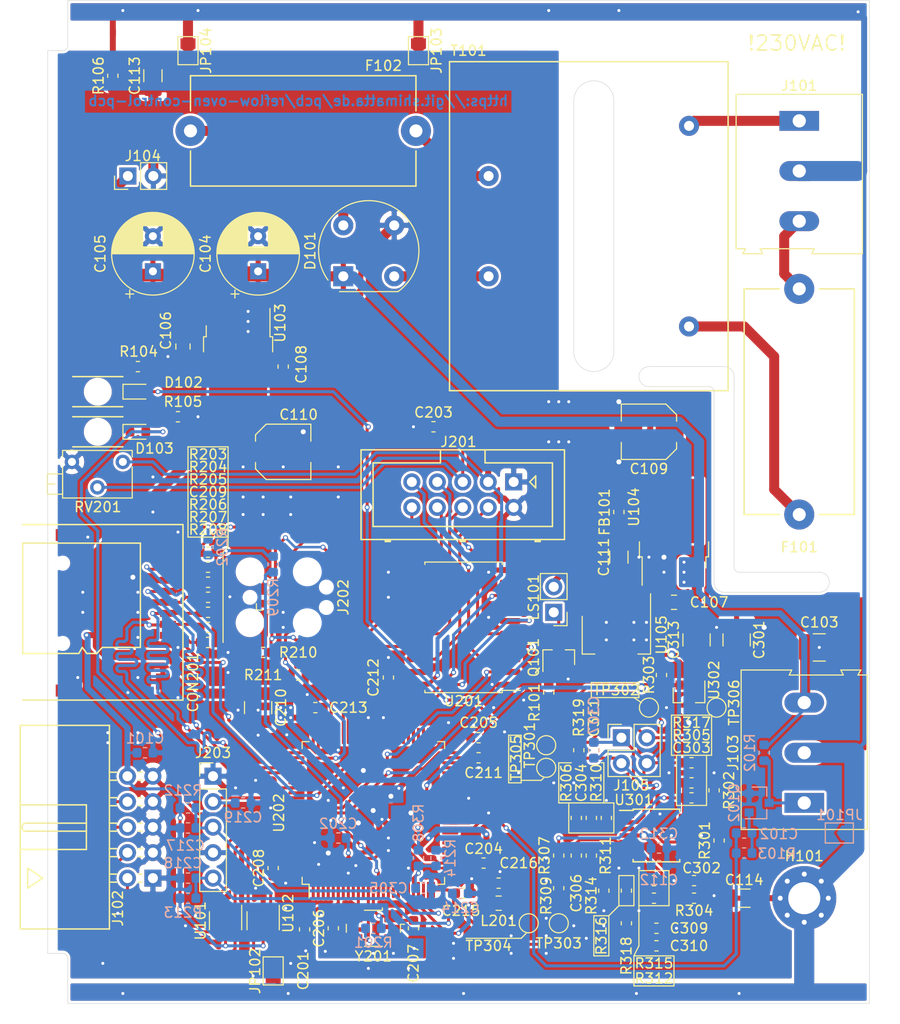
<source format=kicad_pcb>
(kicad_pcb (version 20171130) (host pcbnew 5.1.6)

  (general
    (thickness 1.6)
    (drawings 100)
    (tracks 1737)
    (zones 0)
    (modules 127)
    (nets 139)
  )

  (page A4)
  (layers
    (0 F.Cu signal)
    (31 B.Cu signal)
    (32 B.Adhes user)
    (33 F.Adhes user)
    (34 B.Paste user)
    (35 F.Paste user)
    (36 B.SilkS user)
    (37 F.SilkS user)
    (38 B.Mask user)
    (39 F.Mask user)
    (40 Dwgs.User user)
    (41 Cmts.User user)
    (42 Eco1.User user)
    (43 Eco2.User user)
    (44 Edge.Cuts user)
    (45 Margin user)
    (46 B.CrtYd user)
    (47 F.CrtYd user)
    (48 B.Fab user)
    (49 F.Fab user)
  )

  (setup
    (last_trace_width 0.25)
    (user_trace_width 0.3)
    (user_trace_width 0.4)
    (user_trace_width 0.6)
    (user_trace_width 1)
    (user_trace_width 2)
    (trace_clearance 0.2)
    (zone_clearance 0.25)
    (zone_45_only no)
    (trace_min 0.21)
    (via_size 0.5)
    (via_drill 0.3)
    (via_min_size 0.4)
    (via_min_drill 0.3)
    (user_via 0.9 0.5)
    (uvia_size 0.3)
    (uvia_drill 0.1)
    (uvias_allowed no)
    (uvia_min_size 0.2)
    (uvia_min_drill 0.1)
    (edge_width 0.05)
    (segment_width 0.2)
    (pcb_text_width 0.3)
    (pcb_text_size 1.5 1.5)
    (mod_edge_width 0.12)
    (mod_text_size 1 1)
    (mod_text_width 0.15)
    (pad_size 1.5 1.5)
    (pad_drill 0)
    (pad_to_mask_clearance 0.051)
    (solder_mask_min_width 0.25)
    (aux_axis_origin 13 13)
    (grid_origin 13 13)
    (visible_elements FFFFFF7F)
    (pcbplotparams
      (layerselection 0x010fc_ffffffff)
      (usegerberextensions true)
      (usegerberattributes false)
      (usegerberadvancedattributes false)
      (creategerberjobfile true)
      (excludeedgelayer true)
      (linewidth 0.100000)
      (plotframeref false)
      (viasonmask false)
      (mode 1)
      (useauxorigin false)
      (hpglpennumber 1)
      (hpglpenspeed 20)
      (hpglpendiameter 15.000000)
      (psnegative false)
      (psa4output false)
      (plotreference true)
      (plotvalue true)
      (plotinvisibletext false)
      (padsonsilk false)
      (subtractmaskfromsilk false)
      (outputformat 1)
      (mirror false)
      (drillshape 0)
      (scaleselection 1)
      (outputdirectory "gerber/"))
  )

  (net 0 "")
  (net 1 Earth)
  (net 2 GND)
  (net 3 +8V)
  (net 4 +3V3)
  (net 5 +5V)
  (net 6 /Controller/ENC1)
  (net 7 /Controller/ENC2)
  (net 8 /Controller/VREF)
  (net 9 /Controller/SW1)
  (net 10 /Frontend/FORCE+)
  (net 11 /Frontend/FORCE-)
  (net 12 /Frontend/SENS+)
  (net 13 /Frontend/SENS-)
  (net 14 /Controller/SDIO_D1)
  (net 15 /Controller/SDIO_D0)
  (net 16 /Controller/SDIO_CLK)
  (net 17 /Controller/SDIO_CMD)
  (net 18 /Controller/SDIO_D3)
  (net 19 /Controller/SDIO_D2)
  (net 20 "Net-(D102-Pad1)")
  (net 21 /Controller/TEMP_IN)
  (net 22 /L_Trafo)
  (net 23 /L_IN)
  (net 24 /N_IN)
  (net 25 /DIGIO3)
  (net 26 /DIGIO2)
  (net 27 /DIGIO1)
  (net 28 /DIGIO0)
  (net 29 /Controller/SWDIO)
  (net 30 /Controller/SWCLK)
  (net 31 /Controller/PC_RX)
  (net 32 /Controller/PC_TX)
  (net 33 /Controller/~RST)
  (net 34 "Net-(LS101-Pad1)")
  (net 35 /Controller/LCD_VO)
  (net 36 /Controller/LCD_RS)
  (net 37 /Controller/LCD_EN)
  (net 38 /Controller/LCD_D3)
  (net 39 /Controller/LCD_D0)
  (net 40 /Controller/LCD_D2)
  (net 41 /Controller/LCD_D1)
  (net 42 /OUT0)
  (net 43 /OUT3)
  (net 44 /OUT2)
  (net 45 /OUT1)
  (net 46 /Controller/VDDA)
  (net 47 +5VL)
  (net 48 /Controller/CARD_DETECT)
  (net 49 "Net-(C102-Pad2)")
  (net 50 "Net-(C306-Pad1)")
  (net 51 "Net-(D101-Pad4)")
  (net 52 "Net-(D101-Pad2)")
  (net 53 "Net-(D103-Pad1)")
  (net 54 "Net-(F102-Pad2)")
  (net 55 "Net-(J103-Pad1)")
  (net 56 "Net-(Q101-Pad1)")
  (net 57 +3.3VA)
  (net 58 /Controller/NSS)
  (net 59 /Controller/SCK)
  (net 60 /Controller/MISO)
  (net 61 "Net-(C206-Pad1)")
  (net 62 "Net-(C207-Pad1)")
  (net 63 "Net-(C211-Pad1)")
  (net 64 "Net-(C213-Pad1)")
  (net 65 "Net-(C304-Pad1)")
  (net 66 "Net-(J202-Pad5)")
  (net 67 "Net-(J202-Pad6)")
  (net 68 "Net-(J202-Pad8)")
  (net 69 "Net-(R311-Pad1)")
  (net 70 "Net-(R314-Pad2)")
  (net 71 "Net-(U201-Pad2)")
  (net 72 "Net-(U201-Pad4)")
  (net 73 "Net-(U201-Pad6)")
  (net 74 "Net-(U201-Pad7)")
  (net 75 "Net-(U201-Pad8)")
  (net 76 "Net-(U201-Pad9)")
  (net 77 "Net-(U201-Pad15)")
  (net 78 "Net-(U201-Pad17)")
  (net 79 "Net-(U202-Pad2)")
  (net 80 "Net-(U202-Pad3)")
  (net 81 "Net-(U202-Pad4)")
  (net 82 "Net-(U202-Pad5)")
  (net 83 "Net-(U202-Pad7)")
  (net 84 "Net-(U202-Pad8)")
  (net 85 "Net-(U202-Pad9)")
  (net 86 "Net-(U202-Pad15)")
  (net 87 "Net-(U202-Pad16)")
  (net 88 "Net-(U202-Pad17)")
  (net 89 "Net-(U202-Pad18)")
  (net 90 "Net-(U202-Pad26)")
  (net 91 "Net-(U202-Pad29)")
  (net 92 "Net-(U202-Pad32)")
  (net 93 "Net-(U202-Pad33)")
  (net 94 "Net-(U202-Pad34)")
  (net 95 "Net-(U202-Pad38)")
  (net 96 "Net-(U202-Pad39)")
  (net 97 "Net-(U202-Pad40)")
  (net 98 "Net-(U202-Pad41)")
  (net 99 "Net-(U202-Pad42)")
  (net 100 "Net-(U202-Pad43)")
  (net 101 "Net-(U202-Pad44)")
  (net 102 "Net-(U202-Pad45)")
  (net 103 "Net-(U202-Pad46)")
  (net 104 "Net-(U202-Pad51)")
  (net 105 "Net-(U202-Pad52)")
  (net 106 "Net-(U202-Pad53)")
  (net 107 "Net-(U202-Pad54)")
  (net 108 "Net-(U202-Pad59)")
  (net 109 "Net-(U202-Pad60)")
  (net 110 "Net-(U202-Pad61)")
  (net 111 "Net-(U202-Pad62)")
  (net 112 "Net-(U202-Pad63)")
  (net 113 "Net-(U202-Pad64)")
  (net 114 "Net-(U202-Pad70)")
  (net 115 "Net-(U202-Pad71)")
  (net 116 "Net-(U202-Pad77)")
  (net 117 "Net-(U202-Pad81)")
  (net 118 "Net-(U202-Pad82)")
  (net 119 "Net-(U202-Pad84)")
  (net 120 "Net-(U202-Pad86)")
  (net 121 "Net-(U202-Pad95)")
  (net 122 "Net-(U202-Pad96)")
  (net 123 "Net-(U202-Pad97)")
  (net 124 "Net-(U202-Pad98)")
  (net 125 /Frontend/VREF_OP)
  (net 126 /DIGIO0_PROT)
  (net 127 /DIGIO1_PROT)
  (net 128 /DIGIO2_PROT)
  (net 129 /DIGIO3_PROT)
  (net 130 "Net-(C302-Pad2)")
  (net 131 "Net-(C302-Pad1)")
  (net 132 "Net-(C303-Pad2)")
  (net 133 "Net-(C303-Pad1)")
  (net 134 "Net-(C306-Pad2)")
  (net 135 "Net-(C309-Pad1)")
  (net 136 "Net-(R314-Pad1)")
  (net 137 "Net-(U202-Pad47)")
  (net 138 "Net-(U202-Pad48)")

  (net_class Default "This is the default net class."
    (clearance 0.2)
    (trace_width 0.25)
    (via_dia 0.5)
    (via_drill 0.3)
    (uvia_dia 0.3)
    (uvia_drill 0.1)
    (diff_pair_width 0.21)
    (diff_pair_gap 0.25)
    (add_net +3.3VA)
    (add_net +3V3)
    (add_net +5V)
    (add_net +5VL)
    (add_net +8V)
    (add_net /Controller/CARD_DETECT)
    (add_net /Controller/ENC1)
    (add_net /Controller/ENC2)
    (add_net /Controller/LCD_D0)
    (add_net /Controller/LCD_D1)
    (add_net /Controller/LCD_D2)
    (add_net /Controller/LCD_D3)
    (add_net /Controller/LCD_EN)
    (add_net /Controller/LCD_RS)
    (add_net /Controller/LCD_VO)
    (add_net /Controller/MISO)
    (add_net /Controller/NSS)
    (add_net /Controller/PC_RX)
    (add_net /Controller/PC_TX)
    (add_net /Controller/SCK)
    (add_net /Controller/SDIO_CLK)
    (add_net /Controller/SDIO_CMD)
    (add_net /Controller/SDIO_D0)
    (add_net /Controller/SDIO_D1)
    (add_net /Controller/SDIO_D2)
    (add_net /Controller/SDIO_D3)
    (add_net /Controller/SW1)
    (add_net /Controller/SWCLK)
    (add_net /Controller/SWDIO)
    (add_net /Controller/TEMP_IN)
    (add_net /Controller/VDDA)
    (add_net /Controller/VREF)
    (add_net /Controller/~RST)
    (add_net /DIGIO0)
    (add_net /DIGIO0_PROT)
    (add_net /DIGIO1)
    (add_net /DIGIO1_PROT)
    (add_net /DIGIO2)
    (add_net /DIGIO2_PROT)
    (add_net /DIGIO3)
    (add_net /DIGIO3_PROT)
    (add_net /Frontend/FORCE+)
    (add_net /Frontend/FORCE-)
    (add_net /Frontend/SENS+)
    (add_net /Frontend/SENS-)
    (add_net /Frontend/VREF_OP)
    (add_net /OUT0)
    (add_net /OUT1)
    (add_net /OUT2)
    (add_net /OUT3)
    (add_net Earth)
    (add_net GND)
    (add_net "Net-(C102-Pad2)")
    (add_net "Net-(C206-Pad1)")
    (add_net "Net-(C207-Pad1)")
    (add_net "Net-(C211-Pad1)")
    (add_net "Net-(C213-Pad1)")
    (add_net "Net-(C302-Pad1)")
    (add_net "Net-(C302-Pad2)")
    (add_net "Net-(C303-Pad1)")
    (add_net "Net-(C303-Pad2)")
    (add_net "Net-(C304-Pad1)")
    (add_net "Net-(C306-Pad1)")
    (add_net "Net-(C306-Pad2)")
    (add_net "Net-(C309-Pad1)")
    (add_net "Net-(D101-Pad2)")
    (add_net "Net-(D101-Pad4)")
    (add_net "Net-(D102-Pad1)")
    (add_net "Net-(D103-Pad1)")
    (add_net "Net-(F102-Pad2)")
    (add_net "Net-(J103-Pad1)")
    (add_net "Net-(J202-Pad5)")
    (add_net "Net-(J202-Pad6)")
    (add_net "Net-(J202-Pad8)")
    (add_net "Net-(LS101-Pad1)")
    (add_net "Net-(Q101-Pad1)")
    (add_net "Net-(R311-Pad1)")
    (add_net "Net-(R314-Pad1)")
    (add_net "Net-(R314-Pad2)")
    (add_net "Net-(U201-Pad15)")
    (add_net "Net-(U201-Pad17)")
    (add_net "Net-(U201-Pad2)")
    (add_net "Net-(U201-Pad4)")
    (add_net "Net-(U201-Pad6)")
    (add_net "Net-(U201-Pad7)")
    (add_net "Net-(U201-Pad8)")
    (add_net "Net-(U201-Pad9)")
    (add_net "Net-(U202-Pad15)")
    (add_net "Net-(U202-Pad16)")
    (add_net "Net-(U202-Pad17)")
    (add_net "Net-(U202-Pad18)")
    (add_net "Net-(U202-Pad2)")
    (add_net "Net-(U202-Pad26)")
    (add_net "Net-(U202-Pad29)")
    (add_net "Net-(U202-Pad3)")
    (add_net "Net-(U202-Pad32)")
    (add_net "Net-(U202-Pad33)")
    (add_net "Net-(U202-Pad34)")
    (add_net "Net-(U202-Pad38)")
    (add_net "Net-(U202-Pad39)")
    (add_net "Net-(U202-Pad4)")
    (add_net "Net-(U202-Pad40)")
    (add_net "Net-(U202-Pad41)")
    (add_net "Net-(U202-Pad42)")
    (add_net "Net-(U202-Pad43)")
    (add_net "Net-(U202-Pad44)")
    (add_net "Net-(U202-Pad45)")
    (add_net "Net-(U202-Pad46)")
    (add_net "Net-(U202-Pad47)")
    (add_net "Net-(U202-Pad48)")
    (add_net "Net-(U202-Pad5)")
    (add_net "Net-(U202-Pad51)")
    (add_net "Net-(U202-Pad52)")
    (add_net "Net-(U202-Pad53)")
    (add_net "Net-(U202-Pad54)")
    (add_net "Net-(U202-Pad59)")
    (add_net "Net-(U202-Pad60)")
    (add_net "Net-(U202-Pad61)")
    (add_net "Net-(U202-Pad62)")
    (add_net "Net-(U202-Pad63)")
    (add_net "Net-(U202-Pad64)")
    (add_net "Net-(U202-Pad7)")
    (add_net "Net-(U202-Pad70)")
    (add_net "Net-(U202-Pad71)")
    (add_net "Net-(U202-Pad77)")
    (add_net "Net-(U202-Pad8)")
    (add_net "Net-(U202-Pad81)")
    (add_net "Net-(U202-Pad82)")
    (add_net "Net-(U202-Pad84)")
    (add_net "Net-(U202-Pad86)")
    (add_net "Net-(U202-Pad9)")
    (add_net "Net-(U202-Pad95)")
    (add_net "Net-(U202-Pad96)")
    (add_net "Net-(U202-Pad97)")
    (add_net "Net-(U202-Pad98)")
  )

  (net_class HV ""
    (clearance 2.55)
    (trace_width 1)
    (via_dia 0.5)
    (via_drill 0.3)
    (uvia_dia 0.3)
    (uvia_drill 0.1)
    (diff_pair_width 0.21)
    (diff_pair_gap 0.25)
    (add_net /L_IN)
    (add_net /L_Trafo)
    (add_net /N_IN)
  )

  (module TestPoint:TestPoint_Pad_D1.5mm (layer F.Cu) (tedit 5E4C3C37) (tstamp 5E4CFE9F)
    (at 82.75 83.5)
    (descr "SMD pad as test Point, diameter 1.5mm")
    (tags "test point SMD pad")
    (path /5D8C5188/5E5AA625)
    (attr virtual)
    (fp_text reference TP306 (at 1.75 -0.5 90) (layer F.SilkS)
      (effects (font (size 1 1) (thickness 0.15)))
    )
    (fp_text value GND (at 0 1.75) (layer F.Fab)
      (effects (font (size 1 1) (thickness 0.15)))
    )
    (fp_circle (center 0 0) (end 1.25 0) (layer F.CrtYd) (width 0.05))
    (fp_circle (center 0 0) (end 0 0.95) (layer F.SilkS) (width 0.12))
    (fp_text user %R (at 1.25 2.25) (layer F.Fab)
      (effects (font (size 1 1) (thickness 0.15)))
    )
    (pad 1 smd circle (at 0 0) (size 1.5 1.5) (layers F.Cu F.Mask)
      (net 2 GND) (zone_connect 2))
  )

  (module TestPoint:TestPoint_Pad_D1.5mm (layer F.Cu) (tedit 5E4C3C60) (tstamp 5E4CFE97)
    (at 65.75 89.5)
    (descr "SMD pad as test Point, diameter 1.5mm")
    (tags "test point SMD pad")
    (path /5D8C5188/5E59C2BA)
    (attr virtual)
    (fp_text reference TP305 (at -3 -1 90) (layer F.SilkS)
      (effects (font (size 1 1) (thickness 0.15)))
    )
    (fp_text value GND (at 0 1.75) (layer F.Fab)
      (effects (font (size 1 1) (thickness 0.15)))
    )
    (fp_circle (center 0 0) (end 1.25 0) (layer F.CrtYd) (width 0.05))
    (fp_circle (center 0 0) (end 0 0.95) (layer F.SilkS) (width 0.12))
    (fp_text user %R (at 0 -1.65) (layer F.Fab)
      (effects (font (size 1 1) (thickness 0.15)))
    )
    (pad 1 smd circle (at 0 0) (size 1.5 1.5) (layers F.Cu F.Mask)
      (net 2 GND) (zone_connect 2))
  )

  (module TestPoint:TestPoint_Pad_D1.5mm (layer F.Cu) (tedit 5E4C3C13) (tstamp 5E4CFE8F)
    (at 64 105)
    (descr "SMD pad as test Point, diameter 1.5mm")
    (tags "test point SMD pad")
    (path /5D8C5188/5E5831F5)
    (attr virtual)
    (fp_text reference TP304 (at -4 2.25) (layer F.SilkS)
      (effects (font (size 1 1) (thickness 0.15)))
    )
    (fp_text value GND (at 0 1.75) (layer F.Fab)
      (effects (font (size 1 1) (thickness 0.15)))
    )
    (fp_circle (center 0 0) (end 1.25 0) (layer F.CrtYd) (width 0.05))
    (fp_circle (center 0 0) (end 0 0.95) (layer F.SilkS) (width 0.12))
    (fp_text user %R (at 0 -1.65) (layer F.Fab)
      (effects (font (size 1 1) (thickness 0.15)))
    )
    (pad 1 smd circle (at 0 0) (size 1.5 1.5) (layers F.Cu F.Mask)
      (net 2 GND) (zone_connect 2))
  )

  (module shimatta_smd:MCC-SDMICRO3-112J-TDAR-R01 (layer F.Cu) (tedit 5E0F7980) (tstamp 5DEF124A)
    (at 28 67.5 270)
    (path /5D77EC9D/5DB776DE)
    (fp_text reference CON201 (at 13.5 -2.5 90) (layer F.SilkS)
      (effects (font (size 1 1) (thickness 0.15)))
    )
    (fp_text value Micro_SD (at 7.25 -2.25 90) (layer F.Fab)
      (effects (font (size 1 1) (thickness 0.15)))
    )
    (fp_line (start 9.6 6) (end 0.6 6) (layer F.CrtYd) (width 0.15))
    (fp_line (start 0.6 6) (end 0.6 4) (layer F.CrtYd) (width 0.15))
    (fp_line (start 0.6 4) (end 9.6 4) (layer F.CrtYd) (width 0.15))
    (fp_line (start 9.6 4) (end 9.6 6) (layer F.CrtYd) (width 0.15))
    (fp_line (start -2.25 11.25) (end -2.25 -1.25) (layer F.SilkS) (width 0.15))
    (fp_line (start -2.25 -1.25) (end -2.25 -1.5) (layer F.SilkS) (width 0.15))
    (fp_line (start -2.25 -1.5) (end 15.25 -1.5) (layer F.SilkS) (width 0.15))
    (fp_line (start 15.25 -1.5) (end 15.25 14.5) (layer F.SilkS) (width 0.15))
    (fp_line (start -2.25 14.5) (end -2.25 11.25) (layer F.SilkS) (width 0.15))
    (fp_line (start -0.4 14.5) (end 10.6 14.5) (layer F.SilkS) (width 0.15))
    (fp_line (start 10.6 14.5) (end 10.6 8.9) (layer F.SilkS) (width 0.15))
    (fp_line (start 10.6 8.9) (end 10 8.55) (layer F.SilkS) (width 0.15))
    (fp_line (start 10 8.55) (end 10.6 8.1) (layer F.SilkS) (width 0.15))
    (fp_line (start 10.6 8.1) (end 10.6 7.1) (layer F.SilkS) (width 0.15))
    (fp_line (start 10.6 7.1) (end 10 6.55) (layer F.SilkS) (width 0.15))
    (fp_line (start 10 6.55) (end 10 2.75) (layer F.SilkS) (width 0.15))
    (fp_line (start 10 2.75) (end 0.75 2.75) (layer F.SilkS) (width 0.15))
    (fp_line (start 0.75 2.75) (end -0.4 2.75) (layer F.SilkS) (width 0.15))
    (fp_line (start -0.4 2.75) (end -0.4 14.5) (layer F.SilkS) (width 0.15))
    (fp_line (start -2.25 -1.5) (end 15.25 -1.5) (layer F.CrtYd) (width 0.15))
    (fp_line (start 15.25 -1.5) (end 15.25 14.5) (layer F.CrtYd) (width 0.15))
    (fp_line (start 15.25 14.5) (end -2.25 14.5) (layer F.CrtYd) (width 0.15))
    (fp_line (start -2.25 14.5) (end -2.25 -1.5) (layer F.CrtYd) (width 0.15))
    (fp_line (start 0.8 15.7) (end 9.4 15.7) (layer F.Fab) (width 0.12))
    (fp_line (start 10.6 15.5) (end 10.6 14.5) (layer F.Fab) (width 0.12))
    (fp_line (start 0.8 16.7) (end 9.4 16.7) (layer F.Fab) (width 0.12))
    (fp_line (start -0.4 15.5) (end -0.4 14.5) (layer F.Fab) (width 0.12))
    (fp_line (start 13.8 14.5) (end 9.5 14.5) (layer F.Fab) (width 0.12))
    (fp_line (start 9.5 14.5) (end 7.7 13.8) (layer F.Fab) (width 0.12))
    (fp_line (start 7.7 13.8) (end -0.7 13.8) (layer F.Fab) (width 0.12))
    (fp_line (start -0.7 13.8) (end -0.7 0) (layer F.Fab) (width 0.12))
    (fp_line (start -0.7 0) (end 13.8 0) (layer F.Fab) (width 0.12))
    (fp_line (start 13.8 0) (end 13.8 1) (layer F.Fab) (width 0.12))
    (fp_line (start 13.8 1) (end 12.4 1) (layer F.Fab) (width 0.12))
    (fp_line (start 12.4 1) (end 12.4 1.5) (layer F.Fab) (width 0.12))
    (fp_line (start 12.4 1.5) (end 13.8 1.5) (layer F.Fab) (width 0.12))
    (fp_line (start 13.8 1.5) (end 13.8 14.5) (layer F.Fab) (width 0.12))
    (fp_line (start -0.4 14.5) (end -0.4 13.8) (layer F.Fab) (width 0.12))
    (fp_text user Inserted (at 8.1 16.4 90) (layer F.Fab)
      (effects (font (size 0.25 0.25) (thickness 0.05)))
    )
    (fp_arc (start 0.8 15.5) (end -0.4 15.5) (angle -90) (layer F.Fab) (width 0.12))
    (fp_arc (start 9.4 15.5) (end 9.4 16.7) (angle -90) (layer F.Fab) (width 0.12))
    (fp_text user Push-in (at 8.1 15.4 90) (layer F.Fab)
      (effects (font (size 0.25 0.25) (thickness 0.05)))
    )
    (fp_arc (start 0.8 14.5) (end -0.4 14.5) (angle -90) (layer F.Fab) (width 0.12))
    (fp_arc (start 9.4 14.5) (end 9.4 15.7) (angle -90) (layer F.Fab) (width 0.12))
    (pad 11 smd rect (at 14.3 10.1 270) (size 1.2 2.2) (layers F.Cu F.Paste F.Mask)
      (net 2 GND))
    (pad "" np_thru_hole circle (at 9.6 10.5 270) (size 1 1) (drill 1) (layers *.Cu *.Mask))
    (pad "" np_thru_hole circle (at 1.6 10.5 270) (size 1 1) (drill 1) (layers *.Cu *.Mask))
    (pad 12 smd rect (at -1.2 10.1 270) (size 1.2 2.2) (layers F.Cu F.Paste F.Mask)
      (net 2 GND))
    (pad 13 smd rect (at -1.2 0.5 270) (size 1.2 1.4) (layers F.Cu F.Paste F.Mask)
      (net 2 GND))
    (pad 10 smd rect (at 13.4 0.5 270) (size 1.6 1.4) (layers F.Cu F.Paste F.Mask)
      (net 2 GND))
    (pad 1 smd rect (at 8.8 0 270) (size 0.7 1.6) (layers F.Cu F.Paste F.Mask)
      (net 19 /Controller/SDIO_D2))
    (pad 2 smd rect (at 7.7 0 270) (size 0.7 1.6) (layers F.Cu F.Paste F.Mask)
      (net 18 /Controller/SDIO_D3))
    (pad 3 smd rect (at 6.6 0 270) (size 0.7 1.6) (layers F.Cu F.Paste F.Mask)
      (net 17 /Controller/SDIO_CMD))
    (pad 4 smd rect (at 5.5 0 270) (size 0.7 1.6) (layers F.Cu F.Paste F.Mask)
      (net 4 +3V3))
    (pad 5 smd rect (at 4.4 0 270) (size 0.7 1.6) (layers F.Cu F.Paste F.Mask)
      (net 16 /Controller/SDIO_CLK))
    (pad 6 smd rect (at 3.3 0 270) (size 0.7 1.6) (layers F.Cu F.Paste F.Mask)
      (net 2 GND))
    (pad 7 smd rect (at 2.2 0 270) (size 0.7 1.6) (layers F.Cu F.Paste F.Mask)
      (net 15 /Controller/SDIO_D0))
    (pad 8 smd rect (at 1.1 0 270) (size 0.7 1.6) (layers F.Cu F.Paste F.Mask)
      (net 14 /Controller/SDIO_D1))
    (pad 9 smd rect (at 0 0 270) (size 0.7 1.6) (layers F.Cu F.Paste F.Mask)
      (net 48 /Controller/CARD_DETECT))
    (model ${KIPRJMOD}/3d-model/sd-socket/112J-TXAR-R_C_1-1.wrl
      (offset (xyz 5.6 0 0))
      (scale (xyz 393.7 393.7 393.7))
      (rotate (xyz -90 0 180))
    )
  )

  (module Package_TO_SOT_SMD:SOT-23-6 (layer F.Cu) (tedit 5A02FF57) (tstamp 5E4B1664)
    (at 37.5 104.75 270)
    (descr "6-pin SOT-23 package")
    (tags SOT-23-6)
    (path /5E0FFF2E)
    (attr smd)
    (fp_text reference U102 (at -0.75 -2.5 90) (layer F.SilkS)
      (effects (font (size 1 1) (thickness 0.15)))
    )
    (fp_text value USBLC6-2SC6 (at 0 2.9 90) (layer F.Fab)
      (effects (font (size 1 1) (thickness 0.15)))
    )
    (fp_line (start -0.9 1.61) (end 0.9 1.61) (layer F.SilkS) (width 0.12))
    (fp_line (start 0.9 -1.61) (end -1.55 -1.61) (layer F.SilkS) (width 0.12))
    (fp_line (start 1.9 -1.8) (end -1.9 -1.8) (layer F.CrtYd) (width 0.05))
    (fp_line (start 1.9 1.8) (end 1.9 -1.8) (layer F.CrtYd) (width 0.05))
    (fp_line (start -1.9 1.8) (end 1.9 1.8) (layer F.CrtYd) (width 0.05))
    (fp_line (start -1.9 -1.8) (end -1.9 1.8) (layer F.CrtYd) (width 0.05))
    (fp_line (start -0.9 -0.9) (end -0.25 -1.55) (layer F.Fab) (width 0.1))
    (fp_line (start 0.9 -1.55) (end -0.25 -1.55) (layer F.Fab) (width 0.1))
    (fp_line (start -0.9 -0.9) (end -0.9 1.55) (layer F.Fab) (width 0.1))
    (fp_line (start 0.9 1.55) (end -0.9 1.55) (layer F.Fab) (width 0.1))
    (fp_line (start 0.9 -1.55) (end 0.9 1.55) (layer F.Fab) (width 0.1))
    (fp_text user %R (at 0 0) (layer F.Fab)
      (effects (font (size 0.5 0.5) (thickness 0.075)))
    )
    (pad 5 smd rect (at 1.1 0 270) (size 1.06 0.65) (layers F.Cu F.Paste F.Mask)
      (net 4 +3V3))
    (pad 6 smd rect (at 1.1 -0.95 270) (size 1.06 0.65) (layers F.Cu F.Paste F.Mask)
      (net 25 /DIGIO3))
    (pad 4 smd rect (at 1.1 0.95 270) (size 1.06 0.65) (layers F.Cu F.Paste F.Mask)
      (net 26 /DIGIO2))
    (pad 3 smd rect (at -1.1 0.95 270) (size 1.06 0.65) (layers F.Cu F.Paste F.Mask)
      (net 128 /DIGIO2_PROT))
    (pad 2 smd rect (at -1.1 0 270) (size 1.06 0.65) (layers F.Cu F.Paste F.Mask)
      (net 2 GND))
    (pad 1 smd rect (at -1.1 -0.95 270) (size 1.06 0.65) (layers F.Cu F.Paste F.Mask)
      (net 129 /DIGIO3_PROT))
    (model ${KISYS3DMOD}/Package_TO_SOT_SMD.3dshapes/SOT-23-6.wrl
      (at (xyz 0 0 0))
      (scale (xyz 1 1 1))
      (rotate (xyz 0 0 0))
    )
  )

  (module Package_TO_SOT_SMD:SOT-23-6 (layer F.Cu) (tedit 5A02FF57) (tstamp 5E4B164E)
    (at 33.75 104.75 270)
    (descr "6-pin SOT-23 package")
    (tags SOT-23-6)
    (path /5E0F7F35)
    (attr smd)
    (fp_text reference U101 (at 0 2.5 90) (layer F.SilkS)
      (effects (font (size 1 1) (thickness 0.15)))
    )
    (fp_text value USBLC6-2SC6 (at 0 2.9 90) (layer F.Fab)
      (effects (font (size 1 1) (thickness 0.15)))
    )
    (fp_line (start -0.9 1.61) (end 0.9 1.61) (layer F.SilkS) (width 0.12))
    (fp_line (start 0.9 -1.61) (end -1.55 -1.61) (layer F.SilkS) (width 0.12))
    (fp_line (start 1.9 -1.8) (end -1.9 -1.8) (layer F.CrtYd) (width 0.05))
    (fp_line (start 1.9 1.8) (end 1.9 -1.8) (layer F.CrtYd) (width 0.05))
    (fp_line (start -1.9 1.8) (end 1.9 1.8) (layer F.CrtYd) (width 0.05))
    (fp_line (start -1.9 -1.8) (end -1.9 1.8) (layer F.CrtYd) (width 0.05))
    (fp_line (start -0.9 -0.9) (end -0.25 -1.55) (layer F.Fab) (width 0.1))
    (fp_line (start 0.9 -1.55) (end -0.25 -1.55) (layer F.Fab) (width 0.1))
    (fp_line (start -0.9 -0.9) (end -0.9 1.55) (layer F.Fab) (width 0.1))
    (fp_line (start 0.9 1.55) (end -0.9 1.55) (layer F.Fab) (width 0.1))
    (fp_line (start 0.9 -1.55) (end 0.9 1.55) (layer F.Fab) (width 0.1))
    (fp_text user %R (at 0 0) (layer F.Fab)
      (effects (font (size 0.5 0.5) (thickness 0.075)))
    )
    (pad 5 smd rect (at 1.1 0 270) (size 1.06 0.65) (layers F.Cu F.Paste F.Mask)
      (net 4 +3V3))
    (pad 6 smd rect (at 1.1 -0.95 270) (size 1.06 0.65) (layers F.Cu F.Paste F.Mask)
      (net 27 /DIGIO1))
    (pad 4 smd rect (at 1.1 0.95 270) (size 1.06 0.65) (layers F.Cu F.Paste F.Mask)
      (net 28 /DIGIO0))
    (pad 3 smd rect (at -1.1 0.95 270) (size 1.06 0.65) (layers F.Cu F.Paste F.Mask)
      (net 126 /DIGIO0_PROT))
    (pad 2 smd rect (at -1.1 0 270) (size 1.06 0.65) (layers F.Cu F.Paste F.Mask)
      (net 2 GND))
    (pad 1 smd rect (at -1.1 -0.95 270) (size 1.06 0.65) (layers F.Cu F.Paste F.Mask)
      (net 127 /DIGIO1_PROT))
    (model ${KISYS3DMOD}/Package_TO_SOT_SMD.3dshapes/SOT-23-6.wrl
      (at (xyz 0 0 0))
      (scale (xyz 1 1 1))
      (rotate (xyz 0 0 0))
    )
  )

  (module TestPoint:TestPoint_Pad_D1.5mm (layer F.Cu) (tedit 5A0F774F) (tstamp 5E3FC308)
    (at 76 83.5)
    (descr "SMD pad as test Point, diameter 1.5mm")
    (tags "test point SMD pad")
    (path /5D8C5188/5E4680D7)
    (attr virtual)
    (fp_text reference TP302 (at -3.25 -1.75) (layer F.SilkS)
      (effects (font (size 1 1) (thickness 0.15)))
    )
    (fp_text value IBIAS (at 0 1.75) (layer F.Fab)
      (effects (font (size 1 1) (thickness 0.15)))
    )
    (fp_circle (center 0 0) (end 1.25 0) (layer F.CrtYd) (width 0.05))
    (fp_circle (center 0 0) (end 0 0.95) (layer F.SilkS) (width 0.12))
    (fp_text user %R (at 0 -1.65) (layer F.Fab)
      (effects (font (size 1 1) (thickness 0.15)))
    )
    (pad 1 smd circle (at 0 0) (size 1.5 1.5) (layers F.Cu F.Mask)
      (net 11 /Frontend/FORCE-))
  )

  (module TestPoint:TestPoint_Pad_D1.5mm (layer F.Cu) (tedit 5A0F774F) (tstamp 5E3F8ABB)
    (at 67 105)
    (descr "SMD pad as test Point, diameter 1.5mm")
    (tags "test point SMD pad")
    (path /5D8C5188/5E42D334)
    (attr virtual)
    (fp_text reference TP303 (at 0 2) (layer F.SilkS)
      (effects (font (size 1 1) (thickness 0.15)))
    )
    (fp_text value TEMP_OUT (at 0 1.75) (layer F.Fab)
      (effects (font (size 1 1) (thickness 0.15)))
    )
    (fp_circle (center 0 0) (end 1.25 0) (layer F.CrtYd) (width 0.05))
    (fp_circle (center 0 0) (end 0 0.95) (layer F.SilkS) (width 0.12))
    (fp_text user %R (at 0 -1.65) (layer F.Fab)
      (effects (font (size 1 1) (thickness 0.15)))
    )
    (pad 1 smd circle (at 0 0) (size 1.5 1.5) (layers F.Cu F.Mask)
      (net 21 /Controller/TEMP_IN))
  )

  (module TestPoint:TestPoint_Pad_D1.5mm (layer F.Cu) (tedit 5A0F774F) (tstamp 5E3F8AB3)
    (at 65.75 87.25 90)
    (descr "SMD pad as test Point, diameter 1.5mm")
    (tags "test point SMD pad")
    (path /5D8C5188/5E43ED77)
    (attr virtual)
    (fp_text reference TP301 (at 0 -1.648 90) (layer F.SilkS)
      (effects (font (size 1 1) (thickness 0.15)))
    )
    (fp_text value VREF (at 0 1.75 90) (layer F.Fab)
      (effects (font (size 1 1) (thickness 0.15)))
    )
    (fp_circle (center 0 0) (end 1.25 0) (layer F.CrtYd) (width 0.05))
    (fp_circle (center 0 0) (end 0 0.95) (layer F.SilkS) (width 0.12))
    (fp_text user %R (at 0 -1.65 90) (layer F.Fab)
      (effects (font (size 1 1) (thickness 0.15)))
    )
    (pad 1 smd circle (at 0 0 90) (size 1.5 1.5) (layers F.Cu F.Mask)
      (net 125 /Frontend/VREF_OP))
  )

  (module Resistor_SMD:R_0603_1608Metric (layer F.Cu) (tedit 5B301BBD) (tstamp 5E3D9AE4)
    (at 71.5 101.75 270)
    (descr "Resistor SMD 0603 (1608 Metric), square (rectangular) end terminal, IPC_7351 nominal, (Body size source: http://www.tortai-tech.com/upload/download/2011102023233369053.pdf), generated with kicad-footprint-generator")
    (tags resistor)
    (path /5D8C5188/5E6300E3)
    (attr smd)
    (fp_text reference R314 (at 0.5 1.25 90) (layer F.SilkS)
      (effects (font (size 1 1) (thickness 0.15)))
    )
    (fp_text value 100 (at 0 1.43 90) (layer F.Fab)
      (effects (font (size 1 1) (thickness 0.15)))
    )
    (fp_line (start -0.8 0.4) (end -0.8 -0.4) (layer F.Fab) (width 0.1))
    (fp_line (start -0.8 -0.4) (end 0.8 -0.4) (layer F.Fab) (width 0.1))
    (fp_line (start 0.8 -0.4) (end 0.8 0.4) (layer F.Fab) (width 0.1))
    (fp_line (start 0.8 0.4) (end -0.8 0.4) (layer F.Fab) (width 0.1))
    (fp_line (start -0.162779 -0.51) (end 0.162779 -0.51) (layer F.SilkS) (width 0.12))
    (fp_line (start -0.162779 0.51) (end 0.162779 0.51) (layer F.SilkS) (width 0.12))
    (fp_line (start -1.48 0.73) (end -1.48 -0.73) (layer F.CrtYd) (width 0.05))
    (fp_line (start -1.48 -0.73) (end 1.48 -0.73) (layer F.CrtYd) (width 0.05))
    (fp_line (start 1.48 -0.73) (end 1.48 0.73) (layer F.CrtYd) (width 0.05))
    (fp_line (start 1.48 0.73) (end -1.48 0.73) (layer F.CrtYd) (width 0.05))
    (fp_text user %R (at 0 0 90) (layer F.Fab)
      (effects (font (size 0.4 0.4) (thickness 0.06)))
    )
    (pad 2 smd roundrect (at 0.7875 0 270) (size 0.875 0.95) (layers F.Cu F.Paste F.Mask) (roundrect_rratio 0.25)
      (net 70 "Net-(R314-Pad2)"))
    (pad 1 smd roundrect (at -0.7875 0 270) (size 0.875 0.95) (layers F.Cu F.Paste F.Mask) (roundrect_rratio 0.25)
      (net 136 "Net-(R314-Pad1)"))
    (model ${KISYS3DMOD}/Resistor_SMD.3dshapes/R_0603_1608Metric.wrl
      (at (xyz 0 0 0))
      (scale (xyz 1 1 1))
      (rotate (xyz 0 0 0))
    )
  )

  (module Package_TO_SOT_SMD:SOT-23 (layer F.Cu) (tedit 5A02FF57) (tstamp 5E3C9052)
    (at 80 82.25 270)
    (descr "SOT-23, Standard")
    (tags SOT-23)
    (path /5D8C5188/5E5592F3)
    (attr smd)
    (fp_text reference U302 (at -1.5 -2.5 90) (layer F.SilkS)
      (effects (font (size 1 1) (thickness 0.15)))
    )
    (fp_text value TL431LI-DBZ (at 0 2.5 90) (layer F.Fab)
      (effects (font (size 1 1) (thickness 0.15)))
    )
    (fp_line (start -0.7 -0.95) (end -0.7 1.5) (layer F.Fab) (width 0.1))
    (fp_line (start -0.15 -1.52) (end 0.7 -1.52) (layer F.Fab) (width 0.1))
    (fp_line (start -0.7 -0.95) (end -0.15 -1.52) (layer F.Fab) (width 0.1))
    (fp_line (start 0.7 -1.52) (end 0.7 1.52) (layer F.Fab) (width 0.1))
    (fp_line (start -0.7 1.52) (end 0.7 1.52) (layer F.Fab) (width 0.1))
    (fp_line (start 0.76 1.58) (end 0.76 0.65) (layer F.SilkS) (width 0.12))
    (fp_line (start 0.76 -1.58) (end 0.76 -0.65) (layer F.SilkS) (width 0.12))
    (fp_line (start -1.7 -1.75) (end 1.7 -1.75) (layer F.CrtYd) (width 0.05))
    (fp_line (start 1.7 -1.75) (end 1.7 1.75) (layer F.CrtYd) (width 0.05))
    (fp_line (start 1.7 1.75) (end -1.7 1.75) (layer F.CrtYd) (width 0.05))
    (fp_line (start -1.7 1.75) (end -1.7 -1.75) (layer F.CrtYd) (width 0.05))
    (fp_line (start 0.76 -1.58) (end -1.4 -1.58) (layer F.SilkS) (width 0.12))
    (fp_line (start 0.76 1.58) (end -0.7 1.58) (layer F.SilkS) (width 0.12))
    (fp_text user %R (at 0 0) (layer F.Fab)
      (effects (font (size 0.5 0.5) (thickness 0.075)))
    )
    (pad 3 smd rect (at 1 0 270) (size 0.9 0.8) (layers F.Cu F.Paste F.Mask)
      (net 2 GND))
    (pad 2 smd rect (at -1 0.95 270) (size 0.9 0.8) (layers F.Cu F.Paste F.Mask)
      (net 125 /Frontend/VREF_OP))
    (pad 1 smd rect (at -1 -0.95 270) (size 0.9 0.8) (layers F.Cu F.Paste F.Mask)
      (net 125 /Frontend/VREF_OP))
    (model ${KISYS3DMOD}/Package_TO_SOT_SMD.3dshapes/SOT-23.wrl
      (at (xyz 0 0 0))
      (scale (xyz 1 1 1))
      (rotate (xyz 0 0 0))
    )
  )

  (module Package_SO:TSSOP-14_4.4x5mm_P0.65mm (layer F.Cu) (tedit 5A02F25C) (tstamp 5E3C903D)
    (at 76.75 96.25)
    (descr "14-Lead Plastic Thin Shrink Small Outline (ST)-4.4 mm Body [TSSOP] (see Microchip Packaging Specification 00000049BS.pdf)")
    (tags "SSOP 0.65")
    (path /5D8C5188/5E3F0A96)
    (attr smd)
    (fp_text reference U301 (at -2.25 -3.55) (layer F.SilkS)
      (effects (font (size 1 1) (thickness 0.15)))
    )
    (fp_text value MCP6V34 (at 0 3.55) (layer F.Fab)
      (effects (font (size 1 1) (thickness 0.15)))
    )
    (fp_line (start -1.2 -2.5) (end 2.2 -2.5) (layer F.Fab) (width 0.15))
    (fp_line (start 2.2 -2.5) (end 2.2 2.5) (layer F.Fab) (width 0.15))
    (fp_line (start 2.2 2.5) (end -2.2 2.5) (layer F.Fab) (width 0.15))
    (fp_line (start -2.2 2.5) (end -2.2 -1.5) (layer F.Fab) (width 0.15))
    (fp_line (start -2.2 -1.5) (end -1.2 -2.5) (layer F.Fab) (width 0.15))
    (fp_line (start -3.95 -2.8) (end -3.95 2.8) (layer F.CrtYd) (width 0.05))
    (fp_line (start 3.95 -2.8) (end 3.95 2.8) (layer F.CrtYd) (width 0.05))
    (fp_line (start -3.95 -2.8) (end 3.95 -2.8) (layer F.CrtYd) (width 0.05))
    (fp_line (start -3.95 2.8) (end 3.95 2.8) (layer F.CrtYd) (width 0.05))
    (fp_line (start -2.325 -2.625) (end -2.325 -2.5) (layer F.SilkS) (width 0.15))
    (fp_line (start 2.325 -2.625) (end 2.325 -2.4) (layer F.SilkS) (width 0.15))
    (fp_line (start 2.325 2.625) (end 2.325 2.4) (layer F.SilkS) (width 0.15))
    (fp_line (start -2.325 2.625) (end -2.325 2.4) (layer F.SilkS) (width 0.15))
    (fp_line (start -2.325 -2.625) (end 2.325 -2.625) (layer F.SilkS) (width 0.15))
    (fp_line (start -2.325 2.625) (end 2.325 2.625) (layer F.SilkS) (width 0.15))
    (fp_line (start -2.325 -2.5) (end -3.675 -2.5) (layer F.SilkS) (width 0.15))
    (fp_text user %R (at 0 0) (layer F.Fab)
      (effects (font (size 0.8 0.8) (thickness 0.15)))
    )
    (pad 14 smd rect (at 2.95 -1.95) (size 1.45 0.45) (layers F.Cu F.Paste F.Mask)
      (net 133 "Net-(C303-Pad1)"))
    (pad 13 smd rect (at 2.95 -1.3) (size 1.45 0.45) (layers F.Cu F.Paste F.Mask)
      (net 132 "Net-(C303-Pad2)"))
    (pad 12 smd rect (at 2.95 -0.65) (size 1.45 0.45) (layers F.Cu F.Paste F.Mask)
      (net 12 /Frontend/SENS+))
    (pad 11 smd rect (at 2.95 0) (size 1.45 0.45) (layers F.Cu F.Paste F.Mask)
      (net 2 GND))
    (pad 10 smd rect (at 2.95 0.65) (size 1.45 0.45) (layers F.Cu F.Paste F.Mask)
      (net 13 /Frontend/SENS-))
    (pad 9 smd rect (at 2.95 1.3) (size 1.45 0.45) (layers F.Cu F.Paste F.Mask)
      (net 130 "Net-(C302-Pad2)"))
    (pad 8 smd rect (at 2.95 1.95) (size 1.45 0.45) (layers F.Cu F.Paste F.Mask)
      (net 131 "Net-(C302-Pad1)"))
    (pad 7 smd rect (at -2.95 1.95) (size 1.45 0.45) (layers F.Cu F.Paste F.Mask)
      (net 136 "Net-(R314-Pad1)"))
    (pad 6 smd rect (at -2.95 1.3) (size 1.45 0.45) (layers F.Cu F.Paste F.Mask)
      (net 69 "Net-(R311-Pad1)"))
    (pad 5 smd rect (at -2.95 0.65) (size 1.45 0.45) (layers F.Cu F.Paste F.Mask)
      (net 50 "Net-(C306-Pad1)"))
    (pad 4 smd rect (at -2.95 0) (size 1.45 0.45) (layers F.Cu F.Paste F.Mask)
      (net 57 +3.3VA))
    (pad 3 smd rect (at -2.95 -0.65) (size 1.45 0.45) (layers F.Cu F.Paste F.Mask)
      (net 65 "Net-(C304-Pad1)"))
    (pad 2 smd rect (at -2.95 -1.3) (size 1.45 0.45) (layers F.Cu F.Paste F.Mask)
      (net 11 /Frontend/FORCE-))
    (pad 1 smd rect (at -2.95 -1.95) (size 1.45 0.45) (layers F.Cu F.Paste F.Mask)
      (net 10 /Frontend/FORCE+))
    (model ${KISYS3DMOD}/Package_SO.3dshapes/TSSOP-14_4.4x5mm_P0.65mm.wrl
      (at (xyz 0 0 0))
      (scale (xyz 1 1 1))
      (rotate (xyz 0 0 0))
    )
  )

  (module Resistor_SMD:R_0603_1608Metric (layer F.Cu) (tedit 5B301BBD) (tstamp 5E3C8D0C)
    (at 80.25 89)
    (descr "Resistor SMD 0603 (1608 Metric), square (rectangular) end terminal, IPC_7351 nominal, (Body size source: http://www.tortai-tech.com/upload/download/2011102023233369053.pdf), generated with kicad-footprint-generator")
    (tags resistor)
    (path /5D8C5188/5D90BA7B)
    (attr smd)
    (fp_text reference R317 (at 0 -4) (layer F.SilkS)
      (effects (font (size 1 1) (thickness 0.15)))
    )
    (fp_text value "1k 0.1%" (at 0 1.43) (layer F.Fab)
      (effects (font (size 1 1) (thickness 0.15)))
    )
    (fp_line (start -0.8 0.4) (end -0.8 -0.4) (layer F.Fab) (width 0.1))
    (fp_line (start -0.8 -0.4) (end 0.8 -0.4) (layer F.Fab) (width 0.1))
    (fp_line (start 0.8 -0.4) (end 0.8 0.4) (layer F.Fab) (width 0.1))
    (fp_line (start 0.8 0.4) (end -0.8 0.4) (layer F.Fab) (width 0.1))
    (fp_line (start -0.162779 -0.51) (end 0.162779 -0.51) (layer F.SilkS) (width 0.12))
    (fp_line (start -0.162779 0.51) (end 0.162779 0.51) (layer F.SilkS) (width 0.12))
    (fp_line (start -1.48 0.73) (end -1.48 -0.73) (layer F.CrtYd) (width 0.05))
    (fp_line (start -1.48 -0.73) (end 1.48 -0.73) (layer F.CrtYd) (width 0.05))
    (fp_line (start 1.48 -0.73) (end 1.48 0.73) (layer F.CrtYd) (width 0.05))
    (fp_line (start 1.48 0.73) (end -1.48 0.73) (layer F.CrtYd) (width 0.05))
    (fp_text user %R (at 0 0) (layer F.Fab)
      (effects (font (size 0.4 0.4) (thickness 0.06)))
    )
    (pad 2 smd roundrect (at 0.7875 0) (size 0.875 0.95) (layers F.Cu F.Paste F.Mask) (roundrect_rratio 0.25)
      (net 2 GND))
    (pad 1 smd roundrect (at -0.7875 0) (size 0.875 0.95) (layers F.Cu F.Paste F.Mask) (roundrect_rratio 0.25)
      (net 11 /Frontend/FORCE-))
    (model ${KISYS3DMOD}/Resistor_SMD.3dshapes/R_0603_1608Metric.wrl
      (at (xyz 0 0 0))
      (scale (xyz 1 1 1))
      (rotate (xyz 0 0 0))
    )
  )

  (module Resistor_SMD:R_0603_1608Metric (layer F.Cu) (tedit 5B301BBD) (tstamp 5E3C8CDB)
    (at 76.5 100.75 180)
    (descr "Resistor SMD 0603 (1608 Metric), square (rectangular) end terminal, IPC_7351 nominal, (Body size source: http://www.tortai-tech.com/upload/download/2011102023233369053.pdf), generated with kicad-footprint-generator")
    (tags resistor)
    (path /5D8C5188/5E3A5DAA)
    (attr smd)
    (fp_text reference R315 (at 0 -8.25) (layer F.SilkS)
      (effects (font (size 1 1) (thickness 0.15)))
    )
    (fp_text value "5k 0.1%" (at 0 1.43) (layer F.Fab)
      (effects (font (size 1 1) (thickness 0.15)))
    )
    (fp_line (start -0.8 0.4) (end -0.8 -0.4) (layer F.Fab) (width 0.1))
    (fp_line (start -0.8 -0.4) (end 0.8 -0.4) (layer F.Fab) (width 0.1))
    (fp_line (start 0.8 -0.4) (end 0.8 0.4) (layer F.Fab) (width 0.1))
    (fp_line (start 0.8 0.4) (end -0.8 0.4) (layer F.Fab) (width 0.1))
    (fp_line (start -0.162779 -0.51) (end 0.162779 -0.51) (layer F.SilkS) (width 0.12))
    (fp_line (start -0.162779 0.51) (end 0.162779 0.51) (layer F.SilkS) (width 0.12))
    (fp_line (start -1.48 0.73) (end -1.48 -0.73) (layer F.CrtYd) (width 0.05))
    (fp_line (start -1.48 -0.73) (end 1.48 -0.73) (layer F.CrtYd) (width 0.05))
    (fp_line (start 1.48 -0.73) (end 1.48 0.73) (layer F.CrtYd) (width 0.05))
    (fp_line (start 1.48 0.73) (end -1.48 0.73) (layer F.CrtYd) (width 0.05))
    (fp_text user %R (at 0 0) (layer F.Fab)
      (effects (font (size 0.4 0.4) (thickness 0.06)))
    )
    (pad 2 smd roundrect (at 0.7875 0 180) (size 0.875 0.95) (layers F.Cu F.Paste F.Mask) (roundrect_rratio 0.25)
      (net 70 "Net-(R314-Pad2)"))
    (pad 1 smd roundrect (at -0.7875 0 180) (size 0.875 0.95) (layers F.Cu F.Paste F.Mask) (roundrect_rratio 0.25)
      (net 69 "Net-(R311-Pad1)"))
    (model ${KISYS3DMOD}/Resistor_SMD.3dshapes/R_0603_1608Metric.wrl
      (at (xyz 0 0 0))
      (scale (xyz 1 1 1))
      (rotate (xyz 0 0 0))
    )
  )

  (module Resistor_SMD:R_0603_1608Metric (layer F.Cu) (tedit 5B301BBD) (tstamp 5E3C8CAA)
    (at 76.5 102.5)
    (descr "Resistor SMD 0603 (1608 Metric), square (rectangular) end terminal, IPC_7351 nominal, (Body size source: http://www.tortai-tech.com/upload/download/2011102023233369053.pdf), generated with kicad-footprint-generator")
    (tags resistor)
    (path /5D8C5188/5E381FD9)
    (attr smd)
    (fp_text reference R312 (at 0 8) (layer F.SilkS)
      (effects (font (size 1 1) (thickness 0.15)))
    )
    (fp_text value "1k 0.1%" (at 0 1.43) (layer F.Fab)
      (effects (font (size 1 1) (thickness 0.15)))
    )
    (fp_line (start -0.8 0.4) (end -0.8 -0.4) (layer F.Fab) (width 0.1))
    (fp_line (start -0.8 -0.4) (end 0.8 -0.4) (layer F.Fab) (width 0.1))
    (fp_line (start 0.8 -0.4) (end 0.8 0.4) (layer F.Fab) (width 0.1))
    (fp_line (start 0.8 0.4) (end -0.8 0.4) (layer F.Fab) (width 0.1))
    (fp_line (start -0.162779 -0.51) (end 0.162779 -0.51) (layer F.SilkS) (width 0.12))
    (fp_line (start -0.162779 0.51) (end 0.162779 0.51) (layer F.SilkS) (width 0.12))
    (fp_line (start -1.48 0.73) (end -1.48 -0.73) (layer F.CrtYd) (width 0.05))
    (fp_line (start -1.48 -0.73) (end 1.48 -0.73) (layer F.CrtYd) (width 0.05))
    (fp_line (start 1.48 -0.73) (end 1.48 0.73) (layer F.CrtYd) (width 0.05))
    (fp_line (start 1.48 0.73) (end -1.48 0.73) (layer F.CrtYd) (width 0.05))
    (fp_text user %R (at 0 0) (layer F.Fab)
      (effects (font (size 0.4 0.4) (thickness 0.06)))
    )
    (pad 2 smd roundrect (at 0.7875 0) (size 0.875 0.95) (layers F.Cu F.Paste F.Mask) (roundrect_rratio 0.25)
      (net 69 "Net-(R311-Pad1)"))
    (pad 1 smd roundrect (at -0.7875 0) (size 0.875 0.95) (layers F.Cu F.Paste F.Mask) (roundrect_rratio 0.25)
      (net 131 "Net-(C302-Pad1)"))
    (model ${KISYS3DMOD}/Resistor_SMD.3dshapes/R_0603_1608Metric.wrl
      (at (xyz 0 0 0))
      (scale (xyz 1 1 1))
      (rotate (xyz 0 0 0))
    )
  )

  (module Resistor_SMD:R_0603_1608Metric (layer F.Cu) (tedit 5B301BBD) (tstamp 5E3C8C99)
    (at 70.25 98.25 270)
    (descr "Resistor SMD 0603 (1608 Metric), square (rectangular) end terminal, IPC_7351 nominal, (Body size source: http://www.tortai-tech.com/upload/download/2011102023233369053.pdf), generated with kicad-footprint-generator")
    (tags resistor)
    (path /5D8C5188/5E6BEB7A)
    (attr smd)
    (fp_text reference R311 (at 0 -1.43 90) (layer F.SilkS)
      (effects (font (size 1 1) (thickness 0.15)))
    )
    (fp_text value DNP (at 0 1.43 90) (layer F.Fab)
      (effects (font (size 1 1) (thickness 0.15)))
    )
    (fp_line (start -0.8 0.4) (end -0.8 -0.4) (layer F.Fab) (width 0.1))
    (fp_line (start -0.8 -0.4) (end 0.8 -0.4) (layer F.Fab) (width 0.1))
    (fp_line (start 0.8 -0.4) (end 0.8 0.4) (layer F.Fab) (width 0.1))
    (fp_line (start 0.8 0.4) (end -0.8 0.4) (layer F.Fab) (width 0.1))
    (fp_line (start -0.162779 -0.51) (end 0.162779 -0.51) (layer F.SilkS) (width 0.12))
    (fp_line (start -0.162779 0.51) (end 0.162779 0.51) (layer F.SilkS) (width 0.12))
    (fp_line (start -1.48 0.73) (end -1.48 -0.73) (layer F.CrtYd) (width 0.05))
    (fp_line (start -1.48 -0.73) (end 1.48 -0.73) (layer F.CrtYd) (width 0.05))
    (fp_line (start 1.48 -0.73) (end 1.48 0.73) (layer F.CrtYd) (width 0.05))
    (fp_line (start 1.48 0.73) (end -1.48 0.73) (layer F.CrtYd) (width 0.05))
    (fp_text user %R (at 0 0 90) (layer F.Fab)
      (effects (font (size 0.4 0.4) (thickness 0.06)))
    )
    (pad 2 smd roundrect (at 0.7875 0 270) (size 0.875 0.95) (layers F.Cu F.Paste F.Mask) (roundrect_rratio 0.25)
      (net 134 "Net-(C306-Pad2)"))
    (pad 1 smd roundrect (at -0.7875 0 270) (size 0.875 0.95) (layers F.Cu F.Paste F.Mask) (roundrect_rratio 0.25)
      (net 69 "Net-(R311-Pad1)"))
    (model ${KISYS3DMOD}/Resistor_SMD.3dshapes/R_0603_1608Metric.wrl
      (at (xyz 0 0 0))
      (scale (xyz 1 1 1))
      (rotate (xyz 0 0 0))
    )
  )

  (module Resistor_SMD:R_0603_1608Metric (layer F.Cu) (tedit 5B301BBD) (tstamp 5E3C8C88)
    (at 71.75 94.5 90)
    (descr "Resistor SMD 0603 (1608 Metric), square (rectangular) end terminal, IPC_7351 nominal, (Body size source: http://www.tortai-tech.com/upload/download/2011102023233369053.pdf), generated with kicad-footprint-generator")
    (tags resistor)
    (path /5D8C5188/5D947159)
    (attr smd)
    (fp_text reference R310 (at 3.5 -1 90) (layer F.SilkS)
      (effects (font (size 1 1) (thickness 0.15)))
    )
    (fp_text value "1k 0.1%" (at 0 1.43 90) (layer F.Fab)
      (effects (font (size 1 1) (thickness 0.15)))
    )
    (fp_line (start -0.8 0.4) (end -0.8 -0.4) (layer F.Fab) (width 0.1))
    (fp_line (start -0.8 -0.4) (end 0.8 -0.4) (layer F.Fab) (width 0.1))
    (fp_line (start 0.8 -0.4) (end 0.8 0.4) (layer F.Fab) (width 0.1))
    (fp_line (start 0.8 0.4) (end -0.8 0.4) (layer F.Fab) (width 0.1))
    (fp_line (start -0.162779 -0.51) (end 0.162779 -0.51) (layer F.SilkS) (width 0.12))
    (fp_line (start -0.162779 0.51) (end 0.162779 0.51) (layer F.SilkS) (width 0.12))
    (fp_line (start -1.48 0.73) (end -1.48 -0.73) (layer F.CrtYd) (width 0.05))
    (fp_line (start -1.48 -0.73) (end 1.48 -0.73) (layer F.CrtYd) (width 0.05))
    (fp_line (start 1.48 -0.73) (end 1.48 0.73) (layer F.CrtYd) (width 0.05))
    (fp_line (start 1.48 0.73) (end -1.48 0.73) (layer F.CrtYd) (width 0.05))
    (fp_text user %R (at 0 0 90) (layer F.Fab)
      (effects (font (size 0.4 0.4) (thickness 0.06)))
    )
    (pad 2 smd roundrect (at 0.7875 0 90) (size 0.875 0.95) (layers F.Cu F.Paste F.Mask) (roundrect_rratio 0.25)
      (net 2 GND))
    (pad 1 smd roundrect (at -0.7875 0 90) (size 0.875 0.95) (layers F.Cu F.Paste F.Mask) (roundrect_rratio 0.25)
      (net 65 "Net-(C304-Pad1)"))
    (model ${KISYS3DMOD}/Resistor_SMD.3dshapes/R_0603_1608Metric.wrl
      (at (xyz 0 0 0))
      (scale (xyz 1 1 1))
      (rotate (xyz 0 0 0))
    )
  )

  (module Resistor_SMD:R_0603_1608Metric (layer F.Cu) (tedit 5B301BBD) (tstamp 5E3C8C77)
    (at 67 101.5 90)
    (descr "Resistor SMD 0603 (1608 Metric), square (rectangular) end terminal, IPC_7351 nominal, (Body size source: http://www.tortai-tech.com/upload/download/2011102023233369053.pdf), generated with kicad-footprint-generator")
    (tags resistor)
    (path /5D8C5188/5E352DB6)
    (attr smd)
    (fp_text reference R309 (at -0.75 -1.25 90) (layer F.SilkS)
      (effects (font (size 1 1) (thickness 0.15)))
    )
    (fp_text value "5k 0.1%" (at 0 1.43 90) (layer F.Fab)
      (effects (font (size 1 1) (thickness 0.15)))
    )
    (fp_line (start -0.8 0.4) (end -0.8 -0.4) (layer F.Fab) (width 0.1))
    (fp_line (start -0.8 -0.4) (end 0.8 -0.4) (layer F.Fab) (width 0.1))
    (fp_line (start 0.8 -0.4) (end 0.8 0.4) (layer F.Fab) (width 0.1))
    (fp_line (start 0.8 0.4) (end -0.8 0.4) (layer F.Fab) (width 0.1))
    (fp_line (start -0.162779 -0.51) (end 0.162779 -0.51) (layer F.SilkS) (width 0.12))
    (fp_line (start -0.162779 0.51) (end 0.162779 0.51) (layer F.SilkS) (width 0.12))
    (fp_line (start -1.48 0.73) (end -1.48 -0.73) (layer F.CrtYd) (width 0.05))
    (fp_line (start -1.48 -0.73) (end 1.48 -0.73) (layer F.CrtYd) (width 0.05))
    (fp_line (start 1.48 -0.73) (end 1.48 0.73) (layer F.CrtYd) (width 0.05))
    (fp_line (start 1.48 0.73) (end -1.48 0.73) (layer F.CrtYd) (width 0.05))
    (fp_text user %R (at 0 0 90) (layer F.Fab)
      (effects (font (size 0.4 0.4) (thickness 0.06)))
    )
    (pad 2 smd roundrect (at 0.7875 0 90) (size 0.875 0.95) (layers F.Cu F.Paste F.Mask) (roundrect_rratio 0.25)
      (net 50 "Net-(C306-Pad1)"))
    (pad 1 smd roundrect (at -0.7875 0 90) (size 0.875 0.95) (layers F.Cu F.Paste F.Mask) (roundrect_rratio 0.25)
      (net 2 GND))
    (model ${KISYS3DMOD}/Resistor_SMD.3dshapes/R_0603_1608Metric.wrl
      (at (xyz 0 0 0))
      (scale (xyz 1 1 1))
      (rotate (xyz 0 0 0))
    )
  )

  (module Resistor_SMD:R_0603_1608Metric (layer F.Cu) (tedit 5B301BBD) (tstamp 5E3CE587)
    (at 67 98.25 90)
    (descr "Resistor SMD 0603 (1608 Metric), square (rectangular) end terminal, IPC_7351 nominal, (Body size source: http://www.tortai-tech.com/upload/download/2011102023233369053.pdf), generated with kicad-footprint-generator")
    (tags resistor)
    (path /5D8C5188/5E333B2A)
    (attr smd)
    (fp_text reference R307 (at 0 -1.43 90) (layer F.SilkS)
      (effects (font (size 1 1) (thickness 0.15)))
    )
    (fp_text value "1k 0.1%" (at 0 1.43 90) (layer F.Fab)
      (effects (font (size 1 1) (thickness 0.15)))
    )
    (fp_line (start -0.8 0.4) (end -0.8 -0.4) (layer F.Fab) (width 0.1))
    (fp_line (start -0.8 -0.4) (end 0.8 -0.4) (layer F.Fab) (width 0.1))
    (fp_line (start 0.8 -0.4) (end 0.8 0.4) (layer F.Fab) (width 0.1))
    (fp_line (start 0.8 0.4) (end -0.8 0.4) (layer F.Fab) (width 0.1))
    (fp_line (start -0.162779 -0.51) (end 0.162779 -0.51) (layer F.SilkS) (width 0.12))
    (fp_line (start -0.162779 0.51) (end 0.162779 0.51) (layer F.SilkS) (width 0.12))
    (fp_line (start -1.48 0.73) (end -1.48 -0.73) (layer F.CrtYd) (width 0.05))
    (fp_line (start -1.48 -0.73) (end 1.48 -0.73) (layer F.CrtYd) (width 0.05))
    (fp_line (start 1.48 -0.73) (end 1.48 0.73) (layer F.CrtYd) (width 0.05))
    (fp_line (start 1.48 0.73) (end -1.48 0.73) (layer F.CrtYd) (width 0.05))
    (fp_text user %R (at 0 0 90) (layer F.Fab)
      (effects (font (size 0.4 0.4) (thickness 0.06)))
    )
    (pad 2 smd roundrect (at 0.7875 0 90) (size 0.875 0.95) (layers F.Cu F.Paste F.Mask) (roundrect_rratio 0.25)
      (net 133 "Net-(C303-Pad1)"))
    (pad 1 smd roundrect (at -0.7875 0 90) (size 0.875 0.95) (layers F.Cu F.Paste F.Mask) (roundrect_rratio 0.25)
      (net 50 "Net-(C306-Pad1)"))
    (model ${KISYS3DMOD}/Resistor_SMD.3dshapes/R_0603_1608Metric.wrl
      (at (xyz 0 0 0))
      (scale (xyz 1 1 1))
      (rotate (xyz 0 0 0))
    )
  )

  (module Resistor_SMD:R_0603_1608Metric (layer F.Cu) (tedit 5B301BBD) (tstamp 5E3C8C35)
    (at 68.75 94.5 90)
    (descr "Resistor SMD 0603 (1608 Metric), square (rectangular) end terminal, IPC_7351 nominal, (Body size source: http://www.tortai-tech.com/upload/download/2011102023233369053.pdf), generated with kicad-footprint-generator")
    (tags resistor)
    (path /5D8C5188/5D9371CC)
    (attr smd)
    (fp_text reference R306 (at 3.5 -1 90) (layer F.SilkS)
      (effects (font (size 1 1) (thickness 0.15)))
    )
    (fp_text value "24k 0.1%" (at 0 1.43 90) (layer F.Fab)
      (effects (font (size 1 1) (thickness 0.15)))
    )
    (fp_line (start -0.8 0.4) (end -0.8 -0.4) (layer F.Fab) (width 0.1))
    (fp_line (start -0.8 -0.4) (end 0.8 -0.4) (layer F.Fab) (width 0.1))
    (fp_line (start 0.8 -0.4) (end 0.8 0.4) (layer F.Fab) (width 0.1))
    (fp_line (start 0.8 0.4) (end -0.8 0.4) (layer F.Fab) (width 0.1))
    (fp_line (start -0.162779 -0.51) (end 0.162779 -0.51) (layer F.SilkS) (width 0.12))
    (fp_line (start -0.162779 0.51) (end 0.162779 0.51) (layer F.SilkS) (width 0.12))
    (fp_line (start -1.48 0.73) (end -1.48 -0.73) (layer F.CrtYd) (width 0.05))
    (fp_line (start -1.48 -0.73) (end 1.48 -0.73) (layer F.CrtYd) (width 0.05))
    (fp_line (start 1.48 -0.73) (end 1.48 0.73) (layer F.CrtYd) (width 0.05))
    (fp_line (start 1.48 0.73) (end -1.48 0.73) (layer F.CrtYd) (width 0.05))
    (fp_text user %R (at 0 0 90) (layer F.Fab)
      (effects (font (size 0.4 0.4) (thickness 0.06)))
    )
    (pad 2 smd roundrect (at 0.7875 0 90) (size 0.875 0.95) (layers F.Cu F.Paste F.Mask) (roundrect_rratio 0.25)
      (net 125 /Frontend/VREF_OP))
    (pad 1 smd roundrect (at -0.7875 0 90) (size 0.875 0.95) (layers F.Cu F.Paste F.Mask) (roundrect_rratio 0.25)
      (net 65 "Net-(C304-Pad1)"))
    (model ${KISYS3DMOD}/Resistor_SMD.3dshapes/R_0603_1608Metric.wrl
      (at (xyz 0 0 0))
      (scale (xyz 1 1 1))
      (rotate (xyz 0 0 0))
    )
  )

  (module Resistor_SMD:R_0603_1608Metric (layer F.Cu) (tedit 5B301BBD) (tstamp 5E3C8C24)
    (at 80.25 91)
    (descr "Resistor SMD 0603 (1608 Metric), square (rectangular) end terminal, IPC_7351 nominal, (Body size source: http://www.tortai-tech.com/upload/download/2011102023233369053.pdf), generated with kicad-footprint-generator")
    (tags resistor)
    (path /5D8C5188/5E255618)
    (attr smd)
    (fp_text reference R305 (at 0 -4.75) (layer F.SilkS)
      (effects (font (size 1 1) (thickness 0.15)))
    )
    (fp_text value "1k 0.1%" (at 0 1.43) (layer F.Fab)
      (effects (font (size 1 1) (thickness 0.15)))
    )
    (fp_line (start -0.8 0.4) (end -0.8 -0.4) (layer F.Fab) (width 0.1))
    (fp_line (start -0.8 -0.4) (end 0.8 -0.4) (layer F.Fab) (width 0.1))
    (fp_line (start 0.8 -0.4) (end 0.8 0.4) (layer F.Fab) (width 0.1))
    (fp_line (start 0.8 0.4) (end -0.8 0.4) (layer F.Fab) (width 0.1))
    (fp_line (start -0.162779 -0.51) (end 0.162779 -0.51) (layer F.SilkS) (width 0.12))
    (fp_line (start -0.162779 0.51) (end 0.162779 0.51) (layer F.SilkS) (width 0.12))
    (fp_line (start -1.48 0.73) (end -1.48 -0.73) (layer F.CrtYd) (width 0.05))
    (fp_line (start -1.48 -0.73) (end 1.48 -0.73) (layer F.CrtYd) (width 0.05))
    (fp_line (start 1.48 -0.73) (end 1.48 0.73) (layer F.CrtYd) (width 0.05))
    (fp_line (start 1.48 0.73) (end -1.48 0.73) (layer F.CrtYd) (width 0.05))
    (fp_text user %R (at 0 0) (layer F.Fab)
      (effects (font (size 0.4 0.4) (thickness 0.06)))
    )
    (pad 2 smd roundrect (at 0.7875 0) (size 0.875 0.95) (layers F.Cu F.Paste F.Mask) (roundrect_rratio 0.25)
      (net 132 "Net-(C303-Pad2)"))
    (pad 1 smd roundrect (at -0.7875 0) (size 0.875 0.95) (layers F.Cu F.Paste F.Mask) (roundrect_rratio 0.25)
      (net 133 "Net-(C303-Pad1)"))
    (model ${KISYS3DMOD}/Resistor_SMD.3dshapes/R_0603_1608Metric.wrl
      (at (xyz 0 0 0))
      (scale (xyz 1 1 1))
      (rotate (xyz 0 0 0))
    )
  )

  (module Resistor_SMD:R_0603_1608Metric (layer F.Cu) (tedit 5B301BBD) (tstamp 5E3C8C13)
    (at 80.5 102.5)
    (descr "Resistor SMD 0603 (1608 Metric), square (rectangular) end terminal, IPC_7351 nominal, (Body size source: http://www.tortai-tech.com/upload/download/2011102023233369053.pdf), generated with kicad-footprint-generator")
    (tags resistor)
    (path /5D8C5188/5E292BD1)
    (attr smd)
    (fp_text reference R304 (at 0 1.25) (layer F.SilkS)
      (effects (font (size 1 1) (thickness 0.15)))
    )
    (fp_text value "1k 0.1%" (at 0 1.43) (layer F.Fab)
      (effects (font (size 1 1) (thickness 0.15)))
    )
    (fp_line (start -0.8 0.4) (end -0.8 -0.4) (layer F.Fab) (width 0.1))
    (fp_line (start -0.8 -0.4) (end 0.8 -0.4) (layer F.Fab) (width 0.1))
    (fp_line (start 0.8 -0.4) (end 0.8 0.4) (layer F.Fab) (width 0.1))
    (fp_line (start 0.8 0.4) (end -0.8 0.4) (layer F.Fab) (width 0.1))
    (fp_line (start -0.162779 -0.51) (end 0.162779 -0.51) (layer F.SilkS) (width 0.12))
    (fp_line (start -0.162779 0.51) (end 0.162779 0.51) (layer F.SilkS) (width 0.12))
    (fp_line (start -1.48 0.73) (end -1.48 -0.73) (layer F.CrtYd) (width 0.05))
    (fp_line (start -1.48 -0.73) (end 1.48 -0.73) (layer F.CrtYd) (width 0.05))
    (fp_line (start 1.48 -0.73) (end 1.48 0.73) (layer F.CrtYd) (width 0.05))
    (fp_line (start 1.48 0.73) (end -1.48 0.73) (layer F.CrtYd) (width 0.05))
    (fp_text user %R (at 0 0) (layer F.Fab)
      (effects (font (size 0.4 0.4) (thickness 0.06)))
    )
    (pad 2 smd roundrect (at 0.7875 0) (size 0.875 0.95) (layers F.Cu F.Paste F.Mask) (roundrect_rratio 0.25)
      (net 130 "Net-(C302-Pad2)"))
    (pad 1 smd roundrect (at -0.7875 0) (size 0.875 0.95) (layers F.Cu F.Paste F.Mask) (roundrect_rratio 0.25)
      (net 131 "Net-(C302-Pad1)"))
    (model ${KISYS3DMOD}/Resistor_SMD.3dshapes/R_0603_1608Metric.wrl
      (at (xyz 0 0 0))
      (scale (xyz 1 1 1))
      (rotate (xyz 0 0 0))
    )
  )

  (module Resistor_SMD:R_0603_1608Metric (layer F.Cu) (tedit 5B301BBD) (tstamp 5E3C8C02)
    (at 77.25 80.25 270)
    (descr "Resistor SMD 0603 (1608 Metric), square (rectangular) end terminal, IPC_7351 nominal, (Body size source: http://www.tortai-tech.com/upload/download/2011102023233369053.pdf), generated with kicad-footprint-generator")
    (tags resistor)
    (path /5D8C5188/5D929598)
    (attr smd)
    (fp_text reference R303 (at 0 1.25 90) (layer F.SilkS)
      (effects (font (size 1 1) (thickness 0.15)))
    )
    (fp_text value 150 (at 0 1.43 90) (layer F.Fab)
      (effects (font (size 1 1) (thickness 0.15)))
    )
    (fp_line (start -0.8 0.4) (end -0.8 -0.4) (layer F.Fab) (width 0.1))
    (fp_line (start -0.8 -0.4) (end 0.8 -0.4) (layer F.Fab) (width 0.1))
    (fp_line (start 0.8 -0.4) (end 0.8 0.4) (layer F.Fab) (width 0.1))
    (fp_line (start 0.8 0.4) (end -0.8 0.4) (layer F.Fab) (width 0.1))
    (fp_line (start -0.162779 -0.51) (end 0.162779 -0.51) (layer F.SilkS) (width 0.12))
    (fp_line (start -0.162779 0.51) (end 0.162779 0.51) (layer F.SilkS) (width 0.12))
    (fp_line (start -1.48 0.73) (end -1.48 -0.73) (layer F.CrtYd) (width 0.05))
    (fp_line (start -1.48 -0.73) (end 1.48 -0.73) (layer F.CrtYd) (width 0.05))
    (fp_line (start 1.48 -0.73) (end 1.48 0.73) (layer F.CrtYd) (width 0.05))
    (fp_line (start 1.48 0.73) (end -1.48 0.73) (layer F.CrtYd) (width 0.05))
    (fp_text user %R (at 0 0 90) (layer F.Fab)
      (effects (font (size 0.4 0.4) (thickness 0.06)))
    )
    (pad 2 smd roundrect (at 0.7875 0 270) (size 0.875 0.95) (layers F.Cu F.Paste F.Mask) (roundrect_rratio 0.25)
      (net 125 /Frontend/VREF_OP))
    (pad 1 smd roundrect (at -0.7875 0 270) (size 0.875 0.95) (layers F.Cu F.Paste F.Mask) (roundrect_rratio 0.25)
      (net 57 +3.3VA))
    (model ${KISYS3DMOD}/Resistor_SMD.3dshapes/R_0603_1608Metric.wrl
      (at (xyz 0 0 0))
      (scale (xyz 1 1 1))
      (rotate (xyz 0 0 0))
    )
  )

  (module Resistor_SMD:R_0603_1608Metric (layer F.Cu) (tedit 5B301BBD) (tstamp 5E3C8BF1)
    (at 82.5 91.75 90)
    (descr "Resistor SMD 0603 (1608 Metric), square (rectangular) end terminal, IPC_7351 nominal, (Body size source: http://www.tortai-tech.com/upload/download/2011102023233369053.pdf), generated with kicad-footprint-generator")
    (tags resistor)
    (path /5D8C5188/5E25723A)
    (attr smd)
    (fp_text reference R302 (at 0 1.5 90) (layer F.SilkS)
      (effects (font (size 1 1) (thickness 0.15)))
    )
    (fp_text value "1k 0.1%" (at 0 1.43 90) (layer F.Fab)
      (effects (font (size 1 1) (thickness 0.15)))
    )
    (fp_line (start -0.8 0.4) (end -0.8 -0.4) (layer F.Fab) (width 0.1))
    (fp_line (start -0.8 -0.4) (end 0.8 -0.4) (layer F.Fab) (width 0.1))
    (fp_line (start 0.8 -0.4) (end 0.8 0.4) (layer F.Fab) (width 0.1))
    (fp_line (start 0.8 0.4) (end -0.8 0.4) (layer F.Fab) (width 0.1))
    (fp_line (start -0.162779 -0.51) (end 0.162779 -0.51) (layer F.SilkS) (width 0.12))
    (fp_line (start -0.162779 0.51) (end 0.162779 0.51) (layer F.SilkS) (width 0.12))
    (fp_line (start -1.48 0.73) (end -1.48 -0.73) (layer F.CrtYd) (width 0.05))
    (fp_line (start -1.48 -0.73) (end 1.48 -0.73) (layer F.CrtYd) (width 0.05))
    (fp_line (start 1.48 -0.73) (end 1.48 0.73) (layer F.CrtYd) (width 0.05))
    (fp_line (start 1.48 0.73) (end -1.48 0.73) (layer F.CrtYd) (width 0.05))
    (fp_text user %R (at 0 0 90) (layer F.Fab)
      (effects (font (size 0.4 0.4) (thickness 0.06)))
    )
    (pad 2 smd roundrect (at 0.7875 0 90) (size 0.875 0.95) (layers F.Cu F.Paste F.Mask) (roundrect_rratio 0.25)
      (net 2 GND))
    (pad 1 smd roundrect (at -0.7875 0 90) (size 0.875 0.95) (layers F.Cu F.Paste F.Mask) (roundrect_rratio 0.25)
      (net 132 "Net-(C303-Pad2)"))
    (model ${KISYS3DMOD}/Resistor_SMD.3dshapes/R_0603_1608Metric.wrl
      (at (xyz 0 0 0))
      (scale (xyz 1 1 1))
      (rotate (xyz 0 0 0))
    )
  )

  (module Resistor_SMD:R_0603_1608Metric (layer F.Cu) (tedit 5B301BBD) (tstamp 5E3C8BE0)
    (at 83 96.75 90)
    (descr "Resistor SMD 0603 (1608 Metric), square (rectangular) end terminal, IPC_7351 nominal, (Body size source: http://www.tortai-tech.com/upload/download/2011102023233369053.pdf), generated with kicad-footprint-generator")
    (tags resistor)
    (path /5D8C5188/5E292BD7)
    (attr smd)
    (fp_text reference R301 (at 0 -1.43 90) (layer F.SilkS)
      (effects (font (size 1 1) (thickness 0.15)))
    )
    (fp_text value "1k 0.1%" (at 0 1.43 90) (layer F.Fab)
      (effects (font (size 1 1) (thickness 0.15)))
    )
    (fp_line (start -0.8 0.4) (end -0.8 -0.4) (layer F.Fab) (width 0.1))
    (fp_line (start -0.8 -0.4) (end 0.8 -0.4) (layer F.Fab) (width 0.1))
    (fp_line (start 0.8 -0.4) (end 0.8 0.4) (layer F.Fab) (width 0.1))
    (fp_line (start 0.8 0.4) (end -0.8 0.4) (layer F.Fab) (width 0.1))
    (fp_line (start -0.162779 -0.51) (end 0.162779 -0.51) (layer F.SilkS) (width 0.12))
    (fp_line (start -0.162779 0.51) (end 0.162779 0.51) (layer F.SilkS) (width 0.12))
    (fp_line (start -1.48 0.73) (end -1.48 -0.73) (layer F.CrtYd) (width 0.05))
    (fp_line (start -1.48 -0.73) (end 1.48 -0.73) (layer F.CrtYd) (width 0.05))
    (fp_line (start 1.48 -0.73) (end 1.48 0.73) (layer F.CrtYd) (width 0.05))
    (fp_line (start 1.48 0.73) (end -1.48 0.73) (layer F.CrtYd) (width 0.05))
    (fp_text user %R (at 0 0 90) (layer F.Fab)
      (effects (font (size 0.4 0.4) (thickness 0.06)))
    )
    (pad 2 smd roundrect (at 0.7875 0 90) (size 0.875 0.95) (layers F.Cu F.Paste F.Mask) (roundrect_rratio 0.25)
      (net 2 GND))
    (pad 1 smd roundrect (at -0.7875 0 90) (size 0.875 0.95) (layers F.Cu F.Paste F.Mask) (roundrect_rratio 0.25)
      (net 130 "Net-(C302-Pad2)"))
    (model ${KISYS3DMOD}/Resistor_SMD.3dshapes/R_0603_1608Metric.wrl
      (at (xyz 0 0 0))
      (scale (xyz 1 1 1))
      (rotate (xyz 0 0 0))
    )
  )

  (module Capacitor_SMD:C_0603_1608Metric (layer B.Cu) (tedit 5B301BBE) (tstamp 5E3C8231)
    (at 77 97.5 180)
    (descr "Capacitor SMD 0603 (1608 Metric), square (rectangular) end terminal, IPC_7351 nominal, (Body size source: http://www.tortai-tech.com/upload/download/2011102023233369053.pdf), generated with kicad-footprint-generator")
    (tags capacitor)
    (path /5D8C5188/5D910C4E)
    (attr smd)
    (fp_text reference C312 (at 0 1.43) (layer B.SilkS)
      (effects (font (size 1 1) (thickness 0.15)) (justify mirror))
    )
    (fp_text value 100n (at 0 -1.43) (layer B.Fab)
      (effects (font (size 1 1) (thickness 0.15)) (justify mirror))
    )
    (fp_line (start -0.8 -0.4) (end -0.8 0.4) (layer B.Fab) (width 0.1))
    (fp_line (start -0.8 0.4) (end 0.8 0.4) (layer B.Fab) (width 0.1))
    (fp_line (start 0.8 0.4) (end 0.8 -0.4) (layer B.Fab) (width 0.1))
    (fp_line (start 0.8 -0.4) (end -0.8 -0.4) (layer B.Fab) (width 0.1))
    (fp_line (start -0.162779 0.51) (end 0.162779 0.51) (layer B.SilkS) (width 0.12))
    (fp_line (start -0.162779 -0.51) (end 0.162779 -0.51) (layer B.SilkS) (width 0.12))
    (fp_line (start -1.48 -0.73) (end -1.48 0.73) (layer B.CrtYd) (width 0.05))
    (fp_line (start -1.48 0.73) (end 1.48 0.73) (layer B.CrtYd) (width 0.05))
    (fp_line (start 1.48 0.73) (end 1.48 -0.73) (layer B.CrtYd) (width 0.05))
    (fp_line (start 1.48 -0.73) (end -1.48 -0.73) (layer B.CrtYd) (width 0.05))
    (fp_text user %R (at 0 0) (layer B.Fab)
      (effects (font (size 0.4 0.4) (thickness 0.06)) (justify mirror))
    )
    (pad 2 smd roundrect (at 0.7875 0 180) (size 0.875 0.95) (layers B.Cu B.Paste B.Mask) (roundrect_rratio 0.25)
      (net 57 +3.3VA))
    (pad 1 smd roundrect (at -0.7875 0 180) (size 0.875 0.95) (layers B.Cu B.Paste B.Mask) (roundrect_rratio 0.25)
      (net 2 GND))
    (model ${KISYS3DMOD}/Capacitor_SMD.3dshapes/C_0603_1608Metric.wrl
      (at (xyz 0 0 0))
      (scale (xyz 1 1 1))
      (rotate (xyz 0 0 0))
    )
  )

  (module Capacitor_SMD:C_0603_1608Metric (layer F.Cu) (tedit 5B301BBE) (tstamp 5E3C8220)
    (at 68.75 98.25 270)
    (descr "Capacitor SMD 0603 (1608 Metric), square (rectangular) end terminal, IPC_7351 nominal, (Body size source: http://www.tortai-tech.com/upload/download/2011102023233369053.pdf), generated with kicad-footprint-generator")
    (tags capacitor)
    (path /5D8C5188/5E6BF72D)
    (attr smd)
    (fp_text reference C306 (at 3.75 0 90) (layer F.SilkS)
      (effects (font (size 1 1) (thickness 0.15)))
    )
    (fp_text value DNP (at 0 1.43 90) (layer F.Fab)
      (effects (font (size 1 1) (thickness 0.15)))
    )
    (fp_line (start -0.8 0.4) (end -0.8 -0.4) (layer F.Fab) (width 0.1))
    (fp_line (start -0.8 -0.4) (end 0.8 -0.4) (layer F.Fab) (width 0.1))
    (fp_line (start 0.8 -0.4) (end 0.8 0.4) (layer F.Fab) (width 0.1))
    (fp_line (start 0.8 0.4) (end -0.8 0.4) (layer F.Fab) (width 0.1))
    (fp_line (start -0.162779 -0.51) (end 0.162779 -0.51) (layer F.SilkS) (width 0.12))
    (fp_line (start -0.162779 0.51) (end 0.162779 0.51) (layer F.SilkS) (width 0.12))
    (fp_line (start -1.48 0.73) (end -1.48 -0.73) (layer F.CrtYd) (width 0.05))
    (fp_line (start -1.48 -0.73) (end 1.48 -0.73) (layer F.CrtYd) (width 0.05))
    (fp_line (start 1.48 -0.73) (end 1.48 0.73) (layer F.CrtYd) (width 0.05))
    (fp_line (start 1.48 0.73) (end -1.48 0.73) (layer F.CrtYd) (width 0.05))
    (fp_text user %R (at 0 0 90) (layer F.Fab)
      (effects (font (size 0.4 0.4) (thickness 0.06)))
    )
    (pad 2 smd roundrect (at 0.7875 0 270) (size 0.875 0.95) (layers F.Cu F.Paste F.Mask) (roundrect_rratio 0.25)
      (net 134 "Net-(C306-Pad2)"))
    (pad 1 smd roundrect (at -0.7875 0 270) (size 0.875 0.95) (layers F.Cu F.Paste F.Mask) (roundrect_rratio 0.25)
      (net 50 "Net-(C306-Pad1)"))
    (model ${KISYS3DMOD}/Capacitor_SMD.3dshapes/C_0603_1608Metric.wrl
      (at (xyz 0 0 0))
      (scale (xyz 1 1 1))
      (rotate (xyz 0 0 0))
    )
  )

  (module Capacitor_SMD:C_0603_1608Metric (layer F.Cu) (tedit 5B301BBE) (tstamp 5E3C81EF)
    (at 70.25 94.5 90)
    (descr "Capacitor SMD 0603 (1608 Metric), square (rectangular) end terminal, IPC_7351 nominal, (Body size source: http://www.tortai-tech.com/upload/download/2011102023233369053.pdf), generated with kicad-footprint-generator")
    (tags capacitor)
    (path /5D8C5188/5D932D1C)
    (attr smd)
    (fp_text reference C304 (at 3.5 -1 90) (layer F.SilkS)
      (effects (font (size 1 1) (thickness 0.15)))
    )
    (fp_text value 1u (at 0 1.43 90) (layer F.Fab)
      (effects (font (size 1 1) (thickness 0.15)))
    )
    (fp_line (start -0.8 0.4) (end -0.8 -0.4) (layer F.Fab) (width 0.1))
    (fp_line (start -0.8 -0.4) (end 0.8 -0.4) (layer F.Fab) (width 0.1))
    (fp_line (start 0.8 -0.4) (end 0.8 0.4) (layer F.Fab) (width 0.1))
    (fp_line (start 0.8 0.4) (end -0.8 0.4) (layer F.Fab) (width 0.1))
    (fp_line (start -0.162779 -0.51) (end 0.162779 -0.51) (layer F.SilkS) (width 0.12))
    (fp_line (start -0.162779 0.51) (end 0.162779 0.51) (layer F.SilkS) (width 0.12))
    (fp_line (start -1.48 0.73) (end -1.48 -0.73) (layer F.CrtYd) (width 0.05))
    (fp_line (start -1.48 -0.73) (end 1.48 -0.73) (layer F.CrtYd) (width 0.05))
    (fp_line (start 1.48 -0.73) (end 1.48 0.73) (layer F.CrtYd) (width 0.05))
    (fp_line (start 1.48 0.73) (end -1.48 0.73) (layer F.CrtYd) (width 0.05))
    (fp_text user %R (at 0 0 90) (layer F.Fab)
      (effects (font (size 0.4 0.4) (thickness 0.06)))
    )
    (pad 2 smd roundrect (at 0.7875 0 90) (size 0.875 0.95) (layers F.Cu F.Paste F.Mask) (roundrect_rratio 0.25)
      (net 2 GND))
    (pad 1 smd roundrect (at -0.7875 0 90) (size 0.875 0.95) (layers F.Cu F.Paste F.Mask) (roundrect_rratio 0.25)
      (net 65 "Net-(C304-Pad1)"))
    (model ${KISYS3DMOD}/Capacitor_SMD.3dshapes/C_0603_1608Metric.wrl
      (at (xyz 0 0 0))
      (scale (xyz 1 1 1))
      (rotate (xyz 0 0 0))
    )
  )

  (module Capacitor_SMD:C_0603_1608Metric (layer F.Cu) (tedit 5B301BBE) (tstamp 5E3C81DE)
    (at 80.25 92.5)
    (descr "Capacitor SMD 0603 (1608 Metric), square (rectangular) end terminal, IPC_7351 nominal, (Body size source: http://www.tortai-tech.com/upload/download/2011102023233369053.pdf), generated with kicad-footprint-generator")
    (tags capacitor)
    (path /5D8C5188/5E232923)
    (attr smd)
    (fp_text reference C303 (at 0 -5) (layer F.SilkS)
      (effects (font (size 1 1) (thickness 0.15)))
    )
    (fp_text value 100n (at 0 1.43) (layer F.Fab)
      (effects (font (size 1 1) (thickness 0.15)))
    )
    (fp_line (start -0.8 0.4) (end -0.8 -0.4) (layer F.Fab) (width 0.1))
    (fp_line (start -0.8 -0.4) (end 0.8 -0.4) (layer F.Fab) (width 0.1))
    (fp_line (start 0.8 -0.4) (end 0.8 0.4) (layer F.Fab) (width 0.1))
    (fp_line (start 0.8 0.4) (end -0.8 0.4) (layer F.Fab) (width 0.1))
    (fp_line (start -0.162779 -0.51) (end 0.162779 -0.51) (layer F.SilkS) (width 0.12))
    (fp_line (start -0.162779 0.51) (end 0.162779 0.51) (layer F.SilkS) (width 0.12))
    (fp_line (start -1.48 0.73) (end -1.48 -0.73) (layer F.CrtYd) (width 0.05))
    (fp_line (start -1.48 -0.73) (end 1.48 -0.73) (layer F.CrtYd) (width 0.05))
    (fp_line (start 1.48 -0.73) (end 1.48 0.73) (layer F.CrtYd) (width 0.05))
    (fp_line (start 1.48 0.73) (end -1.48 0.73) (layer F.CrtYd) (width 0.05))
    (fp_text user %R (at 0 0) (layer F.Fab)
      (effects (font (size 0.4 0.4) (thickness 0.06)))
    )
    (pad 2 smd roundrect (at 0.7875 0) (size 0.875 0.95) (layers F.Cu F.Paste F.Mask) (roundrect_rratio 0.25)
      (net 132 "Net-(C303-Pad2)"))
    (pad 1 smd roundrect (at -0.7875 0) (size 0.875 0.95) (layers F.Cu F.Paste F.Mask) (roundrect_rratio 0.25)
      (net 133 "Net-(C303-Pad1)"))
    (model ${KISYS3DMOD}/Capacitor_SMD.3dshapes/C_0603_1608Metric.wrl
      (at (xyz 0 0 0))
      (scale (xyz 1 1 1))
      (rotate (xyz 0 0 0))
    )
  )

  (module Capacitor_SMD:C_0603_1608Metric (layer F.Cu) (tedit 5B301BBE) (tstamp 5E3C81CD)
    (at 80.5 100.75)
    (descr "Capacitor SMD 0603 (1608 Metric), square (rectangular) end terminal, IPC_7351 nominal, (Body size source: http://www.tortai-tech.com/upload/download/2011102023233369053.pdf), generated with kicad-footprint-generator")
    (tags capacitor)
    (path /5D8C5188/5E292BC1)
    (attr smd)
    (fp_text reference C302 (at 0.75 -1.25) (layer F.SilkS)
      (effects (font (size 1 1) (thickness 0.15)))
    )
    (fp_text value 100n (at 0 1.43) (layer F.Fab)
      (effects (font (size 1 1) (thickness 0.15)))
    )
    (fp_line (start -0.8 0.4) (end -0.8 -0.4) (layer F.Fab) (width 0.1))
    (fp_line (start -0.8 -0.4) (end 0.8 -0.4) (layer F.Fab) (width 0.1))
    (fp_line (start 0.8 -0.4) (end 0.8 0.4) (layer F.Fab) (width 0.1))
    (fp_line (start 0.8 0.4) (end -0.8 0.4) (layer F.Fab) (width 0.1))
    (fp_line (start -0.162779 -0.51) (end 0.162779 -0.51) (layer F.SilkS) (width 0.12))
    (fp_line (start -0.162779 0.51) (end 0.162779 0.51) (layer F.SilkS) (width 0.12))
    (fp_line (start -1.48 0.73) (end -1.48 -0.73) (layer F.CrtYd) (width 0.05))
    (fp_line (start -1.48 -0.73) (end 1.48 -0.73) (layer F.CrtYd) (width 0.05))
    (fp_line (start 1.48 -0.73) (end 1.48 0.73) (layer F.CrtYd) (width 0.05))
    (fp_line (start 1.48 0.73) (end -1.48 0.73) (layer F.CrtYd) (width 0.05))
    (fp_text user %R (at 0 0) (layer F.Fab)
      (effects (font (size 0.4 0.4) (thickness 0.06)))
    )
    (pad 2 smd roundrect (at 0.7875 0) (size 0.875 0.95) (layers F.Cu F.Paste F.Mask) (roundrect_rratio 0.25)
      (net 130 "Net-(C302-Pad2)"))
    (pad 1 smd roundrect (at -0.7875 0) (size 0.875 0.95) (layers F.Cu F.Paste F.Mask) (roundrect_rratio 0.25)
      (net 131 "Net-(C302-Pad1)"))
    (model ${KISYS3DMOD}/Capacitor_SMD.3dshapes/C_0603_1608Metric.wrl
      (at (xyz 0 0 0))
      (scale (xyz 1 1 1))
      (rotate (xyz 0 0 0))
    )
  )

  (module Capacitor_SMD:C_1210_3225Metric (layer F.Cu) (tedit 5B301BBE) (tstamp 5E3C81BC)
    (at 84.75 76.75 90)
    (descr "Capacitor SMD 1210 (3225 Metric), square (rectangular) end terminal, IPC_7351 nominal, (Body size source: http://www.tortai-tech.com/upload/download/2011102023233369053.pdf), generated with kicad-footprint-generator")
    (tags capacitor)
    (path /5D8C5188/5E55CA76)
    (attr smd)
    (fp_text reference C301 (at 0 2.25 90) (layer F.SilkS)
      (effects (font (size 1 1) (thickness 0.15)))
    )
    (fp_text value 10u (at 0 2.28 90) (layer F.Fab)
      (effects (font (size 1 1) (thickness 0.15)))
    )
    (fp_line (start -1.6 1.25) (end -1.6 -1.25) (layer F.Fab) (width 0.1))
    (fp_line (start -1.6 -1.25) (end 1.6 -1.25) (layer F.Fab) (width 0.1))
    (fp_line (start 1.6 -1.25) (end 1.6 1.25) (layer F.Fab) (width 0.1))
    (fp_line (start 1.6 1.25) (end -1.6 1.25) (layer F.Fab) (width 0.1))
    (fp_line (start -0.602064 -1.36) (end 0.602064 -1.36) (layer F.SilkS) (width 0.12))
    (fp_line (start -0.602064 1.36) (end 0.602064 1.36) (layer F.SilkS) (width 0.12))
    (fp_line (start -2.28 1.58) (end -2.28 -1.58) (layer F.CrtYd) (width 0.05))
    (fp_line (start -2.28 -1.58) (end 2.28 -1.58) (layer F.CrtYd) (width 0.05))
    (fp_line (start 2.28 -1.58) (end 2.28 1.58) (layer F.CrtYd) (width 0.05))
    (fp_line (start 2.28 1.58) (end -2.28 1.58) (layer F.CrtYd) (width 0.05))
    (fp_text user %R (at 0 0 90) (layer F.Fab)
      (effects (font (size 0.8 0.8) (thickness 0.12)))
    )
    (pad 2 smd roundrect (at 1.4 0 90) (size 1.25 2.65) (layers F.Cu F.Paste F.Mask) (roundrect_rratio 0.2)
      (net 2 GND))
    (pad 1 smd roundrect (at -1.4 0 90) (size 1.25 2.65) (layers F.Cu F.Paste F.Mask) (roundrect_rratio 0.2)
      (net 125 /Frontend/VREF_OP))
    (model ${KISYS3DMOD}/Capacitor_SMD.3dshapes/C_1210_3225Metric.wrl
      (at (xyz 0 0 0))
      (scale (xyz 1 1 1))
      (rotate (xyz 0 0 0))
    )
  )

  (module Capacitor_SMD:C_0603_1608Metric (layer B.Cu) (tedit 5B301BBE) (tstamp 5E3C7F0B)
    (at 77 99.25)
    (descr "Capacitor SMD 0603 (1608 Metric), square (rectangular) end terminal, IPC_7351 nominal, (Body size source: http://www.tortai-tech.com/upload/download/2011102023233369053.pdf), generated with kicad-footprint-generator")
    (tags capacitor)
    (path /5E80AF62)
    (attr smd)
    (fp_text reference C112 (at 0 1.43 180) (layer B.SilkS)
      (effects (font (size 1 1) (thickness 0.15)) (justify mirror))
    )
    (fp_text value 100n (at 0 -1.43 180) (layer B.Fab)
      (effects (font (size 1 1) (thickness 0.15)) (justify mirror))
    )
    (fp_line (start -0.8 -0.4) (end -0.8 0.4) (layer B.Fab) (width 0.1))
    (fp_line (start -0.8 0.4) (end 0.8 0.4) (layer B.Fab) (width 0.1))
    (fp_line (start 0.8 0.4) (end 0.8 -0.4) (layer B.Fab) (width 0.1))
    (fp_line (start 0.8 -0.4) (end -0.8 -0.4) (layer B.Fab) (width 0.1))
    (fp_line (start -0.162779 0.51) (end 0.162779 0.51) (layer B.SilkS) (width 0.12))
    (fp_line (start -0.162779 -0.51) (end 0.162779 -0.51) (layer B.SilkS) (width 0.12))
    (fp_line (start -1.48 -0.73) (end -1.48 0.73) (layer B.CrtYd) (width 0.05))
    (fp_line (start -1.48 0.73) (end 1.48 0.73) (layer B.CrtYd) (width 0.05))
    (fp_line (start 1.48 0.73) (end 1.48 -0.73) (layer B.CrtYd) (width 0.05))
    (fp_line (start 1.48 -0.73) (end -1.48 -0.73) (layer B.CrtYd) (width 0.05))
    (fp_text user %R (at 0 0 180) (layer B.Fab)
      (effects (font (size 0.4 0.4) (thickness 0.06)) (justify mirror))
    )
    (pad 2 smd roundrect (at 0.7875 0) (size 0.875 0.95) (layers B.Cu B.Paste B.Mask) (roundrect_rratio 0.25)
      (net 2 GND))
    (pad 1 smd roundrect (at -0.7875 0) (size 0.875 0.95) (layers B.Cu B.Paste B.Mask) (roundrect_rratio 0.25)
      (net 57 +3.3VA))
    (model ${KISYS3DMOD}/Capacitor_SMD.3dshapes/C_0603_1608Metric.wrl
      (at (xyz 0 0 0))
      (scale (xyz 1 1 1))
      (rotate (xyz 0 0 0))
    )
  )

  (module Capacitor_SMD:C_0603_1608Metric (layer F.Cu) (tedit 5B301BBE) (tstamp 5E3D3F38)
    (at 76.75 107.25)
    (descr "Capacitor SMD 0603 (1608 Metric), square (rectangular) end terminal, IPC_7351 nominal, (Body size source: http://www.tortai-tech.com/upload/download/2011102023233369053.pdf), generated with kicad-footprint-generator")
    (tags capacitor)
    (path /5D8C5188/5E82B184)
    (attr smd)
    (fp_text reference C310 (at 3.25 0) (layer F.SilkS)
      (effects (font (size 1 1) (thickness 0.15)))
    )
    (fp_text value DNP (at 0 1.43) (layer F.Fab)
      (effects (font (size 1 1) (thickness 0.15)))
    )
    (fp_line (start -0.8 0.4) (end -0.8 -0.4) (layer F.Fab) (width 0.1))
    (fp_line (start -0.8 -0.4) (end 0.8 -0.4) (layer F.Fab) (width 0.1))
    (fp_line (start 0.8 -0.4) (end 0.8 0.4) (layer F.Fab) (width 0.1))
    (fp_line (start 0.8 0.4) (end -0.8 0.4) (layer F.Fab) (width 0.1))
    (fp_line (start -0.162779 -0.51) (end 0.162779 -0.51) (layer F.SilkS) (width 0.12))
    (fp_line (start -0.162779 0.51) (end 0.162779 0.51) (layer F.SilkS) (width 0.12))
    (fp_line (start -1.48 0.73) (end -1.48 -0.73) (layer F.CrtYd) (width 0.05))
    (fp_line (start -1.48 -0.73) (end 1.48 -0.73) (layer F.CrtYd) (width 0.05))
    (fp_line (start 1.48 -0.73) (end 1.48 0.73) (layer F.CrtYd) (width 0.05))
    (fp_line (start 1.48 0.73) (end -1.48 0.73) (layer F.CrtYd) (width 0.05))
    (fp_text user %R (at 0 0) (layer F.Fab)
      (effects (font (size 0.4 0.4) (thickness 0.06)))
    )
    (pad 2 smd roundrect (at 0.7875 0) (size 0.875 0.95) (layers F.Cu F.Paste F.Mask) (roundrect_rratio 0.25)
      (net 2 GND))
    (pad 1 smd roundrect (at -0.7875 0) (size 0.875 0.95) (layers F.Cu F.Paste F.Mask) (roundrect_rratio 0.25)
      (net 135 "Net-(C309-Pad1)"))
    (model ${KISYS3DMOD}/Capacitor_SMD.3dshapes/C_0603_1608Metric.wrl
      (at (xyz 0 0 0))
      (scale (xyz 1 1 1))
      (rotate (xyz 0 0 0))
    )
  )

  (module Package_TO_SOT_SMD:SOT-223-3_TabPin2 (layer F.Cu) (tedit 5A02FF57) (tstamp 5E3BF082)
    (at 72.75 76.25 270)
    (descr "module CMS SOT223 4 pins")
    (tags "CMS SOT")
    (path /5E3EDECA)
    (attr smd)
    (fp_text reference U105 (at 0 -4.5 90) (layer F.SilkS)
      (effects (font (size 1 1) (thickness 0.15)))
    )
    (fp_text value AP1117-33 (at 0 4.5 90) (layer F.Fab)
      (effects (font (size 1 1) (thickness 0.15)))
    )
    (fp_line (start 1.91 3.41) (end 1.91 2.15) (layer F.SilkS) (width 0.12))
    (fp_line (start 1.91 -3.41) (end 1.91 -2.15) (layer F.SilkS) (width 0.12))
    (fp_line (start 4.4 -3.6) (end -4.4 -3.6) (layer F.CrtYd) (width 0.05))
    (fp_line (start 4.4 3.6) (end 4.4 -3.6) (layer F.CrtYd) (width 0.05))
    (fp_line (start -4.4 3.6) (end 4.4 3.6) (layer F.CrtYd) (width 0.05))
    (fp_line (start -4.4 -3.6) (end -4.4 3.6) (layer F.CrtYd) (width 0.05))
    (fp_line (start -1.85 -2.35) (end -0.85 -3.35) (layer F.Fab) (width 0.1))
    (fp_line (start -1.85 -2.35) (end -1.85 3.35) (layer F.Fab) (width 0.1))
    (fp_line (start -1.85 3.41) (end 1.91 3.41) (layer F.SilkS) (width 0.12))
    (fp_line (start -0.85 -3.35) (end 1.85 -3.35) (layer F.Fab) (width 0.1))
    (fp_line (start -4.1 -3.41) (end 1.91 -3.41) (layer F.SilkS) (width 0.12))
    (fp_line (start -1.85 3.35) (end 1.85 3.35) (layer F.Fab) (width 0.1))
    (fp_line (start 1.85 -3.35) (end 1.85 3.35) (layer F.Fab) (width 0.1))
    (fp_text user %R (at 0 0) (layer F.Fab)
      (effects (font (size 0.8 0.8) (thickness 0.12)))
    )
    (pad 1 smd rect (at -3.15 -2.3 270) (size 2 1.5) (layers F.Cu F.Paste F.Mask)
      (net 2 GND))
    (pad 3 smd rect (at -3.15 2.3 270) (size 2 1.5) (layers F.Cu F.Paste F.Mask)
      (net 5 +5V))
    (pad 2 smd rect (at -3.15 0 270) (size 2 1.5) (layers F.Cu F.Paste F.Mask)
      (net 57 +3.3VA))
    (pad 2 smd rect (at 3.15 0 270) (size 2 3.8) (layers F.Cu F.Paste F.Mask)
      (net 57 +3.3VA))
    (model ${KISYS3DMOD}/Package_TO_SOT_SMD.3dshapes/SOT-223.wrl
      (at (xyz 0 0 0))
      (scale (xyz 1 1 1))
      (rotate (xyz 0 0 0))
    )
  )

  (module Resistor_SMD:R_0603_1608Metric (layer F.Cu) (tedit 5B301BBD) (tstamp 5E3BECA8)
    (at 73.75 101.75 270)
    (descr "Resistor SMD 0603 (1608 Metric), square (rectangular) end terminal, IPC_7351 nominal, (Body size source: http://www.tortai-tech.com/upload/download/2011102023233369053.pdf), generated with kicad-footprint-generator")
    (tags resistor)
    (path /5D8C5188/5E696A10)
    (attr smd)
    (fp_text reference R316 (at 4.5 2.5 90) (layer F.SilkS)
      (effects (font (size 1 1) (thickness 0.15)))
    )
    (fp_text value 0 (at 0 1.43 90) (layer F.Fab)
      (effects (font (size 1 1) (thickness 0.15)))
    )
    (fp_line (start -0.8 0.4) (end -0.8 -0.4) (layer F.Fab) (width 0.1))
    (fp_line (start -0.8 -0.4) (end 0.8 -0.4) (layer F.Fab) (width 0.1))
    (fp_line (start 0.8 -0.4) (end 0.8 0.4) (layer F.Fab) (width 0.1))
    (fp_line (start 0.8 0.4) (end -0.8 0.4) (layer F.Fab) (width 0.1))
    (fp_line (start -0.162779 -0.51) (end 0.162779 -0.51) (layer F.SilkS) (width 0.12))
    (fp_line (start -0.162779 0.51) (end 0.162779 0.51) (layer F.SilkS) (width 0.12))
    (fp_line (start -1.48 0.73) (end -1.48 -0.73) (layer F.CrtYd) (width 0.05))
    (fp_line (start -1.48 -0.73) (end 1.48 -0.73) (layer F.CrtYd) (width 0.05))
    (fp_line (start 1.48 -0.73) (end 1.48 0.73) (layer F.CrtYd) (width 0.05))
    (fp_line (start 1.48 0.73) (end -1.48 0.73) (layer F.CrtYd) (width 0.05))
    (fp_text user %R (at 0 0 90) (layer F.Fab)
      (effects (font (size 0.4 0.4) (thickness 0.06)))
    )
    (pad 2 smd roundrect (at 0.7875 0 270) (size 0.875 0.95) (layers F.Cu F.Paste F.Mask) (roundrect_rratio 0.25)
      (net 21 /Controller/TEMP_IN))
    (pad 1 smd roundrect (at -0.7875 0 270) (size 0.875 0.95) (layers F.Cu F.Paste F.Mask) (roundrect_rratio 0.25)
      (net 70 "Net-(R314-Pad2)"))
    (model ${KISYS3DMOD}/Resistor_SMD.3dshapes/R_0603_1608Metric.wrl
      (at (xyz 0 0 0))
      (scale (xyz 1 1 1))
      (rotate (xyz 0 0 0))
    )
  )

  (module Resistor_SMD:R_0603_1608Metric (layer F.Cu) (tedit 5B301BBD) (tstamp 5E3BEC86)
    (at 69 87.75 90)
    (descr "Resistor SMD 0603 (1608 Metric), square (rectangular) end terminal, IPC_7351 nominal, (Body size source: http://www.tortai-tech.com/upload/download/2011102023233369053.pdf), generated with kicad-footprint-generator")
    (tags resistor)
    (path /5D8C5188/5E5C0B2B)
    (attr smd)
    (fp_text reference R319 (at 3.25 0 90) (layer F.SilkS)
      (effects (font (size 1 1) (thickness 0.15)))
    )
    (fp_text value 2M (at 0 1.43 90) (layer F.Fab)
      (effects (font (size 1 1) (thickness 0.15)))
    )
    (fp_line (start -0.8 0.4) (end -0.8 -0.4) (layer F.Fab) (width 0.1))
    (fp_line (start -0.8 -0.4) (end 0.8 -0.4) (layer F.Fab) (width 0.1))
    (fp_line (start 0.8 -0.4) (end 0.8 0.4) (layer F.Fab) (width 0.1))
    (fp_line (start 0.8 0.4) (end -0.8 0.4) (layer F.Fab) (width 0.1))
    (fp_line (start -0.162779 -0.51) (end 0.162779 -0.51) (layer F.SilkS) (width 0.12))
    (fp_line (start -0.162779 0.51) (end 0.162779 0.51) (layer F.SilkS) (width 0.12))
    (fp_line (start -1.48 0.73) (end -1.48 -0.73) (layer F.CrtYd) (width 0.05))
    (fp_line (start -1.48 -0.73) (end 1.48 -0.73) (layer F.CrtYd) (width 0.05))
    (fp_line (start 1.48 -0.73) (end 1.48 0.73) (layer F.CrtYd) (width 0.05))
    (fp_line (start 1.48 0.73) (end -1.48 0.73) (layer F.CrtYd) (width 0.05))
    (fp_text user %R (at 0 0 90) (layer F.Fab)
      (effects (font (size 0.4 0.4) (thickness 0.06)))
    )
    (pad 2 smd roundrect (at 0.7875 0 90) (size 0.875 0.95) (layers F.Cu F.Paste F.Mask) (roundrect_rratio 0.25)
      (net 12 /Frontend/SENS+))
    (pad 1 smd roundrect (at -0.7875 0 90) (size 0.875 0.95) (layers F.Cu F.Paste F.Mask) (roundrect_rratio 0.25)
      (net 13 /Frontend/SENS-))
    (model ${KISYS3DMOD}/Resistor_SMD.3dshapes/R_0603_1608Metric.wrl
      (at (xyz 0 0 0))
      (scale (xyz 1 1 1))
      (rotate (xyz 0 0 0))
    )
  )

  (module Capacitor_SMD:C_0603_1608Metric (layer F.Cu) (tedit 5B301BBE) (tstamp 5E3BE0CC)
    (at 70.5 87.75 90)
    (descr "Capacitor SMD 0603 (1608 Metric), square (rectangular) end terminal, IPC_7351 nominal, (Body size source: http://www.tortai-tech.com/upload/download/2011102023233369053.pdf), generated with kicad-footprint-generator")
    (tags capacitor)
    (path /5D8C5188/5E656F7C)
    (attr smd)
    (fp_text reference C311 (at 3.25 0 90) (layer F.SilkS)
      (effects (font (size 1 1) (thickness 0.15)))
    )
    (fp_text value 22n (at 0 1.43 90) (layer F.Fab)
      (effects (font (size 1 1) (thickness 0.15)))
    )
    (fp_line (start -0.8 0.4) (end -0.8 -0.4) (layer F.Fab) (width 0.1))
    (fp_line (start -0.8 -0.4) (end 0.8 -0.4) (layer F.Fab) (width 0.1))
    (fp_line (start 0.8 -0.4) (end 0.8 0.4) (layer F.Fab) (width 0.1))
    (fp_line (start 0.8 0.4) (end -0.8 0.4) (layer F.Fab) (width 0.1))
    (fp_line (start -0.162779 -0.51) (end 0.162779 -0.51) (layer F.SilkS) (width 0.12))
    (fp_line (start -0.162779 0.51) (end 0.162779 0.51) (layer F.SilkS) (width 0.12))
    (fp_line (start -1.48 0.73) (end -1.48 -0.73) (layer F.CrtYd) (width 0.05))
    (fp_line (start -1.48 -0.73) (end 1.48 -0.73) (layer F.CrtYd) (width 0.05))
    (fp_line (start 1.48 -0.73) (end 1.48 0.73) (layer F.CrtYd) (width 0.05))
    (fp_line (start 1.48 0.73) (end -1.48 0.73) (layer F.CrtYd) (width 0.05))
    (fp_text user %R (at 0 0 90) (layer F.Fab)
      (effects (font (size 0.4 0.4) (thickness 0.06)))
    )
    (pad 2 smd roundrect (at 0.7875 0 90) (size 0.875 0.95) (layers F.Cu F.Paste F.Mask) (roundrect_rratio 0.25)
      (net 12 /Frontend/SENS+))
    (pad 1 smd roundrect (at -0.7875 0 90) (size 0.875 0.95) (layers F.Cu F.Paste F.Mask) (roundrect_rratio 0.25)
      (net 13 /Frontend/SENS-))
    (model ${KISYS3DMOD}/Capacitor_SMD.3dshapes/C_0603_1608Metric.wrl
      (at (xyz 0 0 0))
      (scale (xyz 1 1 1))
      (rotate (xyz 0 0 0))
    )
  )

  (module Resistor_SMD:R_0603_1608Metric (layer B.Cu) (tedit 5B301BBD) (tstamp 5E2E0EA8)
    (at 54.75 98.5 90)
    (descr "Resistor SMD 0603 (1608 Metric), square (rectangular) end terminal, IPC_7351 nominal, (Body size source: http://www.tortai-tech.com/upload/download/2011102023233369053.pdf), generated with kicad-footprint-generator")
    (tags resistor)
    (path /5D77EC9D/5E34D726)
    (attr smd)
    (fp_text reference R214 (at 0 1.43 90) (layer B.SilkS)
      (effects (font (size 1 1) (thickness 0.15)) (justify mirror))
    )
    (fp_text value DNP (at 0 -1.43 90) (layer B.Fab)
      (effects (font (size 1 1) (thickness 0.15)) (justify mirror))
    )
    (fp_line (start -0.8 -0.4) (end -0.8 0.4) (layer B.Fab) (width 0.1))
    (fp_line (start -0.8 0.4) (end 0.8 0.4) (layer B.Fab) (width 0.1))
    (fp_line (start 0.8 0.4) (end 0.8 -0.4) (layer B.Fab) (width 0.1))
    (fp_line (start 0.8 -0.4) (end -0.8 -0.4) (layer B.Fab) (width 0.1))
    (fp_line (start -0.162779 0.51) (end 0.162779 0.51) (layer B.SilkS) (width 0.12))
    (fp_line (start -0.162779 -0.51) (end 0.162779 -0.51) (layer B.SilkS) (width 0.12))
    (fp_line (start -1.48 -0.73) (end -1.48 0.73) (layer B.CrtYd) (width 0.05))
    (fp_line (start -1.48 0.73) (end 1.48 0.73) (layer B.CrtYd) (width 0.05))
    (fp_line (start 1.48 0.73) (end 1.48 -0.73) (layer B.CrtYd) (width 0.05))
    (fp_line (start 1.48 -0.73) (end -1.48 -0.73) (layer B.CrtYd) (width 0.05))
    (fp_text user %R (at 0 0 90) (layer B.Fab)
      (effects (font (size 0.4 0.4) (thickness 0.06)) (justify mirror))
    )
    (pad 2 smd roundrect (at 0.7875 0 90) (size 0.875 0.95) (layers B.Cu B.Paste B.Mask) (roundrect_rratio 0.25)
      (net 2 GND))
    (pad 1 smd roundrect (at -0.7875 0 90) (size 0.875 0.95) (layers B.Cu B.Paste B.Mask) (roundrect_rratio 0.25)
      (net 8 /Controller/VREF))
    (model ${KISYS3DMOD}/Resistor_SMD.3dshapes/R_0603_1608Metric.wrl
      (at (xyz 0 0 0))
      (scale (xyz 1 1 1))
      (rotate (xyz 0 0 0))
    )
  )

  (module Jumper:SolderJumper-2_P1.3mm_Open_TrianglePad1.0x1.5mm (layer F.Cu) (tedit 5A64794F) (tstamp 5E102D21)
    (at 30 18 270)
    (descr "SMD Solder Jumper, 1x1.5mm Triangular Pads, 0.3mm gap, open")
    (tags "solder jumper open")
    (path /5E154E5C)
    (attr virtual)
    (fp_text reference JP104 (at 0 -1.8 90) (layer F.SilkS)
      (effects (font (size 1 1) (thickness 0.15)))
    )
    (fp_text value EarthBridge (at 0 1.9 90) (layer F.Fab)
      (effects (font (size 1 1) (thickness 0.15)))
    )
    (fp_line (start -1.4 1) (end -1.4 -1) (layer F.SilkS) (width 0.12))
    (fp_line (start 1.4 1) (end -1.4 1) (layer F.SilkS) (width 0.12))
    (fp_line (start 1.4 -1) (end 1.4 1) (layer F.SilkS) (width 0.12))
    (fp_line (start -1.4 -1) (end 1.4 -1) (layer F.SilkS) (width 0.12))
    (fp_line (start -1.65 -1.25) (end 1.65 -1.25) (layer F.CrtYd) (width 0.05))
    (fp_line (start -1.65 -1.25) (end -1.65 1.25) (layer F.CrtYd) (width 0.05))
    (fp_line (start 1.65 1.25) (end 1.65 -1.25) (layer F.CrtYd) (width 0.05))
    (fp_line (start 1.65 1.25) (end -1.65 1.25) (layer F.CrtYd) (width 0.05))
    (pad 1 smd custom (at -0.725 0 270) (size 0.3 0.3) (layers F.Cu F.Mask)
      (net 1 Earth) (zone_connect 2)
      (options (clearance outline) (anchor rect))
      (primitives
        (gr_poly (pts
           (xy -0.5 -0.75) (xy 0.5 -0.75) (xy 1 0) (xy 0.5 0.75) (xy -0.5 0.75)
) (width 0))
      ))
    (pad 2 smd custom (at 0.725 0 270) (size 0.3 0.3) (layers F.Cu F.Mask)
      (net 2 GND) (zone_connect 2)
      (options (clearance outline) (anchor rect))
      (primitives
        (gr_poly (pts
           (xy -0.65 -0.75) (xy 0.5 -0.75) (xy 0.5 0.75) (xy -0.65 0.75) (xy -0.15 0)
) (width 0))
      ))
  )

  (module Jumper:SolderJumper-2_P1.3mm_Open_TrianglePad1.0x1.5mm (layer F.Cu) (tedit 5A64794F) (tstamp 5E102D13)
    (at 53 18 270)
    (descr "SMD Solder Jumper, 1x1.5mm Triangular Pads, 0.3mm gap, open")
    (tags "solder jumper open")
    (path /5E154646)
    (attr virtual)
    (fp_text reference JP103 (at 0 -1.8 90) (layer F.SilkS)
      (effects (font (size 1 1) (thickness 0.15)))
    )
    (fp_text value EarthBridge (at 0 1.9 90) (layer F.Fab)
      (effects (font (size 1 1) (thickness 0.15)))
    )
    (fp_line (start -1.4 1) (end -1.4 -1) (layer F.SilkS) (width 0.12))
    (fp_line (start 1.4 1) (end -1.4 1) (layer F.SilkS) (width 0.12))
    (fp_line (start 1.4 -1) (end 1.4 1) (layer F.SilkS) (width 0.12))
    (fp_line (start -1.4 -1) (end 1.4 -1) (layer F.SilkS) (width 0.12))
    (fp_line (start -1.65 -1.25) (end 1.65 -1.25) (layer F.CrtYd) (width 0.05))
    (fp_line (start -1.65 -1.25) (end -1.65 1.25) (layer F.CrtYd) (width 0.05))
    (fp_line (start 1.65 1.25) (end 1.65 -1.25) (layer F.CrtYd) (width 0.05))
    (fp_line (start 1.65 1.25) (end -1.65 1.25) (layer F.CrtYd) (width 0.05))
    (pad 1 smd custom (at -0.725 0 270) (size 0.3 0.3) (layers F.Cu F.Mask)
      (net 1 Earth) (zone_connect 2)
      (options (clearance outline) (anchor rect))
      (primitives
        (gr_poly (pts
           (xy -0.5 -0.75) (xy 0.5 -0.75) (xy 1 0) (xy 0.5 0.75) (xy -0.5 0.75)
) (width 0))
      ))
    (pad 2 smd custom (at 0.725 0 270) (size 0.3 0.3) (layers F.Cu F.Mask)
      (net 2 GND) (zone_connect 2)
      (options (clearance outline) (anchor rect))
      (primitives
        (gr_poly (pts
           (xy -0.65 -0.75) (xy 0.5 -0.75) (xy 0.5 0.75) (xy -0.65 0.75) (xy -0.15 0)
) (width 0))
      ))
  )

  (module Jumper:SolderJumper-2_P1.3mm_Open_TrianglePad1.0x1.5mm (layer F.Cu) (tedit 5A64794F) (tstamp 5E102D05)
    (at 38.5 109.75 90)
    (descr "SMD Solder Jumper, 1x1.5mm Triangular Pads, 0.3mm gap, open")
    (tags "solder jumper open")
    (path /5E1491CF)
    (attr virtual)
    (fp_text reference JP102 (at 0 -1.8 90) (layer F.SilkS)
      (effects (font (size 1 1) (thickness 0.15)))
    )
    (fp_text value EarthBridge (at 0 1.9 90) (layer F.Fab)
      (effects (font (size 1 1) (thickness 0.15)))
    )
    (fp_line (start -1.4 1) (end -1.4 -1) (layer F.SilkS) (width 0.12))
    (fp_line (start 1.4 1) (end -1.4 1) (layer F.SilkS) (width 0.12))
    (fp_line (start 1.4 -1) (end 1.4 1) (layer F.SilkS) (width 0.12))
    (fp_line (start -1.4 -1) (end 1.4 -1) (layer F.SilkS) (width 0.12))
    (fp_line (start -1.65 -1.25) (end 1.65 -1.25) (layer F.CrtYd) (width 0.05))
    (fp_line (start -1.65 -1.25) (end -1.65 1.25) (layer F.CrtYd) (width 0.05))
    (fp_line (start 1.65 1.25) (end 1.65 -1.25) (layer F.CrtYd) (width 0.05))
    (fp_line (start 1.65 1.25) (end -1.65 1.25) (layer F.CrtYd) (width 0.05))
    (pad 1 smd custom (at -0.725 0 90) (size 0.3 0.3) (layers F.Cu F.Mask)
      (net 1 Earth) (zone_connect 2)
      (options (clearance outline) (anchor rect))
      (primitives
        (gr_poly (pts
           (xy -0.5 -0.75) (xy 0.5 -0.75) (xy 1 0) (xy 0.5 0.75) (xy -0.5 0.75)
) (width 0))
      ))
    (pad 2 smd custom (at 0.725 0 90) (size 0.3 0.3) (layers F.Cu F.Mask)
      (net 2 GND) (zone_connect 2)
      (options (clearance outline) (anchor rect))
      (primitives
        (gr_poly (pts
           (xy -0.65 -0.75) (xy 0.5 -0.75) (xy 0.5 0.75) (xy -0.65 0.75) (xy -0.15 0)
) (width 0))
      ))
  )

  (module Jumper:SolderJumper-2_P1.3mm_Open_TrianglePad1.0x1.5mm (layer B.Cu) (tedit 5A64794F) (tstamp 5E102CF7)
    (at 95 96 180)
    (descr "SMD Solder Jumper, 1x1.5mm Triangular Pads, 0.3mm gap, open")
    (tags "solder jumper open")
    (path /5E168E1A)
    (attr virtual)
    (fp_text reference JP101 (at 0 1.8) (layer B.SilkS)
      (effects (font (size 1 1) (thickness 0.15)) (justify mirror))
    )
    (fp_text value EarthBridge (at 0 -1.9) (layer B.Fab)
      (effects (font (size 1 1) (thickness 0.15)) (justify mirror))
    )
    (fp_line (start -1.4 -1) (end -1.4 1) (layer B.SilkS) (width 0.12))
    (fp_line (start 1.4 -1) (end -1.4 -1) (layer B.SilkS) (width 0.12))
    (fp_line (start 1.4 1) (end 1.4 -1) (layer B.SilkS) (width 0.12))
    (fp_line (start -1.4 1) (end 1.4 1) (layer B.SilkS) (width 0.12))
    (fp_line (start -1.65 1.25) (end 1.65 1.25) (layer B.CrtYd) (width 0.05))
    (fp_line (start -1.65 1.25) (end -1.65 -1.25) (layer B.CrtYd) (width 0.05))
    (fp_line (start 1.65 -1.25) (end 1.65 1.25) (layer B.CrtYd) (width 0.05))
    (fp_line (start 1.65 -1.25) (end -1.65 -1.25) (layer B.CrtYd) (width 0.05))
    (pad 1 smd custom (at -0.725 0 180) (size 0.3 0.3) (layers B.Cu B.Mask)
      (net 1 Earth) (zone_connect 2)
      (options (clearance outline) (anchor rect))
      (primitives
        (gr_poly (pts
           (xy -0.5 0.75) (xy 0.5 0.75) (xy 1 0) (xy 0.5 -0.75) (xy -0.5 -0.75)
) (width 0))
      ))
    (pad 2 smd custom (at 0.725 0 180) (size 0.3 0.3) (layers B.Cu B.Mask)
      (net 2 GND) (zone_connect 2)
      (options (clearance outline) (anchor rect))
      (primitives
        (gr_poly (pts
           (xy -0.65 0.75) (xy 0.5 0.75) (xy 0.5 -0.75) (xy -0.65 -0.75) (xy -0.15 0)
) (width 0))
      ))
  )

  (module proz_unknown:1271.1001 (layer F.Cu) (tedit 5C192637) (tstamp 5E0E4506)
    (at 21 56 180)
    (path /5E220866)
    (fp_text reference FID102 (at 0.5 8) (layer F.SilkS) hide
      (effects (font (size 1 1) (thickness 0.15)))
    )
    (fp_text value LightGuide (at 4.1 -2.5) (layer F.Fab) hide
      (effects (font (size 1 1) (thickness 0.15)))
    )
    (fp_line (start -2.5 1.5) (end 2.5 1.5) (layer F.SilkS) (width 0.15))
    (fp_line (start -2.5 -1.5) (end 2.5 -1.5) (layer F.SilkS) (width 0.15))
    (fp_line (start -6.3 1.5) (end 8.1 1.5) (layer F.CrtYd) (width 0.12))
    (fp_line (start 8.1 1.5) (end 8.1 -1.5) (layer F.CrtYd) (width 0.12))
    (fp_line (start 8.1 -1.5) (end -6.3 -1.5) (layer F.CrtYd) (width 0.12))
    (fp_line (start -6.3 -1.5) (end -6.3 1.5) (layer F.CrtYd) (width 0.12))
    (fp_line (start 1.5 -1.5) (end 1.5 1.5) (layer F.CrtYd) (width 0.12))
    (fp_line (start -1.5 1.5) (end -1.5 -1.5) (layer F.CrtYd) (width 0.12))
    (fp_line (start -1.8 -1.2) (end -6 -1.2) (layer F.CrtYd) (width 0.12))
    (fp_line (start -6 -1.2) (end -6 1.2) (layer F.CrtYd) (width 0.12))
    (fp_line (start -6 1.2) (end -1.8 1.2) (layer F.CrtYd) (width 0.12))
    (fp_line (start -1.8 1.2) (end -1.8 -1.2) (layer F.CrtYd) (width 0.12))
    (pad "" np_thru_hole circle (at 0 0 180) (size 2.3 2.3) (drill 2.3) (layers *.Cu *.Mask))
    (model ${KIPRJMOD}/3d-model/12711001.wrl
      (at (xyz 0 0 0))
      (scale (xyz 0.3937 0.3937 0.3937))
      (rotate (xyz 0 0 180))
    )
  )

  (module Package_QFP:LQFP-100_14x14mm_P0.5mm (layer F.Cu) (tedit 5C1956D1) (tstamp 5DEF18B5)
    (at 48.5 94 90)
    (descr "LQFP, 100 Pin (https://www.nxp.com/docs/en/package-information/SOT407-1.pdf), generated with kicad-footprint-generator ipc_gullwing_generator.py")
    (tags "LQFP QFP")
    (path /5D77EC9D/5D78060E)
    (attr smd)
    (fp_text reference U202 (at 0 -9.42 90) (layer F.SilkS)
      (effects (font (size 1 1) (thickness 0.15)))
    )
    (fp_text value STM32F407VETx (at 0 9.42 90) (layer F.Fab)
      (effects (font (size 1 1) (thickness 0.15)))
    )
    (fp_line (start 8.72 6.4) (end 8.72 0) (layer F.CrtYd) (width 0.05))
    (fp_line (start 7.25 6.4) (end 8.72 6.4) (layer F.CrtYd) (width 0.05))
    (fp_line (start 7.25 7.25) (end 7.25 6.4) (layer F.CrtYd) (width 0.05))
    (fp_line (start 6.4 7.25) (end 7.25 7.25) (layer F.CrtYd) (width 0.05))
    (fp_line (start 6.4 8.72) (end 6.4 7.25) (layer F.CrtYd) (width 0.05))
    (fp_line (start 0 8.72) (end 6.4 8.72) (layer F.CrtYd) (width 0.05))
    (fp_line (start -8.72 6.4) (end -8.72 0) (layer F.CrtYd) (width 0.05))
    (fp_line (start -7.25 6.4) (end -8.72 6.4) (layer F.CrtYd) (width 0.05))
    (fp_line (start -7.25 7.25) (end -7.25 6.4) (layer F.CrtYd) (width 0.05))
    (fp_line (start -6.4 7.25) (end -7.25 7.25) (layer F.CrtYd) (width 0.05))
    (fp_line (start -6.4 8.72) (end -6.4 7.25) (layer F.CrtYd) (width 0.05))
    (fp_line (start 0 8.72) (end -6.4 8.72) (layer F.CrtYd) (width 0.05))
    (fp_line (start 8.72 -6.4) (end 8.72 0) (layer F.CrtYd) (width 0.05))
    (fp_line (start 7.25 -6.4) (end 8.72 -6.4) (layer F.CrtYd) (width 0.05))
    (fp_line (start 7.25 -7.25) (end 7.25 -6.4) (layer F.CrtYd) (width 0.05))
    (fp_line (start 6.4 -7.25) (end 7.25 -7.25) (layer F.CrtYd) (width 0.05))
    (fp_line (start 6.4 -8.72) (end 6.4 -7.25) (layer F.CrtYd) (width 0.05))
    (fp_line (start 0 -8.72) (end 6.4 -8.72) (layer F.CrtYd) (width 0.05))
    (fp_line (start -8.72 -6.4) (end -8.72 0) (layer F.CrtYd) (width 0.05))
    (fp_line (start -7.25 -6.4) (end -8.72 -6.4) (layer F.CrtYd) (width 0.05))
    (fp_line (start -7.25 -7.25) (end -7.25 -6.4) (layer F.CrtYd) (width 0.05))
    (fp_line (start -6.4 -7.25) (end -7.25 -7.25) (layer F.CrtYd) (width 0.05))
    (fp_line (start -6.4 -8.72) (end -6.4 -7.25) (layer F.CrtYd) (width 0.05))
    (fp_line (start 0 -8.72) (end -6.4 -8.72) (layer F.CrtYd) (width 0.05))
    (fp_line (start -7 -6) (end -6 -7) (layer F.Fab) (width 0.1))
    (fp_line (start -7 7) (end -7 -6) (layer F.Fab) (width 0.1))
    (fp_line (start 7 7) (end -7 7) (layer F.Fab) (width 0.1))
    (fp_line (start 7 -7) (end 7 7) (layer F.Fab) (width 0.1))
    (fp_line (start -6 -7) (end 7 -7) (layer F.Fab) (width 0.1))
    (fp_line (start -7.11 -6.41) (end -8.475 -6.41) (layer F.SilkS) (width 0.12))
    (fp_line (start -7.11 -7.11) (end -7.11 -6.41) (layer F.SilkS) (width 0.12))
    (fp_line (start -6.41 -7.11) (end -7.11 -7.11) (layer F.SilkS) (width 0.12))
    (fp_line (start 7.11 -7.11) (end 7.11 -6.41) (layer F.SilkS) (width 0.12))
    (fp_line (start 6.41 -7.11) (end 7.11 -7.11) (layer F.SilkS) (width 0.12))
    (fp_line (start -7.11 7.11) (end -7.11 6.41) (layer F.SilkS) (width 0.12))
    (fp_line (start -6.41 7.11) (end -7.11 7.11) (layer F.SilkS) (width 0.12))
    (fp_line (start 7.11 7.11) (end 7.11 6.41) (layer F.SilkS) (width 0.12))
    (fp_line (start 6.41 7.11) (end 7.11 7.11) (layer F.SilkS) (width 0.12))
    (fp_text user %R (at 0 0 90) (layer F.Fab)
      (effects (font (size 1 1) (thickness 0.15)))
    )
    (pad 1 smd roundrect (at -7.675 -6 90) (size 1.6 0.3) (layers F.Cu F.Paste F.Mask) (roundrect_rratio 0.25)
      (net 58 /Controller/NSS))
    (pad 2 smd roundrect (at -7.675 -5.5 90) (size 1.6 0.3) (layers F.Cu F.Paste F.Mask) (roundrect_rratio 0.25)
      (net 79 "Net-(U202-Pad2)"))
    (pad 3 smd roundrect (at -7.675 -5 90) (size 1.6 0.3) (layers F.Cu F.Paste F.Mask) (roundrect_rratio 0.25)
      (net 80 "Net-(U202-Pad3)"))
    (pad 4 smd roundrect (at -7.675 -4.5 90) (size 1.6 0.3) (layers F.Cu F.Paste F.Mask) (roundrect_rratio 0.25)
      (net 81 "Net-(U202-Pad4)"))
    (pad 5 smd roundrect (at -7.675 -4 90) (size 1.6 0.3) (layers F.Cu F.Paste F.Mask) (roundrect_rratio 0.25)
      (net 82 "Net-(U202-Pad5)"))
    (pad 6 smd roundrect (at -7.675 -3.5 90) (size 1.6 0.3) (layers F.Cu F.Paste F.Mask) (roundrect_rratio 0.25)
      (net 4 +3V3))
    (pad 7 smd roundrect (at -7.675 -3 90) (size 1.6 0.3) (layers F.Cu F.Paste F.Mask) (roundrect_rratio 0.25)
      (net 83 "Net-(U202-Pad7)"))
    (pad 8 smd roundrect (at -7.675 -2.5 90) (size 1.6 0.3) (layers F.Cu F.Paste F.Mask) (roundrect_rratio 0.25)
      (net 84 "Net-(U202-Pad8)"))
    (pad 9 smd roundrect (at -7.675 -2 90) (size 1.6 0.3) (layers F.Cu F.Paste F.Mask) (roundrect_rratio 0.25)
      (net 85 "Net-(U202-Pad9)"))
    (pad 10 smd roundrect (at -7.675 -1.5 90) (size 1.6 0.3) (layers F.Cu F.Paste F.Mask) (roundrect_rratio 0.25)
      (net 2 GND))
    (pad 11 smd roundrect (at -7.675 -1 90) (size 1.6 0.3) (layers F.Cu F.Paste F.Mask) (roundrect_rratio 0.25)
      (net 4 +3V3))
    (pad 12 smd roundrect (at -7.675 -0.5 90) (size 1.6 0.3) (layers F.Cu F.Paste F.Mask) (roundrect_rratio 0.25)
      (net 61 "Net-(C206-Pad1)"))
    (pad 13 smd roundrect (at -7.675 0 90) (size 1.6 0.3) (layers F.Cu F.Paste F.Mask) (roundrect_rratio 0.25)
      (net 62 "Net-(C207-Pad1)"))
    (pad 14 smd roundrect (at -7.675 0.5 90) (size 1.6 0.3) (layers F.Cu F.Paste F.Mask) (roundrect_rratio 0.25)
      (net 33 /Controller/~RST))
    (pad 15 smd roundrect (at -7.675 1 90) (size 1.6 0.3) (layers F.Cu F.Paste F.Mask) (roundrect_rratio 0.25)
      (net 86 "Net-(U202-Pad15)"))
    (pad 16 smd roundrect (at -7.675 1.5 90) (size 1.6 0.3) (layers F.Cu F.Paste F.Mask) (roundrect_rratio 0.25)
      (net 87 "Net-(U202-Pad16)"))
    (pad 17 smd roundrect (at -7.675 2 90) (size 1.6 0.3) (layers F.Cu F.Paste F.Mask) (roundrect_rratio 0.25)
      (net 88 "Net-(U202-Pad17)"))
    (pad 18 smd roundrect (at -7.675 2.5 90) (size 1.6 0.3) (layers F.Cu F.Paste F.Mask) (roundrect_rratio 0.25)
      (net 89 "Net-(U202-Pad18)"))
    (pad 19 smd roundrect (at -7.675 3 90) (size 1.6 0.3) (layers F.Cu F.Paste F.Mask) (roundrect_rratio 0.25)
      (net 4 +3V3))
    (pad 20 smd roundrect (at -7.675 3.5 90) (size 1.6 0.3) (layers F.Cu F.Paste F.Mask) (roundrect_rratio 0.25)
      (net 2 GND))
    (pad 21 smd roundrect (at -7.675 4 90) (size 1.6 0.3) (layers F.Cu F.Paste F.Mask) (roundrect_rratio 0.25)
      (net 8 /Controller/VREF))
    (pad 22 smd roundrect (at -7.675 4.5 90) (size 1.6 0.3) (layers F.Cu F.Paste F.Mask) (roundrect_rratio 0.25)
      (net 46 /Controller/VDDA))
    (pad 23 smd roundrect (at -7.675 5 90) (size 1.6 0.3) (layers F.Cu F.Paste F.Mask) (roundrect_rratio 0.25)
      (net 6 /Controller/ENC1))
    (pad 24 smd roundrect (at -7.675 5.5 90) (size 1.6 0.3) (layers F.Cu F.Paste F.Mask) (roundrect_rratio 0.25)
      (net 7 /Controller/ENC2))
    (pad 25 smd roundrect (at -7.675 6 90) (size 1.6 0.3) (layers F.Cu F.Paste F.Mask) (roundrect_rratio 0.25)
      (net 21 /Controller/TEMP_IN))
    (pad 26 smd roundrect (at -6 7.675 90) (size 0.3 1.6) (layers F.Cu F.Paste F.Mask) (roundrect_rratio 0.25)
      (net 90 "Net-(U202-Pad26)"))
    (pad 27 smd roundrect (at -5.5 7.675 90) (size 0.3 1.6) (layers F.Cu F.Paste F.Mask) (roundrect_rratio 0.25)
      (net 2 GND))
    (pad 28 smd roundrect (at -5 7.675 90) (size 0.3 1.6) (layers F.Cu F.Paste F.Mask) (roundrect_rratio 0.25)
      (net 4 +3V3))
    (pad 29 smd roundrect (at -4.5 7.675 90) (size 0.3 1.6) (layers F.Cu F.Paste F.Mask) (roundrect_rratio 0.25)
      (net 91 "Net-(U202-Pad29)"))
    (pad 30 smd roundrect (at -4 7.675 90) (size 0.3 1.6) (layers F.Cu F.Paste F.Mask) (roundrect_rratio 0.25)
      (net 59 /Controller/SCK))
    (pad 31 smd roundrect (at -3.5 7.675 90) (size 0.3 1.6) (layers F.Cu F.Paste F.Mask) (roundrect_rratio 0.25)
      (net 60 /Controller/MISO))
    (pad 32 smd roundrect (at -3 7.675 90) (size 0.3 1.6) (layers F.Cu F.Paste F.Mask) (roundrect_rratio 0.25)
      (net 92 "Net-(U202-Pad32)"))
    (pad 33 smd roundrect (at -2.5 7.675 90) (size 0.3 1.6) (layers F.Cu F.Paste F.Mask) (roundrect_rratio 0.25)
      (net 93 "Net-(U202-Pad33)"))
    (pad 34 smd roundrect (at -2 7.675 90) (size 0.3 1.6) (layers F.Cu F.Paste F.Mask) (roundrect_rratio 0.25)
      (net 94 "Net-(U202-Pad34)"))
    (pad 35 smd roundrect (at -1.5 7.675 90) (size 0.3 1.6) (layers F.Cu F.Paste F.Mask) (roundrect_rratio 0.25)
      (net 42 /OUT0))
    (pad 36 smd roundrect (at -1 7.675 90) (size 0.3 1.6) (layers F.Cu F.Paste F.Mask) (roundrect_rratio 0.25)
      (net 45 /OUT1))
    (pad 37 smd roundrect (at -0.5 7.675 90) (size 0.3 1.6) (layers F.Cu F.Paste F.Mask) (roundrect_rratio 0.25)
      (net 44 /OUT2))
    (pad 38 smd roundrect (at 0 7.675 90) (size 0.3 1.6) (layers F.Cu F.Paste F.Mask) (roundrect_rratio 0.25)
      (net 95 "Net-(U202-Pad38)"))
    (pad 39 smd roundrect (at 0.5 7.675 90) (size 0.3 1.6) (layers F.Cu F.Paste F.Mask) (roundrect_rratio 0.25)
      (net 96 "Net-(U202-Pad39)"))
    (pad 40 smd roundrect (at 1 7.675 90) (size 0.3 1.6) (layers F.Cu F.Paste F.Mask) (roundrect_rratio 0.25)
      (net 97 "Net-(U202-Pad40)"))
    (pad 41 smd roundrect (at 1.5 7.675 90) (size 0.3 1.6) (layers F.Cu F.Paste F.Mask) (roundrect_rratio 0.25)
      (net 98 "Net-(U202-Pad41)"))
    (pad 42 smd roundrect (at 2 7.675 90) (size 0.3 1.6) (layers F.Cu F.Paste F.Mask) (roundrect_rratio 0.25)
      (net 99 "Net-(U202-Pad42)"))
    (pad 43 smd roundrect (at 2.5 7.675 90) (size 0.3 1.6) (layers F.Cu F.Paste F.Mask) (roundrect_rratio 0.25)
      (net 100 "Net-(U202-Pad43)"))
    (pad 44 smd roundrect (at 3 7.675 90) (size 0.3 1.6) (layers F.Cu F.Paste F.Mask) (roundrect_rratio 0.25)
      (net 101 "Net-(U202-Pad44)"))
    (pad 45 smd roundrect (at 3.5 7.675 90) (size 0.3 1.6) (layers F.Cu F.Paste F.Mask) (roundrect_rratio 0.25)
      (net 102 "Net-(U202-Pad45)"))
    (pad 46 smd roundrect (at 4 7.675 90) (size 0.3 1.6) (layers F.Cu F.Paste F.Mask) (roundrect_rratio 0.25)
      (net 103 "Net-(U202-Pad46)"))
    (pad 47 smd roundrect (at 4.5 7.675 90) (size 0.3 1.6) (layers F.Cu F.Paste F.Mask) (roundrect_rratio 0.25)
      (net 137 "Net-(U202-Pad47)"))
    (pad 48 smd roundrect (at 5 7.675 90) (size 0.3 1.6) (layers F.Cu F.Paste F.Mask) (roundrect_rratio 0.25)
      (net 138 "Net-(U202-Pad48)"))
    (pad 49 smd roundrect (at 5.5 7.675 90) (size 0.3 1.6) (layers F.Cu F.Paste F.Mask) (roundrect_rratio 0.25)
      (net 63 "Net-(C211-Pad1)"))
    (pad 50 smd roundrect (at 6 7.675 90) (size 0.3 1.6) (layers F.Cu F.Paste F.Mask) (roundrect_rratio 0.25)
      (net 4 +3V3))
    (pad 51 smd roundrect (at 7.675 6 90) (size 1.6 0.3) (layers F.Cu F.Paste F.Mask) (roundrect_rratio 0.25)
      (net 104 "Net-(U202-Pad51)"))
    (pad 52 smd roundrect (at 7.675 5.5 90) (size 1.6 0.3) (layers F.Cu F.Paste F.Mask) (roundrect_rratio 0.25)
      (net 105 "Net-(U202-Pad52)"))
    (pad 53 smd roundrect (at 7.675 5 90) (size 1.6 0.3) (layers F.Cu F.Paste F.Mask) (roundrect_rratio 0.25)
      (net 106 "Net-(U202-Pad53)"))
    (pad 54 smd roundrect (at 7.675 4.5 90) (size 1.6 0.3) (layers F.Cu F.Paste F.Mask) (roundrect_rratio 0.25)
      (net 107 "Net-(U202-Pad54)"))
    (pad 55 smd roundrect (at 7.675 4 90) (size 1.6 0.3) (layers F.Cu F.Paste F.Mask) (roundrect_rratio 0.25)
      (net 73 "Net-(U201-Pad6)"))
    (pad 56 smd roundrect (at 7.675 3.5 90) (size 1.6 0.3) (layers F.Cu F.Paste F.Mask) (roundrect_rratio 0.25)
      (net 75 "Net-(U201-Pad8)"))
    (pad 57 smd roundrect (at 7.675 3 90) (size 1.6 0.3) (layers F.Cu F.Paste F.Mask) (roundrect_rratio 0.25)
      (net 78 "Net-(U201-Pad17)"))
    (pad 58 smd roundrect (at 7.675 2.5 90) (size 1.6 0.3) (layers F.Cu F.Paste F.Mask) (roundrect_rratio 0.25)
      (net 77 "Net-(U201-Pad15)"))
    (pad 59 smd roundrect (at 7.675 2 90) (size 1.6 0.3) (layers F.Cu F.Paste F.Mask) (roundrect_rratio 0.25)
      (net 108 "Net-(U202-Pad59)"))
    (pad 60 smd roundrect (at 7.675 1.5 90) (size 1.6 0.3) (layers F.Cu F.Paste F.Mask) (roundrect_rratio 0.25)
      (net 109 "Net-(U202-Pad60)"))
    (pad 61 smd roundrect (at 7.675 1 90) (size 1.6 0.3) (layers F.Cu F.Paste F.Mask) (roundrect_rratio 0.25)
      (net 110 "Net-(U202-Pad61)"))
    (pad 62 smd roundrect (at 7.675 0.5 90) (size 1.6 0.3) (layers F.Cu F.Paste F.Mask) (roundrect_rratio 0.25)
      (net 111 "Net-(U202-Pad62)"))
    (pad 63 smd roundrect (at 7.675 0 90) (size 1.6 0.3) (layers F.Cu F.Paste F.Mask) (roundrect_rratio 0.25)
      (net 112 "Net-(U202-Pad63)"))
    (pad 64 smd roundrect (at 7.675 -0.5 90) (size 1.6 0.3) (layers F.Cu F.Paste F.Mask) (roundrect_rratio 0.25)
      (net 113 "Net-(U202-Pad64)"))
    (pad 65 smd roundrect (at 7.675 -1 90) (size 1.6 0.3) (layers F.Cu F.Paste F.Mask) (roundrect_rratio 0.25)
      (net 15 /Controller/SDIO_D0))
    (pad 66 smd roundrect (at 7.675 -1.5 90) (size 1.6 0.3) (layers F.Cu F.Paste F.Mask) (roundrect_rratio 0.25)
      (net 14 /Controller/SDIO_D1))
    (pad 67 smd roundrect (at 7.675 -2 90) (size 1.6 0.3) (layers F.Cu F.Paste F.Mask) (roundrect_rratio 0.25)
      (net 48 /Controller/CARD_DETECT))
    (pad 68 smd roundrect (at 7.675 -2.5 90) (size 1.6 0.3) (layers F.Cu F.Paste F.Mask) (roundrect_rratio 0.25)
      (net 31 /Controller/PC_RX))
    (pad 69 smd roundrect (at 7.675 -3 90) (size 1.6 0.3) (layers F.Cu F.Paste F.Mask) (roundrect_rratio 0.25)
      (net 32 /Controller/PC_TX))
    (pad 70 smd roundrect (at 7.675 -3.5 90) (size 1.6 0.3) (layers F.Cu F.Paste F.Mask) (roundrect_rratio 0.25)
      (net 114 "Net-(U202-Pad70)"))
    (pad 71 smd roundrect (at 7.675 -4 90) (size 1.6 0.3) (layers F.Cu F.Paste F.Mask) (roundrect_rratio 0.25)
      (net 115 "Net-(U202-Pad71)"))
    (pad 72 smd roundrect (at 7.675 -4.5 90) (size 1.6 0.3) (layers F.Cu F.Paste F.Mask) (roundrect_rratio 0.25)
      (net 29 /Controller/SWDIO))
    (pad 73 smd roundrect (at 7.675 -5 90) (size 1.6 0.3) (layers F.Cu F.Paste F.Mask) (roundrect_rratio 0.25)
      (net 64 "Net-(C213-Pad1)"))
    (pad 74 smd roundrect (at 7.675 -5.5 90) (size 1.6 0.3) (layers F.Cu F.Paste F.Mask) (roundrect_rratio 0.25)
      (net 2 GND))
    (pad 75 smd roundrect (at 7.675 -6 90) (size 1.6 0.3) (layers F.Cu F.Paste F.Mask) (roundrect_rratio 0.25)
      (net 4 +3V3))
    (pad 76 smd roundrect (at 6 -7.675 90) (size 0.3 1.6) (layers F.Cu F.Paste F.Mask) (roundrect_rratio 0.25)
      (net 30 /Controller/SWCLK))
    (pad 77 smd roundrect (at 5.5 -7.675 90) (size 0.3 1.6) (layers F.Cu F.Paste F.Mask) (roundrect_rratio 0.25)
      (net 116 "Net-(U202-Pad77)"))
    (pad 78 smd roundrect (at 5 -7.675 90) (size 0.3 1.6) (layers F.Cu F.Paste F.Mask) (roundrect_rratio 0.25)
      (net 19 /Controller/SDIO_D2))
    (pad 79 smd roundrect (at 4.5 -7.675 90) (size 0.3 1.6) (layers F.Cu F.Paste F.Mask) (roundrect_rratio 0.25)
      (net 18 /Controller/SDIO_D3))
    (pad 80 smd roundrect (at 4 -7.675 90) (size 0.3 1.6) (layers F.Cu F.Paste F.Mask) (roundrect_rratio 0.25)
      (net 16 /Controller/SDIO_CLK))
    (pad 81 smd roundrect (at 3.5 -7.675 90) (size 0.3 1.6) (layers F.Cu F.Paste F.Mask) (roundrect_rratio 0.25)
      (net 117 "Net-(U202-Pad81)"))
    (pad 82 smd roundrect (at 3 -7.675 90) (size 0.3 1.6) (layers F.Cu F.Paste F.Mask) (roundrect_rratio 0.25)
      (net 118 "Net-(U202-Pad82)"))
    (pad 83 smd roundrect (at 2.5 -7.675 90) (size 0.3 1.6) (layers F.Cu F.Paste F.Mask) (roundrect_rratio 0.25)
      (net 17 /Controller/SDIO_CMD))
    (pad 84 smd roundrect (at 2 -7.675 90) (size 0.3 1.6) (layers F.Cu F.Paste F.Mask) (roundrect_rratio 0.25)
      (net 119 "Net-(U202-Pad84)"))
    (pad 85 smd roundrect (at 1.5 -7.675 90) (size 0.3 1.6) (layers F.Cu F.Paste F.Mask) (roundrect_rratio 0.25)
      (net 9 /Controller/SW1))
    (pad 86 smd roundrect (at 1 -7.675 90) (size 0.3 1.6) (layers F.Cu F.Paste F.Mask) (roundrect_rratio 0.25)
      (net 120 "Net-(U202-Pad86)"))
    (pad 87 smd roundrect (at 0.5 -7.675 90) (size 0.3 1.6) (layers F.Cu F.Paste F.Mask) (roundrect_rratio 0.25)
      (net 71 "Net-(U201-Pad2)"))
    (pad 88 smd roundrect (at 0 -7.675 90) (size 0.3 1.6) (layers F.Cu F.Paste F.Mask) (roundrect_rratio 0.25)
      (net 72 "Net-(U201-Pad4)"))
    (pad 89 smd roundrect (at -0.5 -7.675 90) (size 0.3 1.6) (layers F.Cu F.Paste F.Mask) (roundrect_rratio 0.25)
      (net 43 /OUT3))
    (pad 90 smd roundrect (at -1 -7.675 90) (size 0.3 1.6) (layers F.Cu F.Paste F.Mask) (roundrect_rratio 0.25)
      (net 126 /DIGIO0_PROT))
    (pad 91 smd roundrect (at -1.5 -7.675 90) (size 0.3 1.6) (layers F.Cu F.Paste F.Mask) (roundrect_rratio 0.25)
      (net 127 /DIGIO1_PROT))
    (pad 92 smd roundrect (at -2 -7.675 90) (size 0.3 1.6) (layers F.Cu F.Paste F.Mask) (roundrect_rratio 0.25)
      (net 128 /DIGIO2_PROT))
    (pad 93 smd roundrect (at -2.5 -7.675 90) (size 0.3 1.6) (layers F.Cu F.Paste F.Mask) (roundrect_rratio 0.25)
      (net 129 /DIGIO3_PROT))
    (pad 94 smd roundrect (at -3 -7.675 90) (size 0.3 1.6) (layers F.Cu F.Paste F.Mask) (roundrect_rratio 0.25)
      (net 2 GND))
    (pad 95 smd roundrect (at -3.5 -7.675 90) (size 0.3 1.6) (layers F.Cu F.Paste F.Mask) (roundrect_rratio 0.25)
      (net 121 "Net-(U202-Pad95)"))
    (pad 96 smd roundrect (at -4 -7.675 90) (size 0.3 1.6) (layers F.Cu F.Paste F.Mask) (roundrect_rratio 0.25)
      (net 122 "Net-(U202-Pad96)"))
    (pad 97 smd roundrect (at -4.5 -7.675 90) (size 0.3 1.6) (layers F.Cu F.Paste F.Mask) (roundrect_rratio 0.25)
      (net 123 "Net-(U202-Pad97)"))
    (pad 98 smd roundrect (at -5 -7.675 90) (size 0.3 1.6) (layers F.Cu F.Paste F.Mask) (roundrect_rratio 0.25)
      (net 124 "Net-(U202-Pad98)"))
    (pad 99 smd roundrect (at -5.5 -7.675 90) (size 0.3 1.6) (layers F.Cu F.Paste F.Mask) (roundrect_rratio 0.25)
      (net 2 GND))
    (pad 100 smd roundrect (at -6 -7.675 90) (size 0.3 1.6) (layers F.Cu F.Paste F.Mask) (roundrect_rratio 0.25)
      (net 4 +3V3))
    (model ${KISYS3DMOD}/Package_QFP.3dshapes/LQFP-100_14x14mm_P0.5mm.wrl
      (at (xyz 0 0 0))
      (scale (xyz 1 1 1))
      (rotate (xyz 0 0 0))
    )
  )

  (module Connector_Multicomp:Multicomp_MC9A12-1034_2x05_P2.54mm_Vertical (layer F.Cu) (tedit 5E0DF17F) (tstamp 5E016EF0)
    (at 62.5 61 180)
    (descr http://www.farnell.com/datasheets/1520732.pdf)
    (tags "connector multicomp MC9A MC9A12")
    (path /5D77EC9D/5E102471)
    (fp_text reference J201 (at 5.5 4 180) (layer F.SilkS)
      (effects (font (size 1 1) (thickness 0.15)))
    )
    (fp_text value LCD (at 5.08 5 180) (layer F.Fab)
      (effects (font (size 1 1) (thickness 0.15)))
    )
    (fp_line (start 15.75 3.7) (end -5.55 3.7) (layer F.CrtYd) (width 0.05))
    (fp_line (start 15.75 -6.25) (end 15.75 3.7) (layer F.CrtYd) (width 0.05))
    (fp_line (start -5.55 -6.25) (end 15.75 -6.25) (layer F.CrtYd) (width 0.05))
    (fp_line (start -5.55 3.7) (end -5.55 -6.25) (layer F.CrtYd) (width 0.05))
    (fp_line (start -1.6 0) (end -2.2 0.6) (layer F.SilkS) (width 0.15))
    (fp_line (start -2.2 -0.6) (end -1.6 0) (layer F.SilkS) (width 0.15))
    (fp_line (start -2.2 0.6) (end -2.2 -0.6) (layer F.SilkS) (width 0.15))
    (fp_line (start -2.65 -5.84) (end -2.15 -5.84) (layer F.SilkS) (width 0.15))
    (fp_line (start -2.15 -5.94) (end -2.15 -5.74) (layer F.SilkS) (width 0.15))
    (fp_line (start -2.65 -5.94) (end -2.15 -5.94) (layer F.SilkS) (width 0.15))
    (fp_line (start -2.65 -5.74) (end -2.65 -5.94) (layer F.SilkS) (width 0.15))
    (fp_line (start 12.31 -5.84) (end 12.81 -5.84) (layer F.SilkS) (width 0.15))
    (fp_line (start 12.81 -5.94) (end 12.81 -5.74) (layer F.SilkS) (width 0.15))
    (fp_line (start 12.31 -5.94) (end 12.81 -5.94) (layer F.SilkS) (width 0.15))
    (fp_line (start 12.31 -5.74) (end 12.31 -5.94) (layer F.SilkS) (width 0.15))
    (fp_line (start 4.83 -5.84) (end 5.33 -5.84) (layer F.SilkS) (width 0.15))
    (fp_line (start 5.33 -5.94) (end 5.33 -5.74) (layer F.SilkS) (width 0.15))
    (fp_line (start 4.83 -5.94) (end 5.33 -5.94) (layer F.SilkS) (width 0.15))
    (fp_line (start 4.83 -5.74) (end 4.83 -5.94) (layer F.SilkS) (width 0.15))
    (fp_line (start 7.305 1.9) (end 7.305 3.2) (layer F.SilkS) (width 0.15))
    (fp_line (start 14.03 1.9) (end 7.305 1.9) (layer F.SilkS) (width 0.15))
    (fp_line (start 14.03 -4.44) (end 14.03 1.9) (layer F.SilkS) (width 0.15))
    (fp_line (start -3.87 -4.44) (end 14.03 -4.44) (layer F.SilkS) (width 0.15))
    (fp_line (start -3.87 1.9) (end -3.87 -4.44) (layer F.SilkS) (width 0.15))
    (fp_line (start 2.855 1.9) (end -3.87 1.9) (layer F.SilkS) (width 0.15))
    (fp_line (start 2.855 3.2) (end 2.855 1.9) (layer F.SilkS) (width 0.15))
    (fp_line (start 15.23 3.2) (end -5.07 3.2) (layer F.SilkS) (width 0.15))
    (fp_line (start 15.23 -5.74) (end 15.23 3.2) (layer F.SilkS) (width 0.15))
    (fp_line (start -5.07 -5.74) (end 15.23 -5.74) (layer F.SilkS) (width 0.15))
    (fp_line (start -5.07 3.2) (end -5.07 -5.74) (layer F.SilkS) (width 0.15))
    (fp_text user %R (at 5.08 -1.27 180) (layer F.Fab)
      (effects (font (size 1 1) (thickness 0.15)))
    )
    (pad 1 thru_hole rect (at 0 0 180) (size 1.7 1.7) (drill 1) (layers *.Cu *.Mask)
      (net 2 GND))
    (pad 2 thru_hole circle (at 0 -2.54 180) (size 1.7 1.7) (drill 1) (layers *.Cu *.Mask)
      (net 2 GND))
    (pad 3 thru_hole circle (at 2.54 0 180) (size 1.7 1.7) (drill 1) (layers *.Cu *.Mask)
      (net 47 +5VL))
    (pad 4 thru_hole circle (at 2.54 -2.54 180) (size 1.7 1.7) (drill 1) (layers *.Cu *.Mask)
      (net 36 /Controller/LCD_RS))
    (pad 5 thru_hole circle (at 5.08 0 180) (size 1.7 1.7) (drill 1) (layers *.Cu *.Mask)
      (net 35 /Controller/LCD_VO))
    (pad 6 thru_hole circle (at 5.08 -2.54 180) (size 1.7 1.7) (drill 1) (layers *.Cu *.Mask)
      (net 37 /Controller/LCD_EN))
    (pad 7 thru_hole circle (at 7.62 0 180) (size 1.7 1.7) (drill 1) (layers *.Cu *.Mask)
      (net 38 /Controller/LCD_D3))
    (pad 8 thru_hole circle (at 7.62 -2.54 180) (size 1.7 1.7) (drill 1) (layers *.Cu *.Mask)
      (net 39 /Controller/LCD_D0))
    (pad 9 thru_hole circle (at 10.16 0 180) (size 1.7 1.7) (drill 1) (layers *.Cu *.Mask)
      (net 40 /Controller/LCD_D2))
    (pad 10 thru_hole circle (at 10.16 -2.54 180) (size 1.7 1.7) (drill 1) (layers *.Cu *.Mask)
      (net 41 /Controller/LCD_D1))
    (model ${KISYS3DMOD}/Connector_IDC.3dshapes/IDC-Header_2x05_P2.54mm_Vertical.wrl
      (at (xyz 0 0 0))
      (scale (xyz 1 1 1))
      (rotate (xyz 0 0 -90))
    )
  )

  (module Resistor_SMD:R_0603_1608Metric (layer F.Cu) (tedit 5B301BBD) (tstamp 5DEF174C)
    (at 73.75 105 90)
    (descr "Resistor SMD 0603 (1608 Metric), square (rectangular) end terminal, IPC_7351 nominal, (Body size source: http://www.tortai-tech.com/upload/download/2011102023233369053.pdf), generated with kicad-footprint-generator")
    (tags resistor)
    (path /5D8C5188/5DB0C2DA)
    (attr smd)
    (fp_text reference R318 (at -3.25 0 270) (layer F.SilkS)
      (effects (font (size 1 1) (thickness 0.15)))
    )
    (fp_text value 680 (at 0 1.43 270) (layer F.Fab)
      (effects (font (size 1 1) (thickness 0.15)))
    )
    (fp_line (start 1.48 0.73) (end -1.48 0.73) (layer F.CrtYd) (width 0.05))
    (fp_line (start 1.48 -0.73) (end 1.48 0.73) (layer F.CrtYd) (width 0.05))
    (fp_line (start -1.48 -0.73) (end 1.48 -0.73) (layer F.CrtYd) (width 0.05))
    (fp_line (start -1.48 0.73) (end -1.48 -0.73) (layer F.CrtYd) (width 0.05))
    (fp_line (start -0.162779 0.51) (end 0.162779 0.51) (layer F.SilkS) (width 0.12))
    (fp_line (start -0.162779 -0.51) (end 0.162779 -0.51) (layer F.SilkS) (width 0.12))
    (fp_line (start 0.8 0.4) (end -0.8 0.4) (layer F.Fab) (width 0.1))
    (fp_line (start 0.8 -0.4) (end 0.8 0.4) (layer F.Fab) (width 0.1))
    (fp_line (start -0.8 -0.4) (end 0.8 -0.4) (layer F.Fab) (width 0.1))
    (fp_line (start -0.8 0.4) (end -0.8 -0.4) (layer F.Fab) (width 0.1))
    (fp_text user %R (at 0 0 270) (layer F.Fab)
      (effects (font (size 0.4 0.4) (thickness 0.06)))
    )
    (pad 1 smd roundrect (at -0.7875 0 90) (size 0.875 0.95) (layers F.Cu F.Paste F.Mask) (roundrect_rratio 0.25)
      (net 135 "Net-(C309-Pad1)"))
    (pad 2 smd roundrect (at 0.7875 0 90) (size 0.875 0.95) (layers F.Cu F.Paste F.Mask) (roundrect_rratio 0.25)
      (net 21 /Controller/TEMP_IN))
    (model ${KISYS3DMOD}/Resistor_SMD.3dshapes/R_0603_1608Metric.wrl
      (at (xyz 0 0 0))
      (scale (xyz 1 1 1))
      (rotate (xyz 0 0 0))
    )
  )

  (module shimatta_tht:BV-EI-303-2010 (layer F.Cu) (tedit 5E092AF7) (tstamp 5DEF178F)
    (at 70 35.5 180)
    (path /5D6EA3F7)
    (fp_text reference T101 (at 12 17.5 180) (layer F.SilkS)
      (effects (font (size 1 1) (thickness 0.15)))
    )
    (fp_text value 230VAC/6VAC (at 0 -0.5 180) (layer F.Fab)
      (effects (font (size 1 1) (thickness 0.15)))
    )
    (fp_line (start -13.9 -16.4) (end 13.9 -16.4) (layer F.SilkS) (width 0.15))
    (fp_line (start -13.9 -16.4) (end -13.9 16.4) (layer F.SilkS) (width 0.15))
    (fp_line (start -13.9 16.4) (end 13.9 16.4) (layer F.SilkS) (width 0.15))
    (fp_line (start 13.9 -16.4) (end 13.9 16.4) (layer F.SilkS) (width 0.15))
    (pad 4 thru_hole circle (at 10 -5 180) (size 2 2) (drill 1) (layers *.Cu *.Mask)
      (net 52 "Net-(D101-Pad2)"))
    (pad 3 thru_hole circle (at 10 5 180) (size 2 2) (drill 1) (layers *.Cu *.Mask)
      (net 54 "Net-(F102-Pad2)"))
    (pad 2 thru_hole circle (at -10 -10 180) (size 2 2) (drill 1) (layers *.Cu *.Mask)
      (net 22 /L_Trafo))
    (pad 1 thru_hole circle (at -10 10 180) (size 2 2) (drill 1) (layers *.Cu *.Mask)
      (net 24 /N_IN))
  )

  (module Capacitor_SMD:C_1206_3216Metric (layer F.Cu) (tedit 5B301BBE) (tstamp 5DEF0E11)
    (at 26.5 20.5 90)
    (descr "Capacitor SMD 1206 (3216 Metric), square (rectangular) end terminal, IPC_7351 nominal, (Body size source: http://www.tortai-tech.com/upload/download/2011102023233369053.pdf), generated with kicad-footprint-generator")
    (tags capacitor)
    (path /5D708E87)
    (attr smd)
    (fp_text reference C113 (at 0 -1.82 90) (layer F.SilkS)
      (effects (font (size 1 1) (thickness 0.15)))
    )
    (fp_text value 100n/1kV (at 0 1.82 90) (layer F.Fab)
      (effects (font (size 1 1) (thickness 0.15)))
    )
    (fp_line (start -1.6 0.8) (end -1.6 -0.8) (layer F.Fab) (width 0.1))
    (fp_line (start -1.6 -0.8) (end 1.6 -0.8) (layer F.Fab) (width 0.1))
    (fp_line (start 1.6 -0.8) (end 1.6 0.8) (layer F.Fab) (width 0.1))
    (fp_line (start 1.6 0.8) (end -1.6 0.8) (layer F.Fab) (width 0.1))
    (fp_line (start -0.602064 -0.91) (end 0.602064 -0.91) (layer F.SilkS) (width 0.12))
    (fp_line (start -0.602064 0.91) (end 0.602064 0.91) (layer F.SilkS) (width 0.12))
    (fp_line (start -2.28 1.12) (end -2.28 -1.12) (layer F.CrtYd) (width 0.05))
    (fp_line (start -2.28 -1.12) (end 2.28 -1.12) (layer F.CrtYd) (width 0.05))
    (fp_line (start 2.28 -1.12) (end 2.28 1.12) (layer F.CrtYd) (width 0.05))
    (fp_line (start 2.28 1.12) (end -2.28 1.12) (layer F.CrtYd) (width 0.05))
    (fp_text user %R (at 0 0 90) (layer F.Fab)
      (effects (font (size 0.8 0.8) (thickness 0.12)))
    )
    (pad 2 smd roundrect (at 1.4 0 90) (size 1.25 1.75) (layers F.Cu F.Paste F.Mask) (roundrect_rratio 0.2)
      (net 1 Earth))
    (pad 1 smd roundrect (at -1.4 0 90) (size 1.25 1.75) (layers F.Cu F.Paste F.Mask) (roundrect_rratio 0.2)
      (net 2 GND))
    (model ${KISYS3DMOD}/Capacitor_SMD.3dshapes/C_1206_3216Metric.wrl
      (at (xyz 0 0 0))
      (scale (xyz 1 1 1))
      (rotate (xyz 0 0 0))
    )
  )

  (module Capacitor_SMD:C_1206_3216Metric (layer F.Cu) (tedit 5B301BBE) (tstamp 5DEF0E22)
    (at 85.5 102.5)
    (descr "Capacitor SMD 1206 (3216 Metric), square (rectangular) end terminal, IPC_7351 nominal, (Body size source: http://www.tortai-tech.com/upload/download/2011102023233369053.pdf), generated with kicad-footprint-generator")
    (tags capacitor)
    (path /5D707F91)
    (attr smd)
    (fp_text reference C114 (at 0 -1.82) (layer F.SilkS)
      (effects (font (size 1 1) (thickness 0.15)))
    )
    (fp_text value 100n/1kV (at 0 1.82) (layer F.Fab)
      (effects (font (size 1 1) (thickness 0.15)))
    )
    (fp_line (start 2.28 1.12) (end -2.28 1.12) (layer F.CrtYd) (width 0.05))
    (fp_line (start 2.28 -1.12) (end 2.28 1.12) (layer F.CrtYd) (width 0.05))
    (fp_line (start -2.28 -1.12) (end 2.28 -1.12) (layer F.CrtYd) (width 0.05))
    (fp_line (start -2.28 1.12) (end -2.28 -1.12) (layer F.CrtYd) (width 0.05))
    (fp_line (start -0.602064 0.91) (end 0.602064 0.91) (layer F.SilkS) (width 0.12))
    (fp_line (start -0.602064 -0.91) (end 0.602064 -0.91) (layer F.SilkS) (width 0.12))
    (fp_line (start 1.6 0.8) (end -1.6 0.8) (layer F.Fab) (width 0.1))
    (fp_line (start 1.6 -0.8) (end 1.6 0.8) (layer F.Fab) (width 0.1))
    (fp_line (start -1.6 -0.8) (end 1.6 -0.8) (layer F.Fab) (width 0.1))
    (fp_line (start -1.6 0.8) (end -1.6 -0.8) (layer F.Fab) (width 0.1))
    (fp_text user %R (at 0 0) (layer F.Fab)
      (effects (font (size 0.8 0.8) (thickness 0.12)))
    )
    (pad 1 smd roundrect (at -1.4 0) (size 1.25 1.75) (layers F.Cu F.Paste F.Mask) (roundrect_rratio 0.2)
      (net 2 GND))
    (pad 2 smd roundrect (at 1.4 0) (size 1.25 1.75) (layers F.Cu F.Paste F.Mask) (roundrect_rratio 0.2)
      (net 1 Earth))
    (model ${KISYS3DMOD}/Capacitor_SMD.3dshapes/C_1206_3216Metric.wrl
      (at (xyz 0 0 0))
      (scale (xyz 1 1 1))
      (rotate (xyz 0 0 0))
    )
  )

  (module Capacitor_THT:CP_Radial_D8.0mm_P3.50mm (layer F.Cu) (tedit 5AE50EF0) (tstamp 5DEF0ECB)
    (at 37 40 90)
    (descr "CP, Radial series, Radial, pin pitch=3.50mm, , diameter=8mm, Electrolytic Capacitor")
    (tags "CP Radial series Radial pin pitch 3.50mm  diameter 8mm Electrolytic Capacitor")
    (path /5D7133CA)
    (fp_text reference C104 (at 1.75 -5.25 90) (layer F.SilkS)
      (effects (font (size 1 1) (thickness 0.15)))
    )
    (fp_text value 470u (at 1.75 5.25 90) (layer F.Fab)
      (effects (font (size 1 1) (thickness 0.15)))
    )
    (fp_circle (center 1.75 0) (end 5.75 0) (layer F.Fab) (width 0.1))
    (fp_circle (center 1.75 0) (end 5.87 0) (layer F.SilkS) (width 0.12))
    (fp_circle (center 1.75 0) (end 6 0) (layer F.CrtYd) (width 0.05))
    (fp_line (start -1.676759 -1.7475) (end -0.876759 -1.7475) (layer F.Fab) (width 0.1))
    (fp_line (start -1.276759 -2.1475) (end -1.276759 -1.3475) (layer F.Fab) (width 0.1))
    (fp_line (start 1.75 -4.08) (end 1.75 4.08) (layer F.SilkS) (width 0.12))
    (fp_line (start 1.79 -4.08) (end 1.79 4.08) (layer F.SilkS) (width 0.12))
    (fp_line (start 1.83 -4.08) (end 1.83 4.08) (layer F.SilkS) (width 0.12))
    (fp_line (start 1.87 -4.079) (end 1.87 4.079) (layer F.SilkS) (width 0.12))
    (fp_line (start 1.91 -4.077) (end 1.91 4.077) (layer F.SilkS) (width 0.12))
    (fp_line (start 1.95 -4.076) (end 1.95 4.076) (layer F.SilkS) (width 0.12))
    (fp_line (start 1.99 -4.074) (end 1.99 4.074) (layer F.SilkS) (width 0.12))
    (fp_line (start 2.03 -4.071) (end 2.03 4.071) (layer F.SilkS) (width 0.12))
    (fp_line (start 2.07 -4.068) (end 2.07 4.068) (layer F.SilkS) (width 0.12))
    (fp_line (start 2.11 -4.065) (end 2.11 4.065) (layer F.SilkS) (width 0.12))
    (fp_line (start 2.15 -4.061) (end 2.15 4.061) (layer F.SilkS) (width 0.12))
    (fp_line (start 2.19 -4.057) (end 2.19 4.057) (layer F.SilkS) (width 0.12))
    (fp_line (start 2.23 -4.052) (end 2.23 4.052) (layer F.SilkS) (width 0.12))
    (fp_line (start 2.27 -4.048) (end 2.27 4.048) (layer F.SilkS) (width 0.12))
    (fp_line (start 2.31 -4.042) (end 2.31 4.042) (layer F.SilkS) (width 0.12))
    (fp_line (start 2.35 -4.037) (end 2.35 4.037) (layer F.SilkS) (width 0.12))
    (fp_line (start 2.39 -4.03) (end 2.39 4.03) (layer F.SilkS) (width 0.12))
    (fp_line (start 2.43 -4.024) (end 2.43 4.024) (layer F.SilkS) (width 0.12))
    (fp_line (start 2.471 -4.017) (end 2.471 -1.04) (layer F.SilkS) (width 0.12))
    (fp_line (start 2.471 1.04) (end 2.471 4.017) (layer F.SilkS) (width 0.12))
    (fp_line (start 2.511 -4.01) (end 2.511 -1.04) (layer F.SilkS) (width 0.12))
    (fp_line (start 2.511 1.04) (end 2.511 4.01) (layer F.SilkS) (width 0.12))
    (fp_line (start 2.551 -4.002) (end 2.551 -1.04) (layer F.SilkS) (width 0.12))
    (fp_line (start 2.551 1.04) (end 2.551 4.002) (layer F.SilkS) (width 0.12))
    (fp_line (start 2.591 -3.994) (end 2.591 -1.04) (layer F.SilkS) (width 0.12))
    (fp_line (start 2.591 1.04) (end 2.591 3.994) (layer F.SilkS) (width 0.12))
    (fp_line (start 2.631 -3.985) (end 2.631 -1.04) (layer F.SilkS) (width 0.12))
    (fp_line (start 2.631 1.04) (end 2.631 3.985) (layer F.SilkS) (width 0.12))
    (fp_line (start 2.671 -3.976) (end 2.671 -1.04) (layer F.SilkS) (width 0.12))
    (fp_line (start 2.671 1.04) (end 2.671 3.976) (layer F.SilkS) (width 0.12))
    (fp_line (start 2.711 -3.967) (end 2.711 -1.04) (layer F.SilkS) (width 0.12))
    (fp_line (start 2.711 1.04) (end 2.711 3.967) (layer F.SilkS) (width 0.12))
    (fp_line (start 2.751 -3.957) (end 2.751 -1.04) (layer F.SilkS) (width 0.12))
    (fp_line (start 2.751 1.04) (end 2.751 3.957) (layer F.SilkS) (width 0.12))
    (fp_line (start 2.791 -3.947) (end 2.791 -1.04) (layer F.SilkS) (width 0.12))
    (fp_line (start 2.791 1.04) (end 2.791 3.947) (layer F.SilkS) (width 0.12))
    (fp_line (start 2.831 -3.936) (end 2.831 -1.04) (layer F.SilkS) (width 0.12))
    (fp_line (start 2.831 1.04) (end 2.831 3.936) (layer F.SilkS) (width 0.12))
    (fp_line (start 2.871 -3.925) (end 2.871 -1.04) (layer F.SilkS) (width 0.12))
    (fp_line (start 2.871 1.04) (end 2.871 3.925) (layer F.SilkS) (width 0.12))
    (fp_line (start 2.911 -3.914) (end 2.911 -1.04) (layer F.SilkS) (width 0.12))
    (fp_line (start 2.911 1.04) (end 2.911 3.914) (layer F.SilkS) (width 0.12))
    (fp_line (start 2.951 -3.902) (end 2.951 -1.04) (layer F.SilkS) (width 0.12))
    (fp_line (start 2.951 1.04) (end 2.951 3.902) (layer F.SilkS) (width 0.12))
    (fp_line (start 2.991 -3.889) (end 2.991 -1.04) (layer F.SilkS) (width 0.12))
    (fp_line (start 2.991 1.04) (end 2.991 3.889) (layer F.SilkS) (width 0.12))
    (fp_line (start 3.031 -3.877) (end 3.031 -1.04) (layer F.SilkS) (width 0.12))
    (fp_line (start 3.031 1.04) (end 3.031 3.877) (layer F.SilkS) (width 0.12))
    (fp_line (start 3.071 -3.863) (end 3.071 -1.04) (layer F.SilkS) (width 0.12))
    (fp_line (start 3.071 1.04) (end 3.071 3.863) (layer F.SilkS) (width 0.12))
    (fp_line (start 3.111 -3.85) (end 3.111 -1.04) (layer F.SilkS) (width 0.12))
    (fp_line (start 3.111 1.04) (end 3.111 3.85) (layer F.SilkS) (width 0.12))
    (fp_line (start 3.151 -3.835) (end 3.151 -1.04) (layer F.SilkS) (width 0.12))
    (fp_line (start 3.151 1.04) (end 3.151 3.835) (layer F.SilkS) (width 0.12))
    (fp_line (start 3.191 -3.821) (end 3.191 -1.04) (layer F.SilkS) (width 0.12))
    (fp_line (start 3.191 1.04) (end 3.191 3.821) (layer F.SilkS) (width 0.12))
    (fp_line (start 3.231 -3.805) (end 3.231 -1.04) (layer F.SilkS) (width 0.12))
    (fp_line (start 3.231 1.04) (end 3.231 3.805) (layer F.SilkS) (width 0.12))
    (fp_line (start 3.271 -3.79) (end 3.271 -1.04) (layer F.SilkS) (width 0.12))
    (fp_line (start 3.271 1.04) (end 3.271 3.79) (layer F.SilkS) (width 0.12))
    (fp_line (start 3.311 -3.774) (end 3.311 -1.04) (layer F.SilkS) (width 0.12))
    (fp_line (start 3.311 1.04) (end 3.311 3.774) (layer F.SilkS) (width 0.12))
    (fp_line (start 3.351 -3.757) (end 3.351 -1.04) (layer F.SilkS) (width 0.12))
    (fp_line (start 3.351 1.04) (end 3.351 3.757) (layer F.SilkS) (width 0.12))
    (fp_line (start 3.391 -3.74) (end 3.391 -1.04) (layer F.SilkS) (width 0.12))
    (fp_line (start 3.391 1.04) (end 3.391 3.74) (layer F.SilkS) (width 0.12))
    (fp_line (start 3.431 -3.722) (end 3.431 -1.04) (layer F.SilkS) (width 0.12))
    (fp_line (start 3.431 1.04) (end 3.431 3.722) (layer F.SilkS) (width 0.12))
    (fp_line (start 3.471 -3.704) (end 3.471 -1.04) (layer F.SilkS) (width 0.12))
    (fp_line (start 3.471 1.04) (end 3.471 3.704) (layer F.SilkS) (width 0.12))
    (fp_line (start 3.511 -3.686) (end 3.511 -1.04) (layer F.SilkS) (width 0.12))
    (fp_line (start 3.511 1.04) (end 3.511 3.686) (layer F.SilkS) (width 0.12))
    (fp_line (start 3.551 -3.666) (end 3.551 -1.04) (layer F.SilkS) (width 0.12))
    (fp_line (start 3.551 1.04) (end 3.551 3.666) (layer F.SilkS) (width 0.12))
    (fp_line (start 3.591 -3.647) (end 3.591 -1.04) (layer F.SilkS) (width 0.12))
    (fp_line (start 3.591 1.04) (end 3.591 3.647) (layer F.SilkS) (width 0.12))
    (fp_line (start 3.631 -3.627) (end 3.631 -1.04) (layer F.SilkS) (width 0.12))
    (fp_line (start 3.631 1.04) (end 3.631 3.627) (layer F.SilkS) (width 0.12))
    (fp_line (start 3.671 -3.606) (end 3.671 -1.04) (layer F.SilkS) (width 0.12))
    (fp_line (start 3.671 1.04) (end 3.671 3.606) (layer F.SilkS) (width 0.12))
    (fp_line (start 3.711 -3.584) (end 3.711 -1.04) (layer F.SilkS) (width 0.12))
    (fp_line (start 3.711 1.04) (end 3.711 3.584) (layer F.SilkS) (width 0.12))
    (fp_line (start 3.751 -3.562) (end 3.751 -1.04) (layer F.SilkS) (width 0.12))
    (fp_line (start 3.751 1.04) (end 3.751 3.562) (layer F.SilkS) (width 0.12))
    (fp_line (start 3.791 -3.54) (end 3.791 -1.04) (layer F.SilkS) (width 0.12))
    (fp_line (start 3.791 1.04) (end 3.791 3.54) (layer F.SilkS) (width 0.12))
    (fp_line (start 3.831 -3.517) (end 3.831 -1.04) (layer F.SilkS) (width 0.12))
    (fp_line (start 3.831 1.04) (end 3.831 3.517) (layer F.SilkS) (width 0.12))
    (fp_line (start 3.871 -3.493) (end 3.871 -1.04) (layer F.SilkS) (width 0.12))
    (fp_line (start 3.871 1.04) (end 3.871 3.493) (layer F.SilkS) (width 0.12))
    (fp_line (start 3.911 -3.469) (end 3.911 -1.04) (layer F.SilkS) (width 0.12))
    (fp_line (start 3.911 1.04) (end 3.911 3.469) (layer F.SilkS) (width 0.12))
    (fp_line (start 3.951 -3.444) (end 3.951 -1.04) (layer F.SilkS) (width 0.12))
    (fp_line (start 3.951 1.04) (end 3.951 3.444) (layer F.SilkS) (width 0.12))
    (fp_line (start 3.991 -3.418) (end 3.991 -1.04) (layer F.SilkS) (width 0.12))
    (fp_line (start 3.991 1.04) (end 3.991 3.418) (layer F.SilkS) (width 0.12))
    (fp_line (start 4.031 -3.392) (end 4.031 -1.04) (layer F.SilkS) (width 0.12))
    (fp_line (start 4.031 1.04) (end 4.031 3.392) (layer F.SilkS) (width 0.12))
    (fp_line (start 4.071 -3.365) (end 4.071 -1.04) (layer F.SilkS) (width 0.12))
    (fp_line (start 4.071 1.04) (end 4.071 3.365) (layer F.SilkS) (width 0.12))
    (fp_line (start 4.111 -3.338) (end 4.111 -1.04) (layer F.SilkS) (width 0.12))
    (fp_line (start 4.111 1.04) (end 4.111 3.338) (layer F.SilkS) (width 0.12))
    (fp_line (start 4.151 -3.309) (end 4.151 -1.04) (layer F.SilkS) (width 0.12))
    (fp_line (start 4.151 1.04) (end 4.151 3.309) (layer F.SilkS) (width 0.12))
    (fp_line (start 4.191 -3.28) (end 4.191 -1.04) (layer F.SilkS) (width 0.12))
    (fp_line (start 4.191 1.04) (end 4.191 3.28) (layer F.SilkS) (width 0.12))
    (fp_line (start 4.231 -3.25) (end 4.231 -1.04) (layer F.SilkS) (width 0.12))
    (fp_line (start 4.231 1.04) (end 4.231 3.25) (layer F.SilkS) (width 0.12))
    (fp_line (start 4.271 -3.22) (end 4.271 -1.04) (layer F.SilkS) (width 0.12))
    (fp_line (start 4.271 1.04) (end 4.271 3.22) (layer F.SilkS) (width 0.12))
    (fp_line (start 4.311 -3.189) (end 4.311 -1.04) (layer F.SilkS) (width 0.12))
    (fp_line (start 4.311 1.04) (end 4.311 3.189) (layer F.SilkS) (width 0.12))
    (fp_line (start 4.351 -3.156) (end 4.351 -1.04) (layer F.SilkS) (width 0.12))
    (fp_line (start 4.351 1.04) (end 4.351 3.156) (layer F.SilkS) (width 0.12))
    (fp_line (start 4.391 -3.124) (end 4.391 -1.04) (layer F.SilkS) (width 0.12))
    (fp_line (start 4.391 1.04) (end 4.391 3.124) (layer F.SilkS) (width 0.12))
    (fp_line (start 4.431 -3.09) (end 4.431 -1.04) (layer F.SilkS) (width 0.12))
    (fp_line (start 4.431 1.04) (end 4.431 3.09) (layer F.SilkS) (width 0.12))
    (fp_line (start 4.471 -3.055) (end 4.471 -1.04) (layer F.SilkS) (width 0.12))
    (fp_line (start 4.471 1.04) (end 4.471 3.055) (layer F.SilkS) (width 0.12))
    (fp_line (start 4.511 -3.019) (end 4.511 -1.04) (layer F.SilkS) (width 0.12))
    (fp_line (start 4.511 1.04) (end 4.511 3.019) (layer F.SilkS) (width 0.12))
    (fp_line (start 4.551 -2.983) (end 4.551 2.983) (layer F.SilkS) (width 0.12))
    (fp_line (start 4.591 -2.945) (end 4.591 2.945) (layer F.SilkS) (width 0.12))
    (fp_line (start 4.631 -2.907) (end 4.631 2.907) (layer F.SilkS) (width 0.12))
    (fp_line (start 4.671 -2.867) (end 4.671 2.867) (layer F.SilkS) (width 0.12))
    (fp_line (start 4.711 -2.826) (end 4.711 2.826) (layer F.SilkS) (width 0.12))
    (fp_line (start 4.751 -2.784) (end 4.751 2.784) (layer F.SilkS) (width 0.12))
    (fp_line (start 4.791 -2.741) (end 4.791 2.741) (layer F.SilkS) (width 0.12))
    (fp_line (start 4.831 -2.697) (end 4.831 2.697) (layer F.SilkS) (width 0.12))
    (fp_line (start 4.871 -2.651) (end 4.871 2.651) (layer F.SilkS) (width 0.12))
    (fp_line (start 4.911 -2.604) (end 4.911 2.604) (layer F.SilkS) (width 0.12))
    (fp_line (start 4.951 -2.556) (end 4.951 2.556) (layer F.SilkS) (width 0.12))
    (fp_line (start 4.991 -2.505) (end 4.991 2.505) (layer F.SilkS) (width 0.12))
    (fp_line (start 5.031 -2.454) (end 5.031 2.454) (layer F.SilkS) (width 0.12))
    (fp_line (start 5.071 -2.4) (end 5.071 2.4) (layer F.SilkS) (width 0.12))
    (fp_line (start 5.111 -2.345) (end 5.111 2.345) (layer F.SilkS) (width 0.12))
    (fp_line (start 5.151 -2.287) (end 5.151 2.287) (layer F.SilkS) (width 0.12))
    (fp_line (start 5.191 -2.228) (end 5.191 2.228) (layer F.SilkS) (width 0.12))
    (fp_line (start 5.231 -2.166) (end 5.231 2.166) (layer F.SilkS) (width 0.12))
    (fp_line (start 5.271 -2.102) (end 5.271 2.102) (layer F.SilkS) (width 0.12))
    (fp_line (start 5.311 -2.034) (end 5.311 2.034) (layer F.SilkS) (width 0.12))
    (fp_line (start 5.351 -1.964) (end 5.351 1.964) (layer F.SilkS) (width 0.12))
    (fp_line (start 5.391 -1.89) (end 5.391 1.89) (layer F.SilkS) (width 0.12))
    (fp_line (start 5.431 -1.813) (end 5.431 1.813) (layer F.SilkS) (width 0.12))
    (fp_line (start 5.471 -1.731) (end 5.471 1.731) (layer F.SilkS) (width 0.12))
    (fp_line (start 5.511 -1.645) (end 5.511 1.645) (layer F.SilkS) (width 0.12))
    (fp_line (start 5.551 -1.552) (end 5.551 1.552) (layer F.SilkS) (width 0.12))
    (fp_line (start 5.591 -1.453) (end 5.591 1.453) (layer F.SilkS) (width 0.12))
    (fp_line (start 5.631 -1.346) (end 5.631 1.346) (layer F.SilkS) (width 0.12))
    (fp_line (start 5.671 -1.229) (end 5.671 1.229) (layer F.SilkS) (width 0.12))
    (fp_line (start 5.711 -1.098) (end 5.711 1.098) (layer F.SilkS) (width 0.12))
    (fp_line (start 5.751 -0.948) (end 5.751 0.948) (layer F.SilkS) (width 0.12))
    (fp_line (start 5.791 -0.768) (end 5.791 0.768) (layer F.SilkS) (width 0.12))
    (fp_line (start 5.831 -0.533) (end 5.831 0.533) (layer F.SilkS) (width 0.12))
    (fp_line (start -2.659698 -2.315) (end -1.859698 -2.315) (layer F.SilkS) (width 0.12))
    (fp_line (start -2.259698 -2.715) (end -2.259698 -1.915) (layer F.SilkS) (width 0.12))
    (fp_text user %R (at 1.75 0 90) (layer F.Fab)
      (effects (font (size 1 1) (thickness 0.15)))
    )
    (pad 2 thru_hole circle (at 3.5 0 90) (size 1.6 1.6) (drill 0.8) (layers *.Cu *.Mask)
      (net 2 GND))
    (pad 1 thru_hole rect (at 0 0 90) (size 1.6 1.6) (drill 0.8) (layers *.Cu *.Mask)
      (net 3 +8V))
    (model ${KISYS3DMOD}/Capacitor_THT.3dshapes/CP_Radial_D8.0mm_P3.50mm.wrl
      (at (xyz 0 0 0))
      (scale (xyz 1 1 1))
      (rotate (xyz 0 0 0))
    )
  )

  (module Capacitor_THT:CP_Radial_D8.0mm_P3.50mm (layer F.Cu) (tedit 5AE50EF0) (tstamp 5DEF0F74)
    (at 26.5 40 90)
    (descr "CP, Radial series, Radial, pin pitch=3.50mm, , diameter=8mm, Electrolytic Capacitor")
    (tags "CP Radial series Radial pin pitch 3.50mm  diameter 8mm Electrolytic Capacitor")
    (path /5D7139D5)
    (fp_text reference C105 (at 1.75 -5.25 90) (layer F.SilkS)
      (effects (font (size 1 1) (thickness 0.15)))
    )
    (fp_text value 470u (at 1.75 5.25 90) (layer F.Fab)
      (effects (font (size 1 1) (thickness 0.15)))
    )
    (fp_line (start -2.259698 -2.715) (end -2.259698 -1.915) (layer F.SilkS) (width 0.12))
    (fp_line (start -2.659698 -2.315) (end -1.859698 -2.315) (layer F.SilkS) (width 0.12))
    (fp_line (start 5.831 -0.533) (end 5.831 0.533) (layer F.SilkS) (width 0.12))
    (fp_line (start 5.791 -0.768) (end 5.791 0.768) (layer F.SilkS) (width 0.12))
    (fp_line (start 5.751 -0.948) (end 5.751 0.948) (layer F.SilkS) (width 0.12))
    (fp_line (start 5.711 -1.098) (end 5.711 1.098) (layer F.SilkS) (width 0.12))
    (fp_line (start 5.671 -1.229) (end 5.671 1.229) (layer F.SilkS) (width 0.12))
    (fp_line (start 5.631 -1.346) (end 5.631 1.346) (layer F.SilkS) (width 0.12))
    (fp_line (start 5.591 -1.453) (end 5.591 1.453) (layer F.SilkS) (width 0.12))
    (fp_line (start 5.551 -1.552) (end 5.551 1.552) (layer F.SilkS) (width 0.12))
    (fp_line (start 5.511 -1.645) (end 5.511 1.645) (layer F.SilkS) (width 0.12))
    (fp_line (start 5.471 -1.731) (end 5.471 1.731) (layer F.SilkS) (width 0.12))
    (fp_line (start 5.431 -1.813) (end 5.431 1.813) (layer F.SilkS) (width 0.12))
    (fp_line (start 5.391 -1.89) (end 5.391 1.89) (layer F.SilkS) (width 0.12))
    (fp_line (start 5.351 -1.964) (end 5.351 1.964) (layer F.SilkS) (width 0.12))
    (fp_line (start 5.311 -2.034) (end 5.311 2.034) (layer F.SilkS) (width 0.12))
    (fp_line (start 5.271 -2.102) (end 5.271 2.102) (layer F.SilkS) (width 0.12))
    (fp_line (start 5.231 -2.166) (end 5.231 2.166) (layer F.SilkS) (width 0.12))
    (fp_line (start 5.191 -2.228) (end 5.191 2.228) (layer F.SilkS) (width 0.12))
    (fp_line (start 5.151 -2.287) (end 5.151 2.287) (layer F.SilkS) (width 0.12))
    (fp_line (start 5.111 -2.345) (end 5.111 2.345) (layer F.SilkS) (width 0.12))
    (fp_line (start 5.071 -2.4) (end 5.071 2.4) (layer F.SilkS) (width 0.12))
    (fp_line (start 5.031 -2.454) (end 5.031 2.454) (layer F.SilkS) (width 0.12))
    (fp_line (start 4.991 -2.505) (end 4.991 2.505) (layer F.SilkS) (width 0.12))
    (fp_line (start 4.951 -2.556) (end 4.951 2.556) (layer F.SilkS) (width 0.12))
    (fp_line (start 4.911 -2.604) (end 4.911 2.604) (layer F.SilkS) (width 0.12))
    (fp_line (start 4.871 -2.651) (end 4.871 2.651) (layer F.SilkS) (width 0.12))
    (fp_line (start 4.831 -2.697) (end 4.831 2.697) (layer F.SilkS) (width 0.12))
    (fp_line (start 4.791 -2.741) (end 4.791 2.741) (layer F.SilkS) (width 0.12))
    (fp_line (start 4.751 -2.784) (end 4.751 2.784) (layer F.SilkS) (width 0.12))
    (fp_line (start 4.711 -2.826) (end 4.711 2.826) (layer F.SilkS) (width 0.12))
    (fp_line (start 4.671 -2.867) (end 4.671 2.867) (layer F.SilkS) (width 0.12))
    (fp_line (start 4.631 -2.907) (end 4.631 2.907) (layer F.SilkS) (width 0.12))
    (fp_line (start 4.591 -2.945) (end 4.591 2.945) (layer F.SilkS) (width 0.12))
    (fp_line (start 4.551 -2.983) (end 4.551 2.983) (layer F.SilkS) (width 0.12))
    (fp_line (start 4.511 1.04) (end 4.511 3.019) (layer F.SilkS) (width 0.12))
    (fp_line (start 4.511 -3.019) (end 4.511 -1.04) (layer F.SilkS) (width 0.12))
    (fp_line (start 4.471 1.04) (end 4.471 3.055) (layer F.SilkS) (width 0.12))
    (fp_line (start 4.471 -3.055) (end 4.471 -1.04) (layer F.SilkS) (width 0.12))
    (fp_line (start 4.431 1.04) (end 4.431 3.09) (layer F.SilkS) (width 0.12))
    (fp_line (start 4.431 -3.09) (end 4.431 -1.04) (layer F.SilkS) (width 0.12))
    (fp_line (start 4.391 1.04) (end 4.391 3.124) (layer F.SilkS) (width 0.12))
    (fp_line (start 4.391 -3.124) (end 4.391 -1.04) (layer F.SilkS) (width 0.12))
    (fp_line (start 4.351 1.04) (end 4.351 3.156) (layer F.SilkS) (width 0.12))
    (fp_line (start 4.351 -3.156) (end 4.351 -1.04) (layer F.SilkS) (width 0.12))
    (fp_line (start 4.311 1.04) (end 4.311 3.189) (layer F.SilkS) (width 0.12))
    (fp_line (start 4.311 -3.189) (end 4.311 -1.04) (layer F.SilkS) (width 0.12))
    (fp_line (start 4.271 1.04) (end 4.271 3.22) (layer F.SilkS) (width 0.12))
    (fp_line (start 4.271 -3.22) (end 4.271 -1.04) (layer F.SilkS) (width 0.12))
    (fp_line (start 4.231 1.04) (end 4.231 3.25) (layer F.SilkS) (width 0.12))
    (fp_line (start 4.231 -3.25) (end 4.231 -1.04) (layer F.SilkS) (width 0.12))
    (fp_line (start 4.191 1.04) (end 4.191 3.28) (layer F.SilkS) (width 0.12))
    (fp_line (start 4.191 -3.28) (end 4.191 -1.04) (layer F.SilkS) (width 0.12))
    (fp_line (start 4.151 1.04) (end 4.151 3.309) (layer F.SilkS) (width 0.12))
    (fp_line (start 4.151 -3.309) (end 4.151 -1.04) (layer F.SilkS) (width 0.12))
    (fp_line (start 4.111 1.04) (end 4.111 3.338) (layer F.SilkS) (width 0.12))
    (fp_line (start 4.111 -3.338) (end 4.111 -1.04) (layer F.SilkS) (width 0.12))
    (fp_line (start 4.071 1.04) (end 4.071 3.365) (layer F.SilkS) (width 0.12))
    (fp_line (start 4.071 -3.365) (end 4.071 -1.04) (layer F.SilkS) (width 0.12))
    (fp_line (start 4.031 1.04) (end 4.031 3.392) (layer F.SilkS) (width 0.12))
    (fp_line (start 4.031 -3.392) (end 4.031 -1.04) (layer F.SilkS) (width 0.12))
    (fp_line (start 3.991 1.04) (end 3.991 3.418) (layer F.SilkS) (width 0.12))
    (fp_line (start 3.991 -3.418) (end 3.991 -1.04) (layer F.SilkS) (width 0.12))
    (fp_line (start 3.951 1.04) (end 3.951 3.444) (layer F.SilkS) (width 0.12))
    (fp_line (start 3.951 -3.444) (end 3.951 -1.04) (layer F.SilkS) (width 0.12))
    (fp_line (start 3.911 1.04) (end 3.911 3.469) (layer F.SilkS) (width 0.12))
    (fp_line (start 3.911 -3.469) (end 3.911 -1.04) (layer F.SilkS) (width 0.12))
    (fp_line (start 3.871 1.04) (end 3.871 3.493) (layer F.SilkS) (width 0.12))
    (fp_line (start 3.871 -3.493) (end 3.871 -1.04) (layer F.SilkS) (width 0.12))
    (fp_line (start 3.831 1.04) (end 3.831 3.517) (layer F.SilkS) (width 0.12))
    (fp_line (start 3.831 -3.517) (end 3.831 -1.04) (layer F.SilkS) (width 0.12))
    (fp_line (start 3.791 1.04) (end 3.791 3.54) (layer F.SilkS) (width 0.12))
    (fp_line (start 3.791 -3.54) (end 3.791 -1.04) (layer F.SilkS) (width 0.12))
    (fp_line (start 3.751 1.04) (end 3.751 3.562) (layer F.SilkS) (width 0.12))
    (fp_line (start 3.751 -3.562) (end 3.751 -1.04) (layer F.SilkS) (width 0.12))
    (fp_line (start 3.711 1.04) (end 3.711 3.584) (layer F.SilkS) (width 0.12))
    (fp_line (start 3.711 -3.584) (end 3.711 -1.04) (layer F.SilkS) (width 0.12))
    (fp_line (start 3.671 1.04) (end 3.671 3.606) (layer F.SilkS) (width 0.12))
    (fp_line (start 3.671 -3.606) (end 3.671 -1.04) (layer F.SilkS) (width 0.12))
    (fp_line (start 3.631 1.04) (end 3.631 3.627) (layer F.SilkS) (width 0.12))
    (fp_line (start 3.631 -3.627) (end 3.631 -1.04) (layer F.SilkS) (width 0.12))
    (fp_line (start 3.591 1.04) (end 3.591 3.647) (layer F.SilkS) (width 0.12))
    (fp_line (start 3.591 -3.647) (end 3.591 -1.04) (layer F.SilkS) (width 0.12))
    (fp_line (start 3.551 1.04) (end 3.551 3.666) (layer F.SilkS) (width 0.12))
    (fp_line (start 3.551 -3.666) (end 3.551 -1.04) (layer F.SilkS) (width 0.12))
    (fp_line (start 3.511 1.04) (end 3.511 3.686) (layer F.SilkS) (width 0.12))
    (fp_line (start 3.511 -3.686) (end 3.511 -1.04) (layer F.SilkS) (width 0.12))
    (fp_line (start 3.471 1.04) (end 3.471 3.704) (layer F.SilkS) (width 0.12))
    (fp_line (start 3.471 -3.704) (end 3.471 -1.04) (layer F.SilkS) (width 0.12))
    (fp_line (start 3.431 1.04) (end 3.431 3.722) (layer F.SilkS) (width 0.12))
    (fp_line (start 3.431 -3.722) (end 3.431 -1.04) (layer F.SilkS) (width 0.12))
    (fp_line (start 3.391 1.04) (end 3.391 3.74) (layer F.SilkS) (width 0.12))
    (fp_line (start 3.391 -3.74) (end 3.391 -1.04) (layer F.SilkS) (width 0.12))
    (fp_line (start 3.351 1.04) (end 3.351 3.757) (layer F.SilkS) (width 0.12))
    (fp_line (start 3.351 -3.757) (end 3.351 -1.04) (layer F.SilkS) (width 0.12))
    (fp_line (start 3.311 1.04) (end 3.311 3.774) (layer F.SilkS) (width 0.12))
    (fp_line (start 3.311 -3.774) (end 3.311 -1.04) (layer F.SilkS) (width 0.12))
    (fp_line (start 3.271 1.04) (end 3.271 3.79) (layer F.SilkS) (width 0.12))
    (fp_line (start 3.271 -3.79) (end 3.271 -1.04) (layer F.SilkS) (width 0.12))
    (fp_line (start 3.231 1.04) (end 3.231 3.805) (layer F.SilkS) (width 0.12))
    (fp_line (start 3.231 -3.805) (end 3.231 -1.04) (layer F.SilkS) (width 0.12))
    (fp_line (start 3.191 1.04) (end 3.191 3.821) (layer F.SilkS) (width 0.12))
    (fp_line (start 3.191 -3.821) (end 3.191 -1.04) (layer F.SilkS) (width 0.12))
    (fp_line (start 3.151 1.04) (end 3.151 3.835) (layer F.SilkS) (width 0.12))
    (fp_line (start 3.151 -3.835) (end 3.151 -1.04) (layer F.SilkS) (width 0.12))
    (fp_line (start 3.111 1.04) (end 3.111 3.85) (layer F.SilkS) (width 0.12))
    (fp_line (start 3.111 -3.85) (end 3.111 -1.04) (layer F.SilkS) (width 0.12))
    (fp_line (start 3.071 1.04) (end 3.071 3.863) (layer F.SilkS) (width 0.12))
    (fp_line (start 3.071 -3.863) (end 3.071 -1.04) (layer F.SilkS) (width 0.12))
    (fp_line (start 3.031 1.04) (end 3.031 3.877) (layer F.SilkS) (width 0.12))
    (fp_line (start 3.031 -3.877) (end 3.031 -1.04) (layer F.SilkS) (width 0.12))
    (fp_line (start 2.991 1.04) (end 2.991 3.889) (layer F.SilkS) (width 0.12))
    (fp_line (start 2.991 -3.889) (end 2.991 -1.04) (layer F.SilkS) (width 0.12))
    (fp_line (start 2.951 1.04) (end 2.951 3.902) (layer F.SilkS) (width 0.12))
    (fp_line (start 2.951 -3.902) (end 2.951 -1.04) (layer F.SilkS) (width 0.12))
    (fp_line (start 2.911 1.04) (end 2.911 3.914) (layer F.SilkS) (width 0.12))
    (fp_line (start 2.911 -3.914) (end 2.911 -1.04) (layer F.SilkS) (width 0.12))
    (fp_line (start 2.871 1.04) (end 2.871 3.925) (layer F.SilkS) (width 0.12))
    (fp_line (start 2.871 -3.925) (end 2.871 -1.04) (layer F.SilkS) (width 0.12))
    (fp_line (start 2.831 1.04) (end 2.831 3.936) (layer F.SilkS) (width 0.12))
    (fp_line (start 2.831 -3.936) (end 2.831 -1.04) (layer F.SilkS) (width 0.12))
    (fp_line (start 2.791 1.04) (end 2.791 3.947) (layer F.SilkS) (width 0.12))
    (fp_line (start 2.791 -3.947) (end 2.791 -1.04) (layer F.SilkS) (width 0.12))
    (fp_line (start 2.751 1.04) (end 2.751 3.957) (layer F.SilkS) (width 0.12))
    (fp_line (start 2.751 -3.957) (end 2.751 -1.04) (layer F.SilkS) (width 0.12))
    (fp_line (start 2.711 1.04) (end 2.711 3.967) (layer F.SilkS) (width 0.12))
    (fp_line (start 2.711 -3.967) (end 2.711 -1.04) (layer F.SilkS) (width 0.12))
    (fp_line (start 2.671 1.04) (end 2.671 3.976) (layer F.SilkS) (width 0.12))
    (fp_line (start 2.671 -3.976) (end 2.671 -1.04) (layer F.SilkS) (width 0.12))
    (fp_line (start 2.631 1.04) (end 2.631 3.985) (layer F.SilkS) (width 0.12))
    (fp_line (start 2.631 -3.985) (end 2.631 -1.04) (layer F.SilkS) (width 0.12))
    (fp_line (start 2.591 1.04) (end 2.591 3.994) (layer F.SilkS) (width 0.12))
    (fp_line (start 2.591 -3.994) (end 2.591 -1.04) (layer F.SilkS) (width 0.12))
    (fp_line (start 2.551 1.04) (end 2.551 4.002) (layer F.SilkS) (width 0.12))
    (fp_line (start 2.551 -4.002) (end 2.551 -1.04) (layer F.SilkS) (width 0.12))
    (fp_line (start 2.511 1.04) (end 2.511 4.01) (layer F.SilkS) (width 0.12))
    (fp_line (start 2.511 -4.01) (end 2.511 -1.04) (layer F.SilkS) (width 0.12))
    (fp_line (start 2.471 1.04) (end 2.471 4.017) (layer F.SilkS) (width 0.12))
    (fp_line (start 2.471 -4.017) (end 2.471 -1.04) (layer F.SilkS) (width 0.12))
    (fp_line (start 2.43 -4.024) (end 2.43 4.024) (layer F.SilkS) (width 0.12))
    (fp_line (start 2.39 -4.03) (end 2.39 4.03) (layer F.SilkS) (width 0.12))
    (fp_line (start 2.35 -4.037) (end 2.35 4.037) (layer F.SilkS) (width 0.12))
    (fp_line (start 2.31 -4.042) (end 2.31 4.042) (layer F.SilkS) (width 0.12))
    (fp_line (start 2.27 -4.048) (end 2.27 4.048) (layer F.SilkS) (width 0.12))
    (fp_line (start 2.23 -4.052) (end 2.23 4.052) (layer F.SilkS) (width 0.12))
    (fp_line (start 2.19 -4.057) (end 2.19 4.057) (layer F.SilkS) (width 0.12))
    (fp_line (start 2.15 -4.061) (end 2.15 4.061) (layer F.SilkS) (width 0.12))
    (fp_line (start 2.11 -4.065) (end 2.11 4.065) (layer F.SilkS) (width 0.12))
    (fp_line (start 2.07 -4.068) (end 2.07 4.068) (layer F.SilkS) (width 0.12))
    (fp_line (start 2.03 -4.071) (end 2.03 4.071) (layer F.SilkS) (width 0.12))
    (fp_line (start 1.99 -4.074) (end 1.99 4.074) (layer F.SilkS) (width 0.12))
    (fp_line (start 1.95 -4.076) (end 1.95 4.076) (layer F.SilkS) (width 0.12))
    (fp_line (start 1.91 -4.077) (end 1.91 4.077) (layer F.SilkS) (width 0.12))
    (fp_line (start 1.87 -4.079) (end 1.87 4.079) (layer F.SilkS) (width 0.12))
    (fp_line (start 1.83 -4.08) (end 1.83 4.08) (layer F.SilkS) (width 0.12))
    (fp_line (start 1.79 -4.08) (end 1.79 4.08) (layer F.SilkS) (width 0.12))
    (fp_line (start 1.75 -4.08) (end 1.75 4.08) (layer F.SilkS) (width 0.12))
    (fp_line (start -1.276759 -2.1475) (end -1.276759 -1.3475) (layer F.Fab) (width 0.1))
    (fp_line (start -1.676759 -1.7475) (end -0.876759 -1.7475) (layer F.Fab) (width 0.1))
    (fp_circle (center 1.75 0) (end 6 0) (layer F.CrtYd) (width 0.05))
    (fp_circle (center 1.75 0) (end 5.87 0) (layer F.SilkS) (width 0.12))
    (fp_circle (center 1.75 0) (end 5.75 0) (layer F.Fab) (width 0.1))
    (fp_text user %R (at 1.75 0 90) (layer F.Fab)
      (effects (font (size 1 1) (thickness 0.15)))
    )
    (pad 1 thru_hole rect (at 0 0 90) (size 1.6 1.6) (drill 0.8) (layers *.Cu *.Mask)
      (net 3 +8V))
    (pad 2 thru_hole circle (at 3.5 0 90) (size 1.6 1.6) (drill 0.8) (layers *.Cu *.Mask)
      (net 2 GND))
    (model ${KISYS3DMOD}/Capacitor_THT.3dshapes/CP_Radial_D8.0mm_P3.50mm.wrl
      (at (xyz 0 0 0))
      (scale (xyz 1 1 1))
      (rotate (xyz 0 0 0))
    )
  )

  (module Capacitor_SMD:C_0805_2012Metric (layer F.Cu) (tedit 5B36C52B) (tstamp 5DEF0F85)
    (at 29.5 47.5 270)
    (descr "Capacitor SMD 0805 (2012 Metric), square (rectangular) end terminal, IPC_7351 nominal, (Body size source: https://docs.google.com/spreadsheets/d/1BsfQQcO9C6DZCsRaXUlFlo91Tg2WpOkGARC1WS5S8t0/edit?usp=sharing), generated with kicad-footprint-generator")
    (tags capacitor)
    (path /5D71F258)
    (attr smd)
    (fp_text reference C106 (at -1.59 1.71 90) (layer F.SilkS)
      (effects (font (size 1 1) (thickness 0.15)))
    )
    (fp_text value 100n (at 0 1.65 90) (layer F.Fab)
      (effects (font (size 1 1) (thickness 0.15)))
    )
    (fp_line (start 1.68 0.95) (end -1.68 0.95) (layer F.CrtYd) (width 0.05))
    (fp_line (start 1.68 -0.95) (end 1.68 0.95) (layer F.CrtYd) (width 0.05))
    (fp_line (start -1.68 -0.95) (end 1.68 -0.95) (layer F.CrtYd) (width 0.05))
    (fp_line (start -1.68 0.95) (end -1.68 -0.95) (layer F.CrtYd) (width 0.05))
    (fp_line (start -0.258578 0.71) (end 0.258578 0.71) (layer F.SilkS) (width 0.12))
    (fp_line (start -0.258578 -0.71) (end 0.258578 -0.71) (layer F.SilkS) (width 0.12))
    (fp_line (start 1 0.6) (end -1 0.6) (layer F.Fab) (width 0.1))
    (fp_line (start 1 -0.6) (end 1 0.6) (layer F.Fab) (width 0.1))
    (fp_line (start -1 -0.6) (end 1 -0.6) (layer F.Fab) (width 0.1))
    (fp_line (start -1 0.6) (end -1 -0.6) (layer F.Fab) (width 0.1))
    (fp_text user %R (at 0 0 90) (layer F.Fab)
      (effects (font (size 0.5 0.5) (thickness 0.08)))
    )
    (pad 1 smd roundrect (at -0.9375 0 270) (size 0.975 1.4) (layers F.Cu F.Paste F.Mask) (roundrect_rratio 0.25)
      (net 3 +8V))
    (pad 2 smd roundrect (at 0.9375 0 270) (size 0.975 1.4) (layers F.Cu F.Paste F.Mask) (roundrect_rratio 0.25)
      (net 2 GND))
    (model ${KISYS3DMOD}/Capacitor_SMD.3dshapes/C_0805_2012Metric.wrl
      (at (xyz 0 0 0))
      (scale (xyz 1 1 1))
      (rotate (xyz 0 0 0))
    )
  )

  (module Capacitor_SMD:C_0805_2012Metric (layer F.Cu) (tedit 5B36C52B) (tstamp 5DEF0F96)
    (at 78.5 73 180)
    (descr "Capacitor SMD 0805 (2012 Metric), square (rectangular) end terminal, IPC_7351 nominal, (Body size source: https://docs.google.com/spreadsheets/d/1BsfQQcO9C6DZCsRaXUlFlo91Tg2WpOkGARC1WS5S8t0/edit?usp=sharing), generated with kicad-footprint-generator")
    (tags capacitor)
    (path /5D992429)
    (attr smd)
    (fp_text reference C107 (at -3.5 0) (layer F.SilkS)
      (effects (font (size 1 1) (thickness 0.15)))
    )
    (fp_text value 100n (at 0 1.65) (layer F.Fab)
      (effects (font (size 1 1) (thickness 0.15)))
    )
    (fp_line (start -1 0.6) (end -1 -0.6) (layer F.Fab) (width 0.1))
    (fp_line (start -1 -0.6) (end 1 -0.6) (layer F.Fab) (width 0.1))
    (fp_line (start 1 -0.6) (end 1 0.6) (layer F.Fab) (width 0.1))
    (fp_line (start 1 0.6) (end -1 0.6) (layer F.Fab) (width 0.1))
    (fp_line (start -0.258578 -0.71) (end 0.258578 -0.71) (layer F.SilkS) (width 0.12))
    (fp_line (start -0.258578 0.71) (end 0.258578 0.71) (layer F.SilkS) (width 0.12))
    (fp_line (start -1.68 0.95) (end -1.68 -0.95) (layer F.CrtYd) (width 0.05))
    (fp_line (start -1.68 -0.95) (end 1.68 -0.95) (layer F.CrtYd) (width 0.05))
    (fp_line (start 1.68 -0.95) (end 1.68 0.95) (layer F.CrtYd) (width 0.05))
    (fp_line (start 1.68 0.95) (end -1.68 0.95) (layer F.CrtYd) (width 0.05))
    (fp_text user %R (at 0 0) (layer F.Fab)
      (effects (font (size 0.5 0.5) (thickness 0.08)))
    )
    (pad 2 smd roundrect (at 0.9375 0 180) (size 0.975 1.4) (layers F.Cu F.Paste F.Mask) (roundrect_rratio 0.25)
      (net 2 GND))
    (pad 1 smd roundrect (at -0.9375 0 180) (size 0.975 1.4) (layers F.Cu F.Paste F.Mask) (roundrect_rratio 0.25)
      (net 3 +8V))
    (model ${KISYS3DMOD}/Capacitor_SMD.3dshapes/C_0805_2012Metric.wrl
      (at (xyz 0 0 0))
      (scale (xyz 1 1 1))
      (rotate (xyz 0 0 0))
    )
  )

  (module Capacitor_SMD:C_0603_1608Metric (layer F.Cu) (tedit 5B301BBE) (tstamp 5DEF0FA7)
    (at 39.5 49.5 90)
    (descr "Capacitor SMD 0603 (1608 Metric), square (rectangular) end terminal, IPC_7351 nominal, (Body size source: http://www.tortai-tech.com/upload/download/2011102023233369053.pdf), generated with kicad-footprint-generator")
    (tags capacitor)
    (path /5D722F9B)
    (attr smd)
    (fp_text reference C108 (at 0.22 1.81 90) (layer F.SilkS)
      (effects (font (size 1 1) (thickness 0.15)))
    )
    (fp_text value 100n (at 0 1.43 90) (layer F.Fab)
      (effects (font (size 1 1) (thickness 0.15)))
    )
    (fp_line (start 1.48 0.73) (end -1.48 0.73) (layer F.CrtYd) (width 0.05))
    (fp_line (start 1.48 -0.73) (end 1.48 0.73) (layer F.CrtYd) (width 0.05))
    (fp_line (start -1.48 -0.73) (end 1.48 -0.73) (layer F.CrtYd) (width 0.05))
    (fp_line (start -1.48 0.73) (end -1.48 -0.73) (layer F.CrtYd) (width 0.05))
    (fp_line (start -0.162779 0.51) (end 0.162779 0.51) (layer F.SilkS) (width 0.12))
    (fp_line (start -0.162779 -0.51) (end 0.162779 -0.51) (layer F.SilkS) (width 0.12))
    (fp_line (start 0.8 0.4) (end -0.8 0.4) (layer F.Fab) (width 0.1))
    (fp_line (start 0.8 -0.4) (end 0.8 0.4) (layer F.Fab) (width 0.1))
    (fp_line (start -0.8 -0.4) (end 0.8 -0.4) (layer F.Fab) (width 0.1))
    (fp_line (start -0.8 0.4) (end -0.8 -0.4) (layer F.Fab) (width 0.1))
    (fp_text user %R (at 0 0 90) (layer F.Fab)
      (effects (font (size 0.4 0.4) (thickness 0.06)))
    )
    (pad 1 smd roundrect (at -0.7875 0 90) (size 0.875 0.95) (layers F.Cu F.Paste F.Mask) (roundrect_rratio 0.25)
      (net 4 +3V3))
    (pad 2 smd roundrect (at 0.7875 0 90) (size 0.875 0.95) (layers F.Cu F.Paste F.Mask) (roundrect_rratio 0.25)
      (net 2 GND))
    (model ${KISYS3DMOD}/Capacitor_SMD.3dshapes/C_0603_1608Metric.wrl
      (at (xyz 0 0 0))
      (scale (xyz 1 1 1))
      (rotate (xyz 0 0 0))
    )
  )

  (module Capacitor_SMD:C_Elec_5x5.4 (layer F.Cu) (tedit 5BC8D926) (tstamp 5DEF0FCB)
    (at 76 56 180)
    (descr "SMD capacitor, aluminum electrolytic nonpolar, 5.0x5.4mm")
    (tags "capacitor electrolyic nonpolar")
    (path /5D9883BA)
    (attr smd)
    (fp_text reference C109 (at 0 -3.7) (layer F.SilkS)
      (effects (font (size 1 1) (thickness 0.15)))
    )
    (fp_text value 10u (at 0 3.7) (layer F.Fab)
      (effects (font (size 1 1) (thickness 0.15)))
    )
    (fp_circle (center 0 0) (end 2.5 0) (layer F.Fab) (width 0.1))
    (fp_line (start 2.65 -2.65) (end 2.65 2.65) (layer F.Fab) (width 0.1))
    (fp_line (start -1.65 -2.65) (end 2.65 -2.65) (layer F.Fab) (width 0.1))
    (fp_line (start -1.65 2.65) (end 2.65 2.65) (layer F.Fab) (width 0.1))
    (fp_line (start -2.65 -1.65) (end -2.65 1.65) (layer F.Fab) (width 0.1))
    (fp_line (start -2.65 -1.65) (end -1.65 -2.65) (layer F.Fab) (width 0.1))
    (fp_line (start -2.65 1.65) (end -1.65 2.65) (layer F.Fab) (width 0.1))
    (fp_line (start 2.76 2.76) (end 2.76 1.06) (layer F.SilkS) (width 0.12))
    (fp_line (start 2.76 -2.76) (end 2.76 -1.06) (layer F.SilkS) (width 0.12))
    (fp_line (start -1.695563 -2.76) (end 2.76 -2.76) (layer F.SilkS) (width 0.12))
    (fp_line (start -1.695563 2.76) (end 2.76 2.76) (layer F.SilkS) (width 0.12))
    (fp_line (start -2.76 1.695563) (end -2.76 1.06) (layer F.SilkS) (width 0.12))
    (fp_line (start -2.76 -1.695563) (end -2.76 -1.06) (layer F.SilkS) (width 0.12))
    (fp_line (start -2.76 -1.695563) (end -1.695563 -2.76) (layer F.SilkS) (width 0.12))
    (fp_line (start -2.76 1.695563) (end -1.695563 2.76) (layer F.SilkS) (width 0.12))
    (fp_line (start 2.9 -2.9) (end 2.9 -1.05) (layer F.CrtYd) (width 0.05))
    (fp_line (start 2.9 -1.05) (end 3.7 -1.05) (layer F.CrtYd) (width 0.05))
    (fp_line (start 3.7 -1.05) (end 3.7 1.05) (layer F.CrtYd) (width 0.05))
    (fp_line (start 3.7 1.05) (end 2.9 1.05) (layer F.CrtYd) (width 0.05))
    (fp_line (start 2.9 1.05) (end 2.9 2.9) (layer F.CrtYd) (width 0.05))
    (fp_line (start -1.75 2.9) (end 2.9 2.9) (layer F.CrtYd) (width 0.05))
    (fp_line (start -1.75 -2.9) (end 2.9 -2.9) (layer F.CrtYd) (width 0.05))
    (fp_line (start -2.9 1.75) (end -1.75 2.9) (layer F.CrtYd) (width 0.05))
    (fp_line (start -2.9 -1.75) (end -1.75 -2.9) (layer F.CrtYd) (width 0.05))
    (fp_line (start -2.9 -1.75) (end -2.9 -1.05) (layer F.CrtYd) (width 0.05))
    (fp_line (start -2.9 1.05) (end -2.9 1.75) (layer F.CrtYd) (width 0.05))
    (fp_line (start -2.9 -1.05) (end -3.7 -1.05) (layer F.CrtYd) (width 0.05))
    (fp_line (start -3.7 -1.05) (end -3.7 1.05) (layer F.CrtYd) (width 0.05))
    (fp_line (start -3.7 1.05) (end -2.9 1.05) (layer F.CrtYd) (width 0.05))
    (fp_text user %R (at 0 0) (layer F.Fab)
      (effects (font (size 1 1) (thickness 0.15)))
    )
    (pad 2 smd roundrect (at 2.0625 0 180) (size 2.775 1.6) (layers F.Cu F.Paste F.Mask) (roundrect_rratio 0.15625)
      (net 2 GND))
    (pad 1 smd roundrect (at -2.0625 0 180) (size 2.775 1.6) (layers F.Cu F.Paste F.Mask) (roundrect_rratio 0.15625)
      (net 47 +5VL))
    (model ${KISYS3DMOD}/Capacitor_SMD.3dshapes/C_Elec_5x5.4.wrl
      (at (xyz 0 0 0))
      (scale (xyz 1 1 1))
      (rotate (xyz 0 0 0))
    )
  )

  (module Capacitor_SMD:C_Elec_5x5.4 (layer F.Cu) (tedit 5BC8D926) (tstamp 5DEF0FEF)
    (at 39.5 58)
    (descr "SMD capacitor, aluminum electrolytic nonpolar, 5.0x5.4mm")
    (tags "capacitor electrolyic nonpolar")
    (path /5D7289BD)
    (attr smd)
    (fp_text reference C110 (at 1.54 -3.71) (layer F.SilkS)
      (effects (font (size 1 1) (thickness 0.15)))
    )
    (fp_text value 10u (at 0 3.7) (layer F.Fab)
      (effects (font (size 1 1) (thickness 0.15)))
    )
    (fp_line (start -3.7 1.05) (end -2.9 1.05) (layer F.CrtYd) (width 0.05))
    (fp_line (start -3.7 -1.05) (end -3.7 1.05) (layer F.CrtYd) (width 0.05))
    (fp_line (start -2.9 -1.05) (end -3.7 -1.05) (layer F.CrtYd) (width 0.05))
    (fp_line (start -2.9 1.05) (end -2.9 1.75) (layer F.CrtYd) (width 0.05))
    (fp_line (start -2.9 -1.75) (end -2.9 -1.05) (layer F.CrtYd) (width 0.05))
    (fp_line (start -2.9 -1.75) (end -1.75 -2.9) (layer F.CrtYd) (width 0.05))
    (fp_line (start -2.9 1.75) (end -1.75 2.9) (layer F.CrtYd) (width 0.05))
    (fp_line (start -1.75 -2.9) (end 2.9 -2.9) (layer F.CrtYd) (width 0.05))
    (fp_line (start -1.75 2.9) (end 2.9 2.9) (layer F.CrtYd) (width 0.05))
    (fp_line (start 2.9 1.05) (end 2.9 2.9) (layer F.CrtYd) (width 0.05))
    (fp_line (start 3.7 1.05) (end 2.9 1.05) (layer F.CrtYd) (width 0.05))
    (fp_line (start 3.7 -1.05) (end 3.7 1.05) (layer F.CrtYd) (width 0.05))
    (fp_line (start 2.9 -1.05) (end 3.7 -1.05) (layer F.CrtYd) (width 0.05))
    (fp_line (start 2.9 -2.9) (end 2.9 -1.05) (layer F.CrtYd) (width 0.05))
    (fp_line (start -2.76 1.695563) (end -1.695563 2.76) (layer F.SilkS) (width 0.12))
    (fp_line (start -2.76 -1.695563) (end -1.695563 -2.76) (layer F.SilkS) (width 0.12))
    (fp_line (start -2.76 -1.695563) (end -2.76 -1.06) (layer F.SilkS) (width 0.12))
    (fp_line (start -2.76 1.695563) (end -2.76 1.06) (layer F.SilkS) (width 0.12))
    (fp_line (start -1.695563 2.76) (end 2.76 2.76) (layer F.SilkS) (width 0.12))
    (fp_line (start -1.695563 -2.76) (end 2.76 -2.76) (layer F.SilkS) (width 0.12))
    (fp_line (start 2.76 -2.76) (end 2.76 -1.06) (layer F.SilkS) (width 0.12))
    (fp_line (start 2.76 2.76) (end 2.76 1.06) (layer F.SilkS) (width 0.12))
    (fp_line (start -2.65 1.65) (end -1.65 2.65) (layer F.Fab) (width 0.1))
    (fp_line (start -2.65 -1.65) (end -1.65 -2.65) (layer F.Fab) (width 0.1))
    (fp_line (start -2.65 -1.65) (end -2.65 1.65) (layer F.Fab) (width 0.1))
    (fp_line (start -1.65 2.65) (end 2.65 2.65) (layer F.Fab) (width 0.1))
    (fp_line (start -1.65 -2.65) (end 2.65 -2.65) (layer F.Fab) (width 0.1))
    (fp_line (start 2.65 -2.65) (end 2.65 2.65) (layer F.Fab) (width 0.1))
    (fp_circle (center 0 0) (end 2.5 0) (layer F.Fab) (width 0.1))
    (fp_text user %R (at 0 0) (layer F.Fab)
      (effects (font (size 1 1) (thickness 0.15)))
    )
    (pad 1 smd roundrect (at -2.0625 0) (size 2.775 1.6) (layers F.Cu F.Paste F.Mask) (roundrect_rratio 0.15625)
      (net 4 +3V3))
    (pad 2 smd roundrect (at 2.0625 0) (size 2.775 1.6) (layers F.Cu F.Paste F.Mask) (roundrect_rratio 0.15625)
      (net 2 GND))
    (model ${KISYS3DMOD}/Capacitor_SMD.3dshapes/C_Elec_5x5.4.wrl
      (at (xyz 0 0 0))
      (scale (xyz 1 1 1))
      (rotate (xyz 0 0 0))
    )
  )

  (module Capacitor_SMD:C_1206_3216Metric (layer F.Cu) (tedit 5B301BBE) (tstamp 5DEF1000)
    (at 73 68.5 270)
    (descr "Capacitor SMD 1206 (3216 Metric), square (rectangular) end terminal, IPC_7351 nominal, (Body size source: http://www.tortai-tech.com/upload/download/2011102023233369053.pdf), generated with kicad-footprint-generator")
    (tags capacitor)
    (path /5D99DEEA)
    (attr smd)
    (fp_text reference C111 (at 0 1.5 90) (layer F.SilkS)
      (effects (font (size 1 1) (thickness 0.15)))
    )
    (fp_text value 1u (at 0 1.82 90) (layer F.Fab)
      (effects (font (size 1 1) (thickness 0.15)))
    )
    (fp_line (start 2.28 1.12) (end -2.28 1.12) (layer F.CrtYd) (width 0.05))
    (fp_line (start 2.28 -1.12) (end 2.28 1.12) (layer F.CrtYd) (width 0.05))
    (fp_line (start -2.28 -1.12) (end 2.28 -1.12) (layer F.CrtYd) (width 0.05))
    (fp_line (start -2.28 1.12) (end -2.28 -1.12) (layer F.CrtYd) (width 0.05))
    (fp_line (start -0.602064 0.91) (end 0.602064 0.91) (layer F.SilkS) (width 0.12))
    (fp_line (start -0.602064 -0.91) (end 0.602064 -0.91) (layer F.SilkS) (width 0.12))
    (fp_line (start 1.6 0.8) (end -1.6 0.8) (layer F.Fab) (width 0.1))
    (fp_line (start 1.6 -0.8) (end 1.6 0.8) (layer F.Fab) (width 0.1))
    (fp_line (start -1.6 -0.8) (end 1.6 -0.8) (layer F.Fab) (width 0.1))
    (fp_line (start -1.6 0.8) (end -1.6 -0.8) (layer F.Fab) (width 0.1))
    (fp_text user %R (at 0 0 90) (layer F.Fab)
      (effects (font (size 0.8 0.8) (thickness 0.12)))
    )
    (pad 1 smd roundrect (at -1.4 0 270) (size 1.25 1.75) (layers F.Cu F.Paste F.Mask) (roundrect_rratio 0.2)
      (net 5 +5V))
    (pad 2 smd roundrect (at 1.4 0 270) (size 1.25 1.75) (layers F.Cu F.Paste F.Mask) (roundrect_rratio 0.2)
      (net 2 GND))
    (model ${KISYS3DMOD}/Capacitor_SMD.3dshapes/C_1206_3216Metric.wrl
      (at (xyz 0 0 0))
      (scale (xyz 1 1 1))
      (rotate (xyz 0 0 0))
    )
  )

  (module Capacitor_SMD:C_1210_3225Metric (layer F.Cu) (tedit 5B301BBE) (tstamp 5DEF1011)
    (at 93 77.5 180)
    (descr "Capacitor SMD 1210 (3225 Metric), square (rectangular) end terminal, IPC_7351 nominal, (Body size source: http://www.tortai-tech.com/upload/download/2011102023233369053.pdf), generated with kicad-footprint-generator")
    (tags capacitor)
    (path /5D8DCE92)
    (attr smd)
    (fp_text reference C103 (at 0 2.5) (layer F.SilkS)
      (effects (font (size 1 1) (thickness 0.15)))
    )
    (fp_text value 10u (at 0 2.28) (layer F.Fab)
      (effects (font (size 1 1) (thickness 0.15)))
    )
    (fp_line (start -1.6 1.25) (end -1.6 -1.25) (layer F.Fab) (width 0.1))
    (fp_line (start -1.6 -1.25) (end 1.6 -1.25) (layer F.Fab) (width 0.1))
    (fp_line (start 1.6 -1.25) (end 1.6 1.25) (layer F.Fab) (width 0.1))
    (fp_line (start 1.6 1.25) (end -1.6 1.25) (layer F.Fab) (width 0.1))
    (fp_line (start -0.602064 -1.36) (end 0.602064 -1.36) (layer F.SilkS) (width 0.12))
    (fp_line (start -0.602064 1.36) (end 0.602064 1.36) (layer F.SilkS) (width 0.12))
    (fp_line (start -2.28 1.58) (end -2.28 -1.58) (layer F.CrtYd) (width 0.05))
    (fp_line (start -2.28 -1.58) (end 2.28 -1.58) (layer F.CrtYd) (width 0.05))
    (fp_line (start 2.28 -1.58) (end 2.28 1.58) (layer F.CrtYd) (width 0.05))
    (fp_line (start 2.28 1.58) (end -2.28 1.58) (layer F.CrtYd) (width 0.05))
    (fp_text user %R (at 0 0) (layer F.Fab)
      (effects (font (size 0.8 0.8) (thickness 0.12)))
    )
    (pad 2 smd roundrect (at 1.4 0 180) (size 1.25 2.65) (layers F.Cu F.Paste F.Mask) (roundrect_rratio 0.2)
      (net 3 +8V))
    (pad 1 smd roundrect (at -1.4 0 180) (size 1.25 2.65) (layers F.Cu F.Paste F.Mask) (roundrect_rratio 0.2)
      (net 2 GND))
    (model ${KISYS3DMOD}/Capacitor_SMD.3dshapes/C_1210_3225Metric.wrl
      (at (xyz 0 0 0))
      (scale (xyz 1 1 1))
      (rotate (xyz 0 0 0))
    )
  )

  (module Capacitor_SMD:C_0603_1608Metric (layer B.Cu) (tedit 5B301BBE) (tstamp 5E01D917)
    (at 85.5 96)
    (descr "Capacitor SMD 0603 (1608 Metric), square (rectangular) end terminal, IPC_7351 nominal, (Body size source: http://www.tortai-tech.com/upload/download/2011102023233369053.pdf), generated with kicad-footprint-generator")
    (tags capacitor)
    (path /5DF4E0DE)
    (attr smd)
    (fp_text reference C102 (at 3.47 0.1) (layer B.SilkS)
      (effects (font (size 1 1) (thickness 0.15)) (justify mirror))
    )
    (fp_text value 22n (at 0 -1.43) (layer B.Fab)
      (effects (font (size 1 1) (thickness 0.15)) (justify mirror))
    )
    (fp_line (start -0.8 -0.4) (end -0.8 0.4) (layer B.Fab) (width 0.1))
    (fp_line (start -0.8 0.4) (end 0.8 0.4) (layer B.Fab) (width 0.1))
    (fp_line (start 0.8 0.4) (end 0.8 -0.4) (layer B.Fab) (width 0.1))
    (fp_line (start 0.8 -0.4) (end -0.8 -0.4) (layer B.Fab) (width 0.1))
    (fp_line (start -0.162779 0.51) (end 0.162779 0.51) (layer B.SilkS) (width 0.12))
    (fp_line (start -0.162779 -0.51) (end 0.162779 -0.51) (layer B.SilkS) (width 0.12))
    (fp_line (start -1.48 -0.73) (end -1.48 0.73) (layer B.CrtYd) (width 0.05))
    (fp_line (start -1.48 0.73) (end 1.48 0.73) (layer B.CrtYd) (width 0.05))
    (fp_line (start 1.48 0.73) (end 1.48 -0.73) (layer B.CrtYd) (width 0.05))
    (fp_line (start 1.48 -0.73) (end -1.48 -0.73) (layer B.CrtYd) (width 0.05))
    (fp_text user %R (at 0 0) (layer B.Fab)
      (effects (font (size 0.4 0.4) (thickness 0.06)) (justify mirror))
    )
    (pad 2 smd roundrect (at 0.7875 0) (size 0.875 0.95) (layers B.Cu B.Paste B.Mask) (roundrect_rratio 0.25)
      (net 49 "Net-(C102-Pad2)"))
    (pad 1 smd roundrect (at -0.7875 0) (size 0.875 0.95) (layers B.Cu B.Paste B.Mask) (roundrect_rratio 0.25)
      (net 42 /OUT0))
    (model ${KISYS3DMOD}/Capacitor_SMD.3dshapes/C_0603_1608Metric.wrl
      (at (xyz 0 0 0))
      (scale (xyz 1 1 1))
      (rotate (xyz 0 0 0))
    )
  )

  (module Capacitor_SMD:C_0603_1608Metric (layer F.Cu) (tedit 5B301BBE) (tstamp 5DEF1033)
    (at 41.64 105.61 270)
    (descr "Capacitor SMD 0603 (1608 Metric), square (rectangular) end terminal, IPC_7351 nominal, (Body size source: http://www.tortai-tech.com/upload/download/2011102023233369053.pdf), generated with kicad-footprint-generator")
    (tags capacitor)
    (path /5D77EC9D/5D793BDA)
    (attr smd)
    (fp_text reference C201 (at 4.14 0.14 90) (layer F.SilkS)
      (effects (font (size 1 1) (thickness 0.15)))
    )
    (fp_text value 100n (at 0 1.43 90) (layer F.Fab)
      (effects (font (size 1 1) (thickness 0.15)))
    )
    (fp_line (start 1.48 0.73) (end -1.48 0.73) (layer F.CrtYd) (width 0.05))
    (fp_line (start 1.48 -0.73) (end 1.48 0.73) (layer F.CrtYd) (width 0.05))
    (fp_line (start -1.48 -0.73) (end 1.48 -0.73) (layer F.CrtYd) (width 0.05))
    (fp_line (start -1.48 0.73) (end -1.48 -0.73) (layer F.CrtYd) (width 0.05))
    (fp_line (start -0.162779 0.51) (end 0.162779 0.51) (layer F.SilkS) (width 0.12))
    (fp_line (start -0.162779 -0.51) (end 0.162779 -0.51) (layer F.SilkS) (width 0.12))
    (fp_line (start 0.8 0.4) (end -0.8 0.4) (layer F.Fab) (width 0.1))
    (fp_line (start 0.8 -0.4) (end 0.8 0.4) (layer F.Fab) (width 0.1))
    (fp_line (start -0.8 -0.4) (end 0.8 -0.4) (layer F.Fab) (width 0.1))
    (fp_line (start -0.8 0.4) (end -0.8 -0.4) (layer F.Fab) (width 0.1))
    (fp_text user %R (at 0 0 90) (layer F.Fab)
      (effects (font (size 0.4 0.4) (thickness 0.06)))
    )
    (pad 1 smd roundrect (at -0.7875 0 270) (size 0.875 0.95) (layers F.Cu F.Paste F.Mask) (roundrect_rratio 0.25)
      (net 4 +3V3))
    (pad 2 smd roundrect (at 0.7875 0 270) (size 0.875 0.95) (layers F.Cu F.Paste F.Mask) (roundrect_rratio 0.25)
      (net 2 GND))
    (model ${KISYS3DMOD}/Capacitor_SMD.3dshapes/C_0603_1608Metric.wrl
      (at (xyz 0 0 0))
      (scale (xyz 1 1 1))
      (rotate (xyz 0 0 0))
    )
  )

  (module Capacitor_SMD:C_0603_1608Metric (layer F.Cu) (tedit 5B301BBE) (tstamp 5DEF1044)
    (at 44.5 105.5 90)
    (descr "Capacitor SMD 0603 (1608 Metric), square (rectangular) end terminal, IPC_7351 nominal, (Body size source: http://www.tortai-tech.com/upload/download/2011102023233369053.pdf), generated with kicad-footprint-generator")
    (tags capacitor)
    (path /5D77EC9D/5D8447D5)
    (attr smd)
    (fp_text reference C206 (at 0 -1.43 90) (layer F.SilkS)
      (effects (font (size 1 1) (thickness 0.15)))
    )
    (fp_text value 12p (at 0 1.43 90) (layer F.Fab)
      (effects (font (size 1 1) (thickness 0.15)))
    )
    (fp_line (start 1.48 0.73) (end -1.48 0.73) (layer F.CrtYd) (width 0.05))
    (fp_line (start 1.48 -0.73) (end 1.48 0.73) (layer F.CrtYd) (width 0.05))
    (fp_line (start -1.48 -0.73) (end 1.48 -0.73) (layer F.CrtYd) (width 0.05))
    (fp_line (start -1.48 0.73) (end -1.48 -0.73) (layer F.CrtYd) (width 0.05))
    (fp_line (start -0.162779 0.51) (end 0.162779 0.51) (layer F.SilkS) (width 0.12))
    (fp_line (start -0.162779 -0.51) (end 0.162779 -0.51) (layer F.SilkS) (width 0.12))
    (fp_line (start 0.8 0.4) (end -0.8 0.4) (layer F.Fab) (width 0.1))
    (fp_line (start 0.8 -0.4) (end 0.8 0.4) (layer F.Fab) (width 0.1))
    (fp_line (start -0.8 -0.4) (end 0.8 -0.4) (layer F.Fab) (width 0.1))
    (fp_line (start -0.8 0.4) (end -0.8 -0.4) (layer F.Fab) (width 0.1))
    (fp_text user %R (at 0 0 90) (layer F.Fab)
      (effects (font (size 0.4 0.4) (thickness 0.06)))
    )
    (pad 1 smd roundrect (at -0.7875 0 90) (size 0.875 0.95) (layers F.Cu F.Paste F.Mask) (roundrect_rratio 0.25)
      (net 61 "Net-(C206-Pad1)"))
    (pad 2 smd roundrect (at 0.7875 0 90) (size 0.875 0.95) (layers F.Cu F.Paste F.Mask) (roundrect_rratio 0.25)
      (net 2 GND))
    (model ${KISYS3DMOD}/Capacitor_SMD.3dshapes/C_0603_1608Metric.wrl
      (at (xyz 0 0 0))
      (scale (xyz 1 1 1))
      (rotate (xyz 0 0 0))
    )
  )

  (module Capacitor_SMD:C_0603_1608Metric (layer F.Cu) (tedit 5B301BBE) (tstamp 5DEF1055)
    (at 52.5 105.5 270)
    (descr "Capacitor SMD 0603 (1608 Metric), square (rectangular) end terminal, IPC_7351 nominal, (Body size source: http://www.tortai-tech.com/upload/download/2011102023233369053.pdf), generated with kicad-footprint-generator")
    (tags capacitor)
    (path /5D77EC9D/5D841383)
    (attr smd)
    (fp_text reference C207 (at 3.5 0 270) (layer F.SilkS)
      (effects (font (size 1 1) (thickness 0.15)))
    )
    (fp_text value 12p (at 0 1.43 270) (layer F.Fab)
      (effects (font (size 1 1) (thickness 0.15)))
    )
    (fp_line (start -0.8 0.4) (end -0.8 -0.4) (layer F.Fab) (width 0.1))
    (fp_line (start -0.8 -0.4) (end 0.8 -0.4) (layer F.Fab) (width 0.1))
    (fp_line (start 0.8 -0.4) (end 0.8 0.4) (layer F.Fab) (width 0.1))
    (fp_line (start 0.8 0.4) (end -0.8 0.4) (layer F.Fab) (width 0.1))
    (fp_line (start -0.162779 -0.51) (end 0.162779 -0.51) (layer F.SilkS) (width 0.12))
    (fp_line (start -0.162779 0.51) (end 0.162779 0.51) (layer F.SilkS) (width 0.12))
    (fp_line (start -1.48 0.73) (end -1.48 -0.73) (layer F.CrtYd) (width 0.05))
    (fp_line (start -1.48 -0.73) (end 1.48 -0.73) (layer F.CrtYd) (width 0.05))
    (fp_line (start 1.48 -0.73) (end 1.48 0.73) (layer F.CrtYd) (width 0.05))
    (fp_line (start 1.48 0.73) (end -1.48 0.73) (layer F.CrtYd) (width 0.05))
    (fp_text user %R (at 0 0 270) (layer F.Fab)
      (effects (font (size 0.4 0.4) (thickness 0.06)))
    )
    (pad 2 smd roundrect (at 0.7875 0 270) (size 0.875 0.95) (layers F.Cu F.Paste F.Mask) (roundrect_rratio 0.25)
      (net 2 GND))
    (pad 1 smd roundrect (at -0.7875 0 270) (size 0.875 0.95) (layers F.Cu F.Paste F.Mask) (roundrect_rratio 0.25)
      (net 62 "Net-(C207-Pad1)"))
    (model ${KISYS3DMOD}/Capacitor_SMD.3dshapes/C_0603_1608Metric.wrl
      (at (xyz 0 0 0))
      (scale (xyz 1 1 1))
      (rotate (xyz 0 0 0))
    )
  )

  (module Capacitor_SMD:C_0603_1608Metric (layer F.Cu) (tedit 5B301BBE) (tstamp 5DEF1066)
    (at 32 72.5 180)
    (descr "Capacitor SMD 0603 (1608 Metric), square (rectangular) end terminal, IPC_7351 nominal, (Body size source: http://www.tortai-tech.com/upload/download/2011102023233369053.pdf), generated with kicad-footprint-generator")
    (tags capacitor)
    (path /5D77EC9D/5DC2C880)
    (attr smd)
    (fp_text reference C209 (at 0 10.5) (layer F.SilkS)
      (effects (font (size 1 1) (thickness 0.15)))
    )
    (fp_text value 100n (at 0 1.43) (layer F.Fab)
      (effects (font (size 1 1) (thickness 0.15)))
    )
    (fp_line (start 1.48 0.73) (end -1.48 0.73) (layer F.CrtYd) (width 0.05))
    (fp_line (start 1.48 -0.73) (end 1.48 0.73) (layer F.CrtYd) (width 0.05))
    (fp_line (start -1.48 -0.73) (end 1.48 -0.73) (layer F.CrtYd) (width 0.05))
    (fp_line (start -1.48 0.73) (end -1.48 -0.73) (layer F.CrtYd) (width 0.05))
    (fp_line (start -0.162779 0.51) (end 0.162779 0.51) (layer F.SilkS) (width 0.12))
    (fp_line (start -0.162779 -0.51) (end 0.162779 -0.51) (layer F.SilkS) (width 0.12))
    (fp_line (start 0.8 0.4) (end -0.8 0.4) (layer F.Fab) (width 0.1))
    (fp_line (start 0.8 -0.4) (end 0.8 0.4) (layer F.Fab) (width 0.1))
    (fp_line (start -0.8 -0.4) (end 0.8 -0.4) (layer F.Fab) (width 0.1))
    (fp_line (start -0.8 0.4) (end -0.8 -0.4) (layer F.Fab) (width 0.1))
    (fp_text user %R (at 0 0) (layer F.Fab)
      (effects (font (size 0.4 0.4) (thickness 0.06)))
    )
    (pad 1 smd roundrect (at -0.7875 0 180) (size 0.875 0.95) (layers F.Cu F.Paste F.Mask) (roundrect_rratio 0.25)
      (net 2 GND))
    (pad 2 smd roundrect (at 0.7875 0 180) (size 0.875 0.95) (layers F.Cu F.Paste F.Mask) (roundrect_rratio 0.25)
      (net 4 +3V3))
    (model ${KISYS3DMOD}/Capacitor_SMD.3dshapes/C_0603_1608Metric.wrl
      (at (xyz 0 0 0))
      (scale (xyz 1 1 1))
      (rotate (xyz 0 0 0))
    )
  )

  (module Capacitor_SMD:C_0603_1608Metric (layer F.Cu) (tedit 5B301BBE) (tstamp 5DEF1077)
    (at 59 88.5)
    (descr "Capacitor SMD 0603 (1608 Metric), square (rectangular) end terminal, IPC_7351 nominal, (Body size source: http://www.tortai-tech.com/upload/download/2011102023233369053.pdf), generated with kicad-footprint-generator")
    (tags capacitor)
    (path /5D77EC9D/5D7A7211)
    (attr smd)
    (fp_text reference C211 (at 0.5 1.5) (layer F.SilkS)
      (effects (font (size 1 1) (thickness 0.15)))
    )
    (fp_text value 2u2 (at 0 1.43) (layer F.Fab)
      (effects (font (size 1 1) (thickness 0.15)))
    )
    (fp_line (start -0.8 0.4) (end -0.8 -0.4) (layer F.Fab) (width 0.1))
    (fp_line (start -0.8 -0.4) (end 0.8 -0.4) (layer F.Fab) (width 0.1))
    (fp_line (start 0.8 -0.4) (end 0.8 0.4) (layer F.Fab) (width 0.1))
    (fp_line (start 0.8 0.4) (end -0.8 0.4) (layer F.Fab) (width 0.1))
    (fp_line (start -0.162779 -0.51) (end 0.162779 -0.51) (layer F.SilkS) (width 0.12))
    (fp_line (start -0.162779 0.51) (end 0.162779 0.51) (layer F.SilkS) (width 0.12))
    (fp_line (start -1.48 0.73) (end -1.48 -0.73) (layer F.CrtYd) (width 0.05))
    (fp_line (start -1.48 -0.73) (end 1.48 -0.73) (layer F.CrtYd) (width 0.05))
    (fp_line (start 1.48 -0.73) (end 1.48 0.73) (layer F.CrtYd) (width 0.05))
    (fp_line (start 1.48 0.73) (end -1.48 0.73) (layer F.CrtYd) (width 0.05))
    (fp_text user %R (at 0 0) (layer F.Fab)
      (effects (font (size 0.4 0.4) (thickness 0.06)))
    )
    (pad 2 smd roundrect (at 0.7875 0) (size 0.875 0.95) (layers F.Cu F.Paste F.Mask) (roundrect_rratio 0.25)
      (net 2 GND))
    (pad 1 smd roundrect (at -0.7875 0) (size 0.875 0.95) (layers F.Cu F.Paste F.Mask) (roundrect_rratio 0.25)
      (net 63 "Net-(C211-Pad1)"))
    (model ${KISYS3DMOD}/Capacitor_SMD.3dshapes/C_0603_1608Metric.wrl
      (at (xyz 0 0 0))
      (scale (xyz 1 1 1))
      (rotate (xyz 0 0 0))
    )
  )

  (module Capacitor_SMD:C_0603_1608Metric (layer F.Cu) (tedit 5B301BBE) (tstamp 5DEF1088)
    (at 50 80.5 270)
    (descr "Capacitor SMD 0603 (1608 Metric), square (rectangular) end terminal, IPC_7351 nominal, (Body size source: http://www.tortai-tech.com/upload/download/2011102023233369053.pdf), generated with kicad-footprint-generator")
    (tags capacitor)
    (path /5D77EC9D/5D9BD104)
    (attr smd)
    (fp_text reference C212 (at 0 1.5 90) (layer F.SilkS)
      (effects (font (size 1 1) (thickness 0.15)))
    )
    (fp_text value 100n (at 0 1.43 90) (layer F.Fab)
      (effects (font (size 1 1) (thickness 0.15)))
    )
    (fp_line (start -0.8 0.4) (end -0.8 -0.4) (layer F.Fab) (width 0.1))
    (fp_line (start -0.8 -0.4) (end 0.8 -0.4) (layer F.Fab) (width 0.1))
    (fp_line (start 0.8 -0.4) (end 0.8 0.4) (layer F.Fab) (width 0.1))
    (fp_line (start 0.8 0.4) (end -0.8 0.4) (layer F.Fab) (width 0.1))
    (fp_line (start -0.162779 -0.51) (end 0.162779 -0.51) (layer F.SilkS) (width 0.12))
    (fp_line (start -0.162779 0.51) (end 0.162779 0.51) (layer F.SilkS) (width 0.12))
    (fp_line (start -1.48 0.73) (end -1.48 -0.73) (layer F.CrtYd) (width 0.05))
    (fp_line (start -1.48 -0.73) (end 1.48 -0.73) (layer F.CrtYd) (width 0.05))
    (fp_line (start 1.48 -0.73) (end 1.48 0.73) (layer F.CrtYd) (width 0.05))
    (fp_line (start 1.48 0.73) (end -1.48 0.73) (layer F.CrtYd) (width 0.05))
    (fp_text user %R (at 0 0 90) (layer F.Fab)
      (effects (font (size 0.4 0.4) (thickness 0.06)))
    )
    (pad 2 smd roundrect (at 0.7875 0 270) (size 0.875 0.95) (layers F.Cu F.Paste F.Mask) (roundrect_rratio 0.25)
      (net 47 +5VL))
    (pad 1 smd roundrect (at -0.7875 0 270) (size 0.875 0.95) (layers F.Cu F.Paste F.Mask) (roundrect_rratio 0.25)
      (net 2 GND))
    (model ${KISYS3DMOD}/Capacitor_SMD.3dshapes/C_0603_1608Metric.wrl
      (at (xyz 0 0 0))
      (scale (xyz 1 1 1))
      (rotate (xyz 0 0 0))
    )
  )

  (module Capacitor_SMD:C_0603_1608Metric (layer F.Cu) (tedit 5B301BBE) (tstamp 5DEF1099)
    (at 42.7125 83.5 180)
    (descr "Capacitor SMD 0603 (1608 Metric), square (rectangular) end terminal, IPC_7351 nominal, (Body size source: http://www.tortai-tech.com/upload/download/2011102023233369053.pdf), generated with kicad-footprint-generator")
    (tags capacitor)
    (path /5D77EC9D/5D7A8470)
    (attr smd)
    (fp_text reference C213 (at -3.2875 0) (layer F.SilkS)
      (effects (font (size 1 1) (thickness 0.15)))
    )
    (fp_text value 2u2 (at 0 1.43) (layer F.Fab)
      (effects (font (size 1 1) (thickness 0.15)))
    )
    (fp_line (start 1.48 0.73) (end -1.48 0.73) (layer F.CrtYd) (width 0.05))
    (fp_line (start 1.48 -0.73) (end 1.48 0.73) (layer F.CrtYd) (width 0.05))
    (fp_line (start -1.48 -0.73) (end 1.48 -0.73) (layer F.CrtYd) (width 0.05))
    (fp_line (start -1.48 0.73) (end -1.48 -0.73) (layer F.CrtYd) (width 0.05))
    (fp_line (start -0.162779 0.51) (end 0.162779 0.51) (layer F.SilkS) (width 0.12))
    (fp_line (start -0.162779 -0.51) (end 0.162779 -0.51) (layer F.SilkS) (width 0.12))
    (fp_line (start 0.8 0.4) (end -0.8 0.4) (layer F.Fab) (width 0.1))
    (fp_line (start 0.8 -0.4) (end 0.8 0.4) (layer F.Fab) (width 0.1))
    (fp_line (start -0.8 -0.4) (end 0.8 -0.4) (layer F.Fab) (width 0.1))
    (fp_line (start -0.8 0.4) (end -0.8 -0.4) (layer F.Fab) (width 0.1))
    (fp_text user %R (at 0 0) (layer F.Fab)
      (effects (font (size 0.4 0.4) (thickness 0.06)))
    )
    (pad 1 smd roundrect (at -0.7875 0 180) (size 0.875 0.95) (layers F.Cu F.Paste F.Mask) (roundrect_rratio 0.25)
      (net 64 "Net-(C213-Pad1)"))
    (pad 2 smd roundrect (at 0.7875 0 180) (size 0.875 0.95) (layers F.Cu F.Paste F.Mask) (roundrect_rratio 0.25)
      (net 2 GND))
    (model ${KISYS3DMOD}/Capacitor_SMD.3dshapes/C_0603_1608Metric.wrl
      (at (xyz 0 0 0))
      (scale (xyz 1 1 1))
      (rotate (xyz 0 0 0))
    )
  )

  (module Capacitor_SMD:C_0603_1608Metric (layer B.Cu) (tedit 5B301BBE) (tstamp 5DEF10AA)
    (at 57.17 102.03)
    (descr "Capacitor SMD 0603 (1608 Metric), square (rectangular) end terminal, IPC_7351 nominal, (Body size source: http://www.tortai-tech.com/upload/download/2011102023233369053.pdf), generated with kicad-footprint-generator")
    (tags capacitor)
    (path /5D77EC9D/5D7C8AA8)
    (attr smd)
    (fp_text reference C214 (at 0 1.43) (layer B.SilkS)
      (effects (font (size 1 1) (thickness 0.15)) (justify mirror))
    )
    (fp_text value 100n (at 0 -1.43) (layer B.Fab)
      (effects (font (size 1 1) (thickness 0.15)) (justify mirror))
    )
    (fp_line (start 1.48 -0.73) (end -1.48 -0.73) (layer B.CrtYd) (width 0.05))
    (fp_line (start 1.48 0.73) (end 1.48 -0.73) (layer B.CrtYd) (width 0.05))
    (fp_line (start -1.48 0.73) (end 1.48 0.73) (layer B.CrtYd) (width 0.05))
    (fp_line (start -1.48 -0.73) (end -1.48 0.73) (layer B.CrtYd) (width 0.05))
    (fp_line (start -0.162779 -0.51) (end 0.162779 -0.51) (layer B.SilkS) (width 0.12))
    (fp_line (start -0.162779 0.51) (end 0.162779 0.51) (layer B.SilkS) (width 0.12))
    (fp_line (start 0.8 -0.4) (end -0.8 -0.4) (layer B.Fab) (width 0.1))
    (fp_line (start 0.8 0.4) (end 0.8 -0.4) (layer B.Fab) (width 0.1))
    (fp_line (start -0.8 0.4) (end 0.8 0.4) (layer B.Fab) (width 0.1))
    (fp_line (start -0.8 -0.4) (end -0.8 0.4) (layer B.Fab) (width 0.1))
    (fp_text user %R (at 0 0) (layer B.Fab)
      (effects (font (size 0.4 0.4) (thickness 0.06)) (justify mirror))
    )
    (pad 1 smd roundrect (at -0.7875 0) (size 0.875 0.95) (layers B.Cu B.Paste B.Mask) (roundrect_rratio 0.25)
      (net 46 /Controller/VDDA))
    (pad 2 smd roundrect (at 0.7875 0) (size 0.875 0.95) (layers B.Cu B.Paste B.Mask) (roundrect_rratio 0.25)
      (net 2 GND))
    (model ${KISYS3DMOD}/Capacitor_SMD.3dshapes/C_0603_1608Metric.wrl
      (at (xyz 0 0 0))
      (scale (xyz 1 1 1))
      (rotate (xyz 0 0 0))
    )
  )

  (module Capacitor_SMD:C_0603_1608Metric (layer F.Cu) (tedit 5B301BBE) (tstamp 5DEF10BB)
    (at 61 101)
    (descr "Capacitor SMD 0603 (1608 Metric), square (rectangular) end terminal, IPC_7351 nominal, (Body size source: http://www.tortai-tech.com/upload/download/2011102023233369053.pdf), generated with kicad-footprint-generator")
    (tags capacitor)
    (path /5D77EC9D/5D7C724B)
    (attr smd)
    (fp_text reference C216 (at 2 -2) (layer F.SilkS)
      (effects (font (size 1 1) (thickness 0.15)))
    )
    (fp_text value 1u (at 0 1.43) (layer F.Fab)
      (effects (font (size 1 1) (thickness 0.15)))
    )
    (fp_line (start -0.8 0.4) (end -0.8 -0.4) (layer F.Fab) (width 0.1))
    (fp_line (start -0.8 -0.4) (end 0.8 -0.4) (layer F.Fab) (width 0.1))
    (fp_line (start 0.8 -0.4) (end 0.8 0.4) (layer F.Fab) (width 0.1))
    (fp_line (start 0.8 0.4) (end -0.8 0.4) (layer F.Fab) (width 0.1))
    (fp_line (start -0.162779 -0.51) (end 0.162779 -0.51) (layer F.SilkS) (width 0.12))
    (fp_line (start -0.162779 0.51) (end 0.162779 0.51) (layer F.SilkS) (width 0.12))
    (fp_line (start -1.48 0.73) (end -1.48 -0.73) (layer F.CrtYd) (width 0.05))
    (fp_line (start -1.48 -0.73) (end 1.48 -0.73) (layer F.CrtYd) (width 0.05))
    (fp_line (start 1.48 -0.73) (end 1.48 0.73) (layer F.CrtYd) (width 0.05))
    (fp_line (start 1.48 0.73) (end -1.48 0.73) (layer F.CrtYd) (width 0.05))
    (fp_text user %R (at 0 0) (layer F.Fab)
      (effects (font (size 0.4 0.4) (thickness 0.06)))
    )
    (pad 2 smd roundrect (at 0.7875 0) (size 0.875 0.95) (layers F.Cu F.Paste F.Mask) (roundrect_rratio 0.25)
      (net 2 GND))
    (pad 1 smd roundrect (at -0.7875 0) (size 0.875 0.95) (layers F.Cu F.Paste F.Mask) (roundrect_rratio 0.25)
      (net 46 /Controller/VDDA))
    (model ${KISYS3DMOD}/Capacitor_SMD.3dshapes/C_0603_1608Metric.wrl
      (at (xyz 0 0 0))
      (scale (xyz 1 1 1))
      (rotate (xyz 0 0 0))
    )
  )

  (module Capacitor_SMD:C_0603_1608Metric (layer B.Cu) (tedit 5B301BBE) (tstamp 5E496052)
    (at 30 95.5 180)
    (descr "Capacitor SMD 0603 (1608 Metric), square (rectangular) end terminal, IPC_7351 nominal, (Body size source: http://www.tortai-tech.com/upload/download/2011102023233369053.pdf), generated with kicad-footprint-generator")
    (tags capacitor)
    (path /5D77EC9D/5D7EAB78)
    (attr smd)
    (fp_text reference C217 (at 0.25 -1.75) (layer B.SilkS)
      (effects (font (size 1 1) (thickness 0.15)) (justify mirror))
    )
    (fp_text value 100n (at 0 -1.43) (layer B.Fab)
      (effects (font (size 1 1) (thickness 0.15)) (justify mirror))
    )
    (fp_line (start 1.48 -0.73) (end -1.48 -0.73) (layer B.CrtYd) (width 0.05))
    (fp_line (start 1.48 0.73) (end 1.48 -0.73) (layer B.CrtYd) (width 0.05))
    (fp_line (start -1.48 0.73) (end 1.48 0.73) (layer B.CrtYd) (width 0.05))
    (fp_line (start -1.48 -0.73) (end -1.48 0.73) (layer B.CrtYd) (width 0.05))
    (fp_line (start -0.162779 -0.51) (end 0.162779 -0.51) (layer B.SilkS) (width 0.12))
    (fp_line (start -0.162779 0.51) (end 0.162779 0.51) (layer B.SilkS) (width 0.12))
    (fp_line (start 0.8 -0.4) (end -0.8 -0.4) (layer B.Fab) (width 0.1))
    (fp_line (start 0.8 0.4) (end 0.8 -0.4) (layer B.Fab) (width 0.1))
    (fp_line (start -0.8 0.4) (end 0.8 0.4) (layer B.Fab) (width 0.1))
    (fp_line (start -0.8 -0.4) (end -0.8 0.4) (layer B.Fab) (width 0.1))
    (fp_text user %R (at 0 0) (layer B.Fab)
      (effects (font (size 0.4 0.4) (thickness 0.06)) (justify mirror))
    )
    (pad 1 smd roundrect (at -0.7875 0 180) (size 0.875 0.95) (layers B.Cu B.Paste B.Mask) (roundrect_rratio 0.25)
      (net 6 /Controller/ENC1))
    (pad 2 smd roundrect (at 0.7875 0 180) (size 0.875 0.95) (layers B.Cu B.Paste B.Mask) (roundrect_rratio 0.25)
      (net 2 GND))
    (model ${KISYS3DMOD}/Capacitor_SMD.3dshapes/C_0603_1608Metric.wrl
      (at (xyz 0 0 0))
      (scale (xyz 1 1 1))
      (rotate (xyz 0 0 0))
    )
  )

  (module Capacitor_SMD:C_0603_1608Metric (layer B.Cu) (tedit 5B301BBE) (tstamp 5DEF10DD)
    (at 30 100.5 180)
    (descr "Capacitor SMD 0603 (1608 Metric), square (rectangular) end terminal, IPC_7351 nominal, (Body size source: http://www.tortai-tech.com/upload/download/2011102023233369053.pdf), generated with kicad-footprint-generator")
    (tags capacitor)
    (path /5D77EC9D/5D7EB430)
    (attr smd)
    (fp_text reference C218 (at 0.5 1.5) (layer B.SilkS)
      (effects (font (size 1 1) (thickness 0.15)) (justify mirror))
    )
    (fp_text value 100n (at 0 -1.43) (layer B.Fab)
      (effects (font (size 1 1) (thickness 0.15)) (justify mirror))
    )
    (fp_line (start 1.48 -0.73) (end -1.48 -0.73) (layer B.CrtYd) (width 0.05))
    (fp_line (start 1.48 0.73) (end 1.48 -0.73) (layer B.CrtYd) (width 0.05))
    (fp_line (start -1.48 0.73) (end 1.48 0.73) (layer B.CrtYd) (width 0.05))
    (fp_line (start -1.48 -0.73) (end -1.48 0.73) (layer B.CrtYd) (width 0.05))
    (fp_line (start -0.162779 -0.51) (end 0.162779 -0.51) (layer B.SilkS) (width 0.12))
    (fp_line (start -0.162779 0.51) (end 0.162779 0.51) (layer B.SilkS) (width 0.12))
    (fp_line (start 0.8 -0.4) (end -0.8 -0.4) (layer B.Fab) (width 0.1))
    (fp_line (start 0.8 0.4) (end 0.8 -0.4) (layer B.Fab) (width 0.1))
    (fp_line (start -0.8 0.4) (end 0.8 0.4) (layer B.Fab) (width 0.1))
    (fp_line (start -0.8 -0.4) (end -0.8 0.4) (layer B.Fab) (width 0.1))
    (fp_text user %R (at 0 0) (layer B.Fab)
      (effects (font (size 0.4 0.4) (thickness 0.06)) (justify mirror))
    )
    (pad 1 smd roundrect (at -0.7875 0 180) (size 0.875 0.95) (layers B.Cu B.Paste B.Mask) (roundrect_rratio 0.25)
      (net 7 /Controller/ENC2))
    (pad 2 smd roundrect (at 0.7875 0 180) (size 0.875 0.95) (layers B.Cu B.Paste B.Mask) (roundrect_rratio 0.25)
      (net 2 GND))
    (model ${KISYS3DMOD}/Capacitor_SMD.3dshapes/C_0603_1608Metric.wrl
      (at (xyz 0 0 0))
      (scale (xyz 1 1 1))
      (rotate (xyz 0 0 0))
    )
  )

  (module Capacitor_SMD:C_0603_1608Metric (layer B.Cu) (tedit 5B301BBE) (tstamp 5DEF10FF)
    (at 35.5 93)
    (descr "Capacitor SMD 0603 (1608 Metric), square (rectangular) end terminal, IPC_7351 nominal, (Body size source: http://www.tortai-tech.com/upload/download/2011102023233369053.pdf), generated with kicad-footprint-generator")
    (tags capacitor)
    (path /5D77EC9D/5D82D697)
    (attr smd)
    (fp_text reference C219 (at 0 1.43) (layer B.SilkS)
      (effects (font (size 1 1) (thickness 0.15)) (justify mirror))
    )
    (fp_text value 100n (at 0 -1.43) (layer B.Fab)
      (effects (font (size 1 1) (thickness 0.15)) (justify mirror))
    )
    (fp_line (start 1.48 -0.73) (end -1.48 -0.73) (layer B.CrtYd) (width 0.05))
    (fp_line (start 1.48 0.73) (end 1.48 -0.73) (layer B.CrtYd) (width 0.05))
    (fp_line (start -1.48 0.73) (end 1.48 0.73) (layer B.CrtYd) (width 0.05))
    (fp_line (start -1.48 -0.73) (end -1.48 0.73) (layer B.CrtYd) (width 0.05))
    (fp_line (start -0.162779 -0.51) (end 0.162779 -0.51) (layer B.SilkS) (width 0.12))
    (fp_line (start -0.162779 0.51) (end 0.162779 0.51) (layer B.SilkS) (width 0.12))
    (fp_line (start 0.8 -0.4) (end -0.8 -0.4) (layer B.Fab) (width 0.1))
    (fp_line (start 0.8 0.4) (end 0.8 -0.4) (layer B.Fab) (width 0.1))
    (fp_line (start -0.8 0.4) (end 0.8 0.4) (layer B.Fab) (width 0.1))
    (fp_line (start -0.8 -0.4) (end -0.8 0.4) (layer B.Fab) (width 0.1))
    (fp_text user %R (at 0 0) (layer B.Fab)
      (effects (font (size 0.4 0.4) (thickness 0.06)) (justify mirror))
    )
    (pad 1 smd roundrect (at -0.7875 0) (size 0.875 0.95) (layers B.Cu B.Paste B.Mask) (roundrect_rratio 0.25)
      (net 9 /Controller/SW1))
    (pad 2 smd roundrect (at 0.7875 0) (size 0.875 0.95) (layers B.Cu B.Paste B.Mask) (roundrect_rratio 0.25)
      (net 2 GND))
    (model ${KISYS3DMOD}/Capacitor_SMD.3dshapes/C_0603_1608Metric.wrl
      (at (xyz 0 0 0))
      (scale (xyz 1 1 1))
      (rotate (xyz 0 0 0))
    )
  )

  (module Capacitor_SMD:C_0603_1608Metric (layer F.Cu) (tedit 5B301BBE) (tstamp 5DEF1110)
    (at 59.5 99)
    (descr "Capacitor SMD 0603 (1608 Metric), square (rectangular) end terminal, IPC_7351 nominal, (Body size source: http://www.tortai-tech.com/upload/download/2011102023233369053.pdf), generated with kicad-footprint-generator")
    (tags capacitor)
    (path /5D77EC9D/5D77625F)
    (attr smd)
    (fp_text reference C204 (at 0 -1.43) (layer F.SilkS)
      (effects (font (size 1 1) (thickness 0.15)))
    )
    (fp_text value 100n (at 0 1.43) (layer F.Fab)
      (effects (font (size 1 1) (thickness 0.15)))
    )
    (fp_line (start -0.8 0.4) (end -0.8 -0.4) (layer F.Fab) (width 0.1))
    (fp_line (start -0.8 -0.4) (end 0.8 -0.4) (layer F.Fab) (width 0.1))
    (fp_line (start 0.8 -0.4) (end 0.8 0.4) (layer F.Fab) (width 0.1))
    (fp_line (start 0.8 0.4) (end -0.8 0.4) (layer F.Fab) (width 0.1))
    (fp_line (start -0.162779 -0.51) (end 0.162779 -0.51) (layer F.SilkS) (width 0.12))
    (fp_line (start -0.162779 0.51) (end 0.162779 0.51) (layer F.SilkS) (width 0.12))
    (fp_line (start -1.48 0.73) (end -1.48 -0.73) (layer F.CrtYd) (width 0.05))
    (fp_line (start -1.48 -0.73) (end 1.48 -0.73) (layer F.CrtYd) (width 0.05))
    (fp_line (start 1.48 -0.73) (end 1.48 0.73) (layer F.CrtYd) (width 0.05))
    (fp_line (start 1.48 0.73) (end -1.48 0.73) (layer F.CrtYd) (width 0.05))
    (fp_text user %R (at 0 0) (layer F.Fab)
      (effects (font (size 0.4 0.4) (thickness 0.06)))
    )
    (pad 2 smd roundrect (at 0.7875 0) (size 0.875 0.95) (layers F.Cu F.Paste F.Mask) (roundrect_rratio 0.25)
      (net 2 GND))
    (pad 1 smd roundrect (at -0.7875 0) (size 0.875 0.95) (layers F.Cu F.Paste F.Mask) (roundrect_rratio 0.25)
      (net 4 +3V3))
    (model ${KISYS3DMOD}/Capacitor_SMD.3dshapes/C_0603_1608Metric.wrl
      (at (xyz 0 0 0))
      (scale (xyz 1 1 1))
      (rotate (xyz 0 0 0))
    )
  )

  (module Capacitor_SMD:C_0603_1608Metric (layer F.Cu) (tedit 5B301BBE) (tstamp 5DEF1121)
    (at 59 86.5)
    (descr "Capacitor SMD 0603 (1608 Metric), square (rectangular) end terminal, IPC_7351 nominal, (Body size source: http://www.tortai-tech.com/upload/download/2011102023233369053.pdf), generated with kicad-footprint-generator")
    (tags capacitor)
    (path /5D77EC9D/5D771354)
    (attr smd)
    (fp_text reference C205 (at 0 -1.5) (layer F.SilkS)
      (effects (font (size 1 1) (thickness 0.15)))
    )
    (fp_text value 100n (at 0 1.43) (layer F.Fab)
      (effects (font (size 1 1) (thickness 0.15)))
    )
    (fp_line (start -0.8 0.4) (end -0.8 -0.4) (layer F.Fab) (width 0.1))
    (fp_line (start -0.8 -0.4) (end 0.8 -0.4) (layer F.Fab) (width 0.1))
    (fp_line (start 0.8 -0.4) (end 0.8 0.4) (layer F.Fab) (width 0.1))
    (fp_line (start 0.8 0.4) (end -0.8 0.4) (layer F.Fab) (width 0.1))
    (fp_line (start -0.162779 -0.51) (end 0.162779 -0.51) (layer F.SilkS) (width 0.12))
    (fp_line (start -0.162779 0.51) (end 0.162779 0.51) (layer F.SilkS) (width 0.12))
    (fp_line (start -1.48 0.73) (end -1.48 -0.73) (layer F.CrtYd) (width 0.05))
    (fp_line (start -1.48 -0.73) (end 1.48 -0.73) (layer F.CrtYd) (width 0.05))
    (fp_line (start 1.48 -0.73) (end 1.48 0.73) (layer F.CrtYd) (width 0.05))
    (fp_line (start 1.48 0.73) (end -1.48 0.73) (layer F.CrtYd) (width 0.05))
    (fp_text user %R (at 0 0) (layer F.Fab)
      (effects (font (size 0.4 0.4) (thickness 0.06)))
    )
    (pad 2 smd roundrect (at 0.7875 0) (size 0.875 0.95) (layers F.Cu F.Paste F.Mask) (roundrect_rratio 0.25)
      (net 2 GND))
    (pad 1 smd roundrect (at -0.7875 0) (size 0.875 0.95) (layers F.Cu F.Paste F.Mask) (roundrect_rratio 0.25)
      (net 4 +3V3))
    (model ${KISYS3DMOD}/Capacitor_SMD.3dshapes/C_0603_1608Metric.wrl
      (at (xyz 0 0 0))
      (scale (xyz 1 1 1))
      (rotate (xyz 0 0 0))
    )
  )

  (module Capacitor_SMD:C_0603_1608Metric (layer F.Cu) (tedit 5B301BBE) (tstamp 5DEF1132)
    (at 38.5 99.5 90)
    (descr "Capacitor SMD 0603 (1608 Metric), square (rectangular) end terminal, IPC_7351 nominal, (Body size source: http://www.tortai-tech.com/upload/download/2011102023233369053.pdf), generated with kicad-footprint-generator")
    (tags capacitor)
    (path /5D77EC9D/5D775CE6)
    (attr smd)
    (fp_text reference C208 (at 0 -1.43 90) (layer F.SilkS)
      (effects (font (size 1 1) (thickness 0.15)))
    )
    (fp_text value 100n (at 0 1.43 90) (layer F.Fab)
      (effects (font (size 1 1) (thickness 0.15)))
    )
    (fp_line (start 1.48 0.73) (end -1.48 0.73) (layer F.CrtYd) (width 0.05))
    (fp_line (start 1.48 -0.73) (end 1.48 0.73) (layer F.CrtYd) (width 0.05))
    (fp_line (start -1.48 -0.73) (end 1.48 -0.73) (layer F.CrtYd) (width 0.05))
    (fp_line (start -1.48 0.73) (end -1.48 -0.73) (layer F.CrtYd) (width 0.05))
    (fp_line (start -0.162779 0.51) (end 0.162779 0.51) (layer F.SilkS) (width 0.12))
    (fp_line (start -0.162779 -0.51) (end 0.162779 -0.51) (layer F.SilkS) (width 0.12))
    (fp_line (start 0.8 0.4) (end -0.8 0.4) (layer F.Fab) (width 0.1))
    (fp_line (start 0.8 -0.4) (end 0.8 0.4) (layer F.Fab) (width 0.1))
    (fp_line (start -0.8 -0.4) (end 0.8 -0.4) (layer F.Fab) (width 0.1))
    (fp_line (start -0.8 0.4) (end -0.8 -0.4) (layer F.Fab) (width 0.1))
    (fp_text user %R (at 0 0 90) (layer F.Fab)
      (effects (font (size 0.4 0.4) (thickness 0.06)))
    )
    (pad 1 smd roundrect (at -0.7875 0 90) (size 0.875 0.95) (layers F.Cu F.Paste F.Mask) (roundrect_rratio 0.25)
      (net 4 +3V3))
    (pad 2 smd roundrect (at 0.7875 0 90) (size 0.875 0.95) (layers F.Cu F.Paste F.Mask) (roundrect_rratio 0.25)
      (net 2 GND))
    (model ${KISYS3DMOD}/Capacitor_SMD.3dshapes/C_0603_1608Metric.wrl
      (at (xyz 0 0 0))
      (scale (xyz 1 1 1))
      (rotate (xyz 0 0 0))
    )
  )

  (module Capacitor_SMD:C_1210_3225Metric (layer F.Cu) (tedit 5B301BBE) (tstamp 5DEF1143)
    (at 37 83.5 270)
    (descr "Capacitor SMD 1210 (3225 Metric), square (rectangular) end terminal, IPC_7351 nominal, (Body size source: http://www.tortai-tech.com/upload/download/2011102023233369053.pdf), generated with kicad-footprint-generator")
    (tags capacitor)
    (path /5D77EC9D/5D8142D7)
    (attr smd)
    (fp_text reference C210 (at 0 -2.28 90) (layer F.SilkS)
      (effects (font (size 1 1) (thickness 0.15)))
    )
    (fp_text value 10u (at 0 2.28 90) (layer F.Fab)
      (effects (font (size 1 1) (thickness 0.15)))
    )
    (fp_line (start 2.28 1.58) (end -2.28 1.58) (layer F.CrtYd) (width 0.05))
    (fp_line (start 2.28 -1.58) (end 2.28 1.58) (layer F.CrtYd) (width 0.05))
    (fp_line (start -2.28 -1.58) (end 2.28 -1.58) (layer F.CrtYd) (width 0.05))
    (fp_line (start -2.28 1.58) (end -2.28 -1.58) (layer F.CrtYd) (width 0.05))
    (fp_line (start -0.602064 1.36) (end 0.602064 1.36) (layer F.SilkS) (width 0.12))
    (fp_line (start -0.602064 -1.36) (end 0.602064 -1.36) (layer F.SilkS) (width 0.12))
    (fp_line (start 1.6 1.25) (end -1.6 1.25) (layer F.Fab) (width 0.1))
    (fp_line (start 1.6 -1.25) (end 1.6 1.25) (layer F.Fab) (width 0.1))
    (fp_line (start -1.6 -1.25) (end 1.6 -1.25) (layer F.Fab) (width 0.1))
    (fp_line (start -1.6 1.25) (end -1.6 -1.25) (layer F.Fab) (width 0.1))
    (fp_text user %R (at 0 0 90) (layer F.Fab)
      (effects (font (size 0.8 0.8) (thickness 0.12)))
    )
    (pad 1 smd roundrect (at -1.4 0 270) (size 1.25 2.65) (layers F.Cu F.Paste F.Mask) (roundrect_rratio 0.2)
      (net 4 +3V3))
    (pad 2 smd roundrect (at 1.4 0 270) (size 1.25 2.65) (layers F.Cu F.Paste F.Mask) (roundrec
... [761482 chars truncated]
</source>
